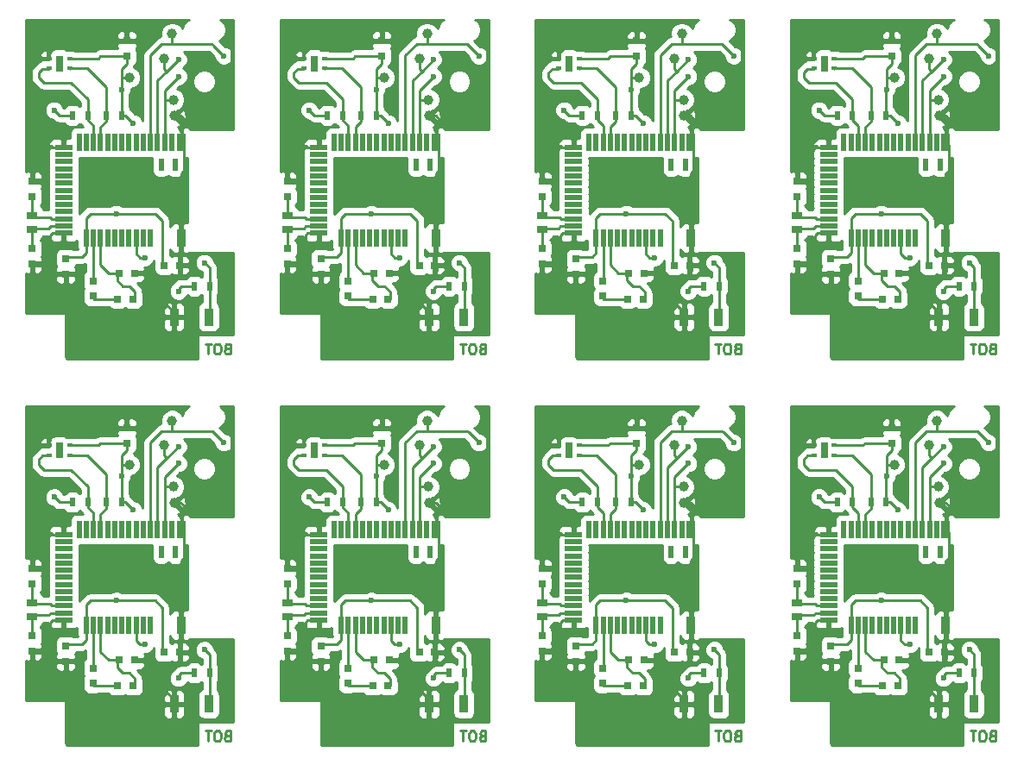
<source format=gbl>
%MOIN*%
%OFA0B0*%
%FSLAX46Y46*%
%IPPOS*%
%LPD*%
%ADD10C,0.0039370078740157488*%
%ADD11C,0.00984251968503937*%
%ADD12R,0.023622047244094488X0.013779527559055118*%
%ADD13R,0.027559055118110236X0.062992125984251982*%
%ADD14R,0.01968503937007874X0.047244094488188976*%
%ADD15R,0.035433070866141732X0.070866141732283464*%
%ADD16R,0.01968503937007874X0.070866141732283464*%
%ADD17R,0.070866141732283464X0.01968503937007874*%
%ADD18R,0.035433070866141732X0.066929133858267723*%
%ADD19R,0.03937007874015748X0.031496062992125991*%
%ADD20R,0.01968503937007874X0.035433070866141732*%
%ADD21C,0.03937007874015748*%
%ADD22R,0.031496062992125991X0.029527559055118113*%
%ADD23R,0.029527559055118113X0.031496062992125991*%
%ADD24C,0.023622047244094488*%
%ADD25C,0.01*%
%ADD36C,0.0039370078740157488*%
%ADD37C,0.00984251968503937*%
%ADD38R,0.023622047244094488X0.013779527559055118*%
%ADD39R,0.027559055118110236X0.062992125984251982*%
%ADD40R,0.01968503937007874X0.047244094488188976*%
%ADD41R,0.035433070866141732X0.070866141732283464*%
%ADD42R,0.01968503937007874X0.070866141732283464*%
%ADD43R,0.070866141732283464X0.01968503937007874*%
%ADD44R,0.035433070866141732X0.066929133858267723*%
%ADD45R,0.03937007874015748X0.031496062992125991*%
%ADD46R,0.01968503937007874X0.035433070866141732*%
%ADD47C,0.03937007874015748*%
%ADD48R,0.031496062992125991X0.029527559055118113*%
%ADD49R,0.029527559055118113X0.031496062992125991*%
%ADD50C,0.023622047244094488*%
%ADD51C,0.01*%
%ADD62C,0.0039370078740157488*%
%ADD63C,0.00984251968503937*%
%ADD64R,0.023622047244094488X0.013779527559055118*%
%ADD65R,0.027559055118110236X0.062992125984251982*%
%ADD66R,0.01968503937007874X0.047244094488188976*%
%ADD67R,0.035433070866141732X0.070866141732283464*%
%ADD68R,0.01968503937007874X0.070866141732283464*%
%ADD69R,0.070866141732283464X0.01968503937007874*%
%ADD70R,0.035433070866141732X0.066929133858267723*%
%ADD71R,0.03937007874015748X0.031496062992125991*%
%ADD72R,0.01968503937007874X0.035433070866141732*%
%ADD73C,0.03937007874015748*%
%ADD74R,0.031496062992125991X0.029527559055118113*%
%ADD75R,0.029527559055118113X0.031496062992125991*%
%ADD76C,0.023622047244094488*%
%ADD77C,0.01*%
%ADD88C,0.0039370078740157488*%
%ADD89C,0.00984251968503937*%
%ADD90R,0.023622047244094488X0.013779527559055118*%
%ADD91R,0.027559055118110236X0.062992125984251982*%
%ADD92R,0.01968503937007874X0.047244094488188976*%
%ADD93R,0.035433070866141732X0.070866141732283464*%
%ADD94R,0.01968503937007874X0.070866141732283464*%
%ADD95R,0.070866141732283464X0.01968503937007874*%
%ADD96R,0.035433070866141732X0.066929133858267723*%
%ADD97R,0.03937007874015748X0.031496062992125991*%
%ADD98R,0.01968503937007874X0.035433070866141732*%
%ADD99C,0.03937007874015748*%
%ADD100R,0.031496062992125991X0.029527559055118113*%
%ADD101R,0.029527559055118113X0.031496062992125991*%
%ADD102C,0.023622047244094488*%
%ADD103C,0.01*%
%ADD114C,0.0039370078740157488*%
%ADD115C,0.00984251968503937*%
%ADD116R,0.023622047244094488X0.013779527559055118*%
%ADD117R,0.027559055118110236X0.062992125984251982*%
%ADD118R,0.01968503937007874X0.047244094488188976*%
%ADD119R,0.035433070866141732X0.070866141732283464*%
%ADD120R,0.01968503937007874X0.070866141732283464*%
%ADD121R,0.070866141732283464X0.01968503937007874*%
%ADD122R,0.035433070866141732X0.066929133858267723*%
%ADD123R,0.03937007874015748X0.031496062992125991*%
%ADD124R,0.01968503937007874X0.035433070866141732*%
%ADD125C,0.03937007874015748*%
%ADD126R,0.031496062992125991X0.029527559055118113*%
%ADD127R,0.029527559055118113X0.031496062992125991*%
%ADD128C,0.023622047244094488*%
%ADD129C,0.01*%
%ADD140C,0.0039370078740157488*%
%ADD141C,0.00984251968503937*%
%ADD142R,0.023622047244094488X0.013779527559055118*%
%ADD143R,0.027559055118110236X0.062992125984251982*%
%ADD144R,0.01968503937007874X0.047244094488188976*%
%ADD145R,0.035433070866141732X0.070866141732283464*%
%ADD146R,0.01968503937007874X0.070866141732283464*%
%ADD147R,0.070866141732283464X0.01968503937007874*%
%ADD148R,0.035433070866141732X0.066929133858267723*%
%ADD149R,0.03937007874015748X0.031496062992125991*%
%ADD150R,0.01968503937007874X0.035433070866141732*%
%ADD151C,0.03937007874015748*%
%ADD152R,0.031496062992125991X0.029527559055118113*%
%ADD153R,0.029527559055118113X0.031496062992125991*%
%ADD154C,0.023622047244094488*%
%ADD155C,0.01*%
%ADD166C,0.0039370078740157488*%
%ADD167C,0.00984251968503937*%
%ADD168R,0.023622047244094488X0.013779527559055118*%
%ADD169R,0.027559055118110236X0.062992125984251982*%
%ADD170R,0.01968503937007874X0.047244094488188976*%
%ADD171R,0.035433070866141732X0.070866141732283464*%
%ADD172R,0.01968503937007874X0.070866141732283464*%
%ADD173R,0.070866141732283464X0.01968503937007874*%
%ADD174R,0.035433070866141732X0.066929133858267723*%
%ADD175R,0.03937007874015748X0.031496062992125991*%
%ADD176R,0.01968503937007874X0.035433070866141732*%
%ADD177C,0.03937007874015748*%
%ADD178R,0.031496062992125991X0.029527559055118113*%
%ADD179R,0.029527559055118113X0.031496062992125991*%
%ADD180C,0.023622047244094488*%
%ADD181C,0.01*%
%ADD192C,0.0039370078740157488*%
%ADD193C,0.00984251968503937*%
%ADD194R,0.023622047244094488X0.013779527559055118*%
%ADD195R,0.027559055118110236X0.062992125984251982*%
%ADD196R,0.01968503937007874X0.047244094488188976*%
%ADD197R,0.035433070866141732X0.070866141732283464*%
%ADD198R,0.01968503937007874X0.070866141732283464*%
%ADD199R,0.070866141732283464X0.01968503937007874*%
%ADD200R,0.035433070866141732X0.066929133858267723*%
%ADD201R,0.03937007874015748X0.031496062992125991*%
%ADD202R,0.01968503937007874X0.035433070866141732*%
%ADD203C,0.03937007874015748*%
%ADD204R,0.031496062992125991X0.029527559055118113*%
%ADD205R,0.029527559055118113X0.031496062992125991*%
%ADD206C,0.023622047244094488*%
%ADD207C,0.01*%
%LPD*%
G01*
D10*
D11*
X0000908280Y0000182772D02*
X0000902656Y0000180897D01*
X0000900781Y0000179023D01*
X0000898907Y0000175273D01*
X0000898907Y0000169649D01*
X0000900781Y0000165899D01*
X0000902656Y0000164024D01*
X0000906406Y0000162150D01*
X0000921404Y0000162150D01*
X0000921404Y0000201520D01*
X0000908280Y0000201520D01*
X0000904531Y0000199645D01*
X0000902656Y0000197770D01*
X0000900781Y0000194021D01*
X0000900781Y0000190271D01*
X0000902656Y0000186522D01*
X0000904531Y0000184647D01*
X0000908280Y0000182772D01*
X0000921404Y0000182772D01*
X0000874535Y0000201520D02*
X0000867035Y0000201520D01*
X0000863286Y0000199645D01*
X0000859536Y0000195896D01*
X0000857662Y0000188397D01*
X0000857662Y0000175273D01*
X0000859536Y0000167774D01*
X0000863286Y0000164024D01*
X0000867035Y0000162150D01*
X0000874535Y0000162150D01*
X0000878284Y0000164024D01*
X0000882034Y0000167774D01*
X0000883908Y0000175273D01*
X0000883908Y0000188397D01*
X0000882034Y0000195896D01*
X0000878284Y0000199645D01*
X0000874535Y0000201520D01*
X0000846413Y0000201520D02*
X0000823916Y0000201520D01*
X0000835164Y0000162150D02*
X0000835164Y0000201520D01*
D12*
X0000221102Y0001265273D03*
X0000221102Y0001304645D03*
X0000299842Y0001265273D03*
D13*
X0000260471Y0001284960D03*
D12*
X0000299842Y0001304645D03*
D14*
X0000653306Y0000893385D03*
X0000708425Y0000893385D03*
D15*
X0000730077Y0000979999D03*
D16*
X0000694645Y0000979999D03*
X0000667086Y0000979999D03*
X0000639527Y0000979999D03*
X0000611968Y0000979999D03*
X0000584409Y0000979999D03*
X0000556850Y0000979999D03*
X0000529291Y0000979999D03*
X0000501731Y0000979999D03*
X0000474173Y0000979999D03*
X0000446614Y0000979999D03*
X0000419054Y0000979999D03*
X0000391496Y0000979999D03*
X0000363937Y0000979999D03*
X0000336376Y0000979999D03*
D17*
X0000277322Y0000960314D03*
X0000277322Y0000932755D03*
X0000277322Y0000905195D03*
X0000277322Y0000877637D03*
X0000277322Y0000850078D03*
X0000277322Y0000822519D03*
X0000277322Y0000794960D03*
X0000277322Y0000767400D03*
X0000277322Y0000739842D03*
X0000277322Y0000712283D03*
X0000277322Y0000684724D03*
X0000277322Y0000657165D03*
X0000277322Y0000629606D03*
D15*
X0000730077Y0000609921D03*
D16*
X0000611968Y0000609921D03*
X0000584409Y0000609921D03*
X0000556850Y0000609921D03*
X0000529291Y0000609921D03*
X0000501731Y0000609921D03*
X0000474173Y0000609921D03*
X0000446614Y0000609921D03*
X0000419054Y0000609921D03*
X0000391496Y0000609921D03*
X0000363937Y0000609921D03*
D18*
X0000837400Y0000304960D03*
X0000703543Y0000304960D03*
D19*
X0000155472Y0000697519D03*
X0000155472Y0000642401D03*
D20*
X0000440943Y0001084960D03*
X0000500000Y0001084960D03*
X0000310944Y0001084960D03*
X0000369999Y0001084960D03*
X0000780944Y0000424960D03*
X0000840000Y0000424960D03*
D21*
X0000665472Y0001304960D03*
X0000704472Y0001082960D03*
X0000695472Y0001399960D03*
X0000701472Y0001144960D03*
X0000530472Y0001229960D03*
D22*
X0000549999Y0000474960D03*
X0000490943Y0000474960D03*
D23*
X0000285472Y0000529488D03*
X0000285472Y0000470432D03*
D22*
X0000725000Y0000504959D03*
X0000665944Y0000504959D03*
D23*
X0000155472Y0000510433D03*
X0000155472Y0000569488D03*
X0000155472Y0000829488D03*
X0000155472Y0000770433D03*
X0000520472Y0001312933D03*
X0000520472Y0001371988D03*
X0000390472Y0000444488D03*
X0000390472Y0000385433D03*
D22*
X0000485944Y0000374960D03*
X0000545000Y0000374960D03*
D24*
X0000915472Y0001359960D03*
X0000425472Y0000754960D03*
X0000225472Y0000502559D03*
X0000210472Y0000834960D03*
X0000355472Y0000279960D03*
X0000500472Y0001184960D03*
X0000720472Y0000404960D03*
X0000480472Y0000704960D03*
X0000545472Y0001054960D03*
X0000240472Y0001104960D03*
X0000720472Y0001234960D03*
X0000720472Y0001299960D03*
X0000895472Y0001314960D03*
X0000590472Y0000534960D03*
X0000820471Y0000514960D03*
D11*
X0000221102Y0001304645D02*
X0000195787Y0001304645D01*
X0000467499Y0001371988D02*
X0000520472Y0001371988D01*
X0000447972Y0001352460D02*
X0000467499Y0001371988D01*
X0000197972Y0001352460D02*
X0000447972Y0001352460D01*
X0000182972Y0001337460D02*
X0000197972Y0001352460D01*
X0000182972Y0001317460D02*
X0000182972Y0001337460D01*
X0000195787Y0001304645D02*
X0000182972Y0001317460D01*
X0000730077Y0000979999D02*
X0000730077Y0001054566D01*
X0000730077Y0001054566D02*
X0000740472Y0001064960D01*
X0000704472Y0001082960D02*
X0000729472Y0001082960D01*
X0000729472Y0001082960D02*
X0000743972Y0001068460D01*
X0000925472Y0001349960D02*
X0000915472Y0001359960D01*
X0000925472Y0001159960D02*
X0000925472Y0001349960D01*
X0000875472Y0001109960D02*
X0000925472Y0001159960D01*
X0000785472Y0001109960D02*
X0000875472Y0001109960D01*
X0000730077Y0001054566D02*
X0000740472Y0001064960D01*
X0000740472Y0001064960D02*
X0000743972Y0001068460D01*
X0000743972Y0001068460D02*
X0000785472Y0001109960D01*
X0000703543Y0000304960D02*
X0000703543Y0000321889D01*
X0000703543Y0000321889D02*
X0000675472Y0000349960D01*
X0000730077Y0000769960D02*
X0000450472Y0000769960D01*
X0000435472Y0000754960D02*
X0000425472Y0000754960D01*
X0000450472Y0000769960D02*
X0000435472Y0000754960D01*
X0000730077Y0000609921D02*
X0000730077Y0000769960D01*
X0000730077Y0000769960D02*
X0000730077Y0000859566D01*
X0000740472Y0000869960D02*
X0000740472Y0000969606D01*
X0000730077Y0000859566D02*
X0000740472Y0000869960D01*
X0000740472Y0000969606D02*
X0000730077Y0000979999D01*
X0000155472Y0000502559D02*
X0000225472Y0000502559D01*
X0000155472Y0000837362D02*
X0000213069Y0000837362D01*
X0000210669Y0000834960D02*
X0000210472Y0000834960D01*
X0000213069Y0000837362D02*
X0000210669Y0000834960D01*
X0000282972Y0000377460D02*
X0000330472Y0000329960D01*
X0000330472Y0000329960D02*
X0000330472Y0000299960D01*
X0000225472Y0000502559D02*
X0000225472Y0000434960D01*
X0000225472Y0000434960D02*
X0000282972Y0000377460D01*
X0000282972Y0000377460D02*
X0000285472Y0000374960D01*
X0000155472Y0000837362D02*
X0000155472Y0000914960D01*
X0000200826Y0000960314D02*
X0000277322Y0000960314D01*
X0000155472Y0000914960D02*
X0000175472Y0000934960D01*
X0000175472Y0000934960D02*
X0000200826Y0000960314D01*
X0000225472Y0000502559D02*
X0000225472Y0000499960D01*
X0000285472Y0000462558D02*
X0000285472Y0000374960D01*
X0000730077Y0000609921D02*
X0000730077Y0000507754D01*
X0000730077Y0000507754D02*
X0000732873Y0000504959D01*
X0000732873Y0000504959D02*
X0000732873Y0000482362D01*
X0000732873Y0000482362D02*
X0000710472Y0000459960D01*
X0000605472Y0000474960D02*
X0000557874Y0000474960D01*
X0000277322Y0000629606D02*
X0000235118Y0000629606D01*
X0000225472Y0000619960D02*
X0000225472Y0000499960D01*
X0000235118Y0000629606D02*
X0000225472Y0000619960D01*
X0000675472Y0000349960D02*
X0000675472Y0000459960D01*
X0000330472Y0000299960D02*
X0000350472Y0000279960D01*
X0000710472Y0000459960D02*
X0000675472Y0000459960D01*
X0000675472Y0000459960D02*
X0000650472Y0000459960D01*
X0000620472Y0000459960D02*
X0000605472Y0000474960D01*
X0000650472Y0000459960D02*
X0000620472Y0000459960D01*
X0000355472Y0000279960D02*
X0000605472Y0000279960D01*
X0000605472Y0000279960D02*
X0000675472Y0000349960D01*
X0000350472Y0000279960D02*
X0000355472Y0000279960D01*
X0000520472Y0001312933D02*
X0000418444Y0001312933D01*
X0000418444Y0001312933D02*
X0000410157Y0001304645D01*
X0000520472Y0001312933D02*
X0000520472Y0001284960D01*
X0000520472Y0001284960D02*
X0000500472Y0001264960D01*
X0000410157Y0001304645D02*
X0000299842Y0001304645D01*
X0000530472Y0001229960D02*
X0000500472Y0001229960D01*
X0000500472Y0001264960D02*
X0000500472Y0001229960D01*
X0000500472Y0001229960D02*
X0000500472Y0001184960D01*
X0000500472Y0001184960D02*
X0000500472Y0001199960D01*
X0000500000Y0001184960D02*
X0000500000Y0001184488D01*
X0000500472Y0001184960D02*
X0000500000Y0001184488D01*
X0000780944Y0000424960D02*
X0000730472Y0000424960D01*
X0000720472Y0000414960D02*
X0000720472Y0000404960D01*
X0000730472Y0000424960D02*
X0000720472Y0000414960D01*
X0000310944Y0001084960D02*
X0000260471Y0001084960D01*
X0000515472Y0001084960D02*
X0000500000Y0001084960D01*
X0000545472Y0001054960D02*
X0000515472Y0001084960D01*
X0000260471Y0001084960D02*
X0000240472Y0001104960D01*
X0000500000Y0001084960D02*
X0000500000Y0001134960D01*
X0000500000Y0001134960D02*
X0000500000Y0001174960D01*
X0000500000Y0001174960D02*
X0000500000Y0001184960D01*
X0000305944Y0001089960D02*
X0000310944Y0001084960D01*
X0000363937Y0000609921D02*
X0000363937Y0000688425D01*
X0000363937Y0000688425D02*
X0000380472Y0000704960D01*
X0000380472Y0000704960D02*
X0000480472Y0000704960D01*
X0000658069Y0000677361D02*
X0000658069Y0000504959D01*
X0000480472Y0000704960D02*
X0000630472Y0000704960D01*
X0000630472Y0000704960D02*
X0000658069Y0000677361D01*
X0000363937Y0000609921D02*
X0000363937Y0000553425D01*
X0000347873Y0000537362D02*
X0000285472Y0000537362D01*
X0000363937Y0000553425D02*
X0000347873Y0000537362D01*
X0000483070Y0000474960D02*
X0000483070Y0000447362D01*
X0000552874Y0000402559D02*
X0000552874Y0000374960D01*
X0000530472Y0000424960D02*
X0000552874Y0000402559D01*
X0000505472Y0000424960D02*
X0000530472Y0000424960D01*
X0000483070Y0000447362D02*
X0000505472Y0000424960D01*
X0000419054Y0000609921D02*
X0000419054Y0000506376D01*
X0000450472Y0000474960D02*
X0000483070Y0000474960D01*
X0000419054Y0000506376D02*
X0000450472Y0000474960D01*
X0000155472Y0000577362D02*
X0000155472Y0000648307D01*
X0000277322Y0000657165D02*
X0000227677Y0000657165D01*
X0000227677Y0000657165D02*
X0000218818Y0000648307D01*
X0000218818Y0000648307D02*
X0000155472Y0000648307D01*
X0000155472Y0000577362D02*
X0000155472Y0000579960D01*
X0000277322Y0000684724D02*
X0000230708Y0000684724D01*
X0000223818Y0000691614D02*
X0000155472Y0000691614D01*
X0000230708Y0000684724D02*
X0000223818Y0000691614D01*
X0000277322Y0000684724D02*
X0000235708Y0000684724D01*
X0000157125Y0000689960D02*
X0000155472Y0000691614D01*
X0000155472Y0000762559D02*
X0000155472Y0000691614D01*
X0000667086Y0001144960D02*
X0000695472Y0001144960D01*
X0000667086Y0000979999D02*
X0000667086Y0001144960D01*
X0000667086Y0001144960D02*
X0000667086Y0001181574D01*
X0000667086Y0001181574D02*
X0000720472Y0001234960D01*
X0000665472Y0001304960D02*
X0000665472Y0001264960D01*
X0000665472Y0001264960D02*
X0000675472Y0001254960D01*
X0000639527Y0000979999D02*
X0000639527Y0001219015D01*
X0000639527Y0001219015D02*
X0000675472Y0001254960D01*
X0000675472Y0001254960D02*
X0000720472Y0001299960D01*
X0000695472Y0001399960D02*
X0000695472Y0001359960D01*
X0000700472Y0001359960D02*
X0000850471Y0001359960D01*
X0000895472Y0001314960D02*
X0000855472Y0001354960D01*
X0000850471Y0001359960D02*
X0000855472Y0001354960D01*
X0000611968Y0001254960D02*
X0000611968Y0001316456D01*
X0000655472Y0001359960D02*
X0000695472Y0001359960D01*
X0000695472Y0001359960D02*
X0000700472Y0001359960D01*
X0000611968Y0001316456D02*
X0000655472Y0001359960D01*
X0000611968Y0001256456D02*
X0000611968Y0001254960D01*
X0000611968Y0001254960D02*
X0000611968Y0000979999D01*
X0000440943Y0001084960D02*
X0000440943Y0001191988D01*
X0000367657Y0001265273D02*
X0000299842Y0001265273D01*
X0000440943Y0001191988D02*
X0000367657Y0001265273D01*
X0000300157Y0001264960D02*
X0000299842Y0001264645D01*
X0000440472Y0001085433D02*
X0000440943Y0001084960D01*
X0000419054Y0000979999D02*
X0000419054Y0001038543D01*
X0000440943Y0001060433D02*
X0000440943Y0001084960D01*
X0000419054Y0001038543D02*
X0000440943Y0001060433D01*
X0000369999Y0001084960D02*
X0000369999Y0001145433D01*
X0000195471Y0001264960D02*
X0000220787Y0001264960D01*
X0000180472Y0001249960D02*
X0000195471Y0001264960D01*
X0000180472Y0001229960D02*
X0000180472Y0001249960D01*
X0000200472Y0001209960D02*
X0000180472Y0001229960D01*
X0000305472Y0001209960D02*
X0000200472Y0001209960D01*
X0000369999Y0001145433D02*
X0000305472Y0001209960D01*
X0000220787Y0001264960D02*
X0000221102Y0001265273D01*
X0000391496Y0000979999D02*
X0000391496Y0001043936D01*
X0000369999Y0001065433D02*
X0000369999Y0001084960D01*
X0000391496Y0001043936D02*
X0000369999Y0001065433D01*
X0000391496Y0000609921D02*
X0000391496Y0000453385D01*
X0000391496Y0000453385D02*
X0000390472Y0000452362D01*
X0000478070Y0000374960D02*
X0000393070Y0000374960D01*
X0000393070Y0000374960D02*
X0000390472Y0000377559D01*
X0000840000Y0000424960D02*
X0000840000Y0000495433D01*
X0000556850Y0000548582D02*
X0000556850Y0000609921D01*
X0000570472Y0000534960D02*
X0000556850Y0000548582D01*
X0000590472Y0000534960D02*
X0000570472Y0000534960D01*
X0000840000Y0000495433D02*
X0000820471Y0000514960D01*
X0000840000Y0000424960D02*
X0000840000Y0000307559D01*
X0000840000Y0000307559D02*
X0000837400Y0000304960D01*
D25*
G36*
X0000755472Y0000669234D02*
X0000752768Y0000670354D01*
X0000741328Y0000670354D01*
X0000735078Y0000664104D01*
X0000735078Y0000614921D01*
X0000735866Y0000614921D01*
X0000735866Y0000604921D01*
X0000735078Y0000604921D01*
X0000735078Y0000555738D01*
X0000741328Y0000549488D01*
X0000752768Y0000549488D01*
X0000761956Y0000553294D01*
X0000763623Y0000554960D01*
X0000932519Y0000554960D01*
X0000932519Y0000237440D01*
X0000795166Y0000237440D01*
X0000795166Y0000144960D01*
X0000288005Y0000144960D01*
X0000285472Y0000157694D01*
X0000285472Y0000293710D01*
X0000660826Y0000293710D01*
X0000660826Y0000266523D01*
X0000664632Y0000257334D01*
X0000671665Y0000250302D01*
X0000680853Y0000246496D01*
X0000692292Y0000246496D01*
X0000698543Y0000252746D01*
X0000698543Y0000299960D01*
X0000708543Y0000299960D01*
X0000708543Y0000252746D01*
X0000714793Y0000246496D01*
X0000726232Y0000246496D01*
X0000735421Y0000250302D01*
X0000742453Y0000257334D01*
X0000746259Y0000266523D01*
X0000746259Y0000293710D01*
X0000740009Y0000299960D01*
X0000708543Y0000299960D01*
X0000698543Y0000299960D01*
X0000667076Y0000299960D01*
X0000660826Y0000293710D01*
X0000285472Y0000293710D01*
X0000285472Y0000314960D01*
X0000285078Y0000316905D01*
X0000283958Y0000318544D01*
X0000282289Y0000319618D01*
X0000280472Y0000319960D01*
X0000130472Y0000319960D01*
X0000130472Y0000459183D01*
X0000245708Y0000459183D01*
X0000245708Y0000449712D01*
X0000249514Y0000440523D01*
X0000256547Y0000433491D01*
X0000265735Y0000429685D01*
X0000274222Y0000429685D01*
X0000280472Y0000435935D01*
X0000280472Y0000465433D01*
X0000290472Y0000465433D01*
X0000290472Y0000435935D01*
X0000296722Y0000429685D01*
X0000305209Y0000429685D01*
X0000314397Y0000433491D01*
X0000321429Y0000440523D01*
X0000325236Y0000449712D01*
X0000325236Y0000459183D01*
X0000318986Y0000465433D01*
X0000290472Y0000465433D01*
X0000280472Y0000465433D01*
X0000251958Y0000465433D01*
X0000245708Y0000459183D01*
X0000130472Y0000459183D01*
X0000130472Y0000471865D01*
X0000135735Y0000469685D01*
X0000144222Y0000469685D01*
X0000150472Y0000475935D01*
X0000150472Y0000505433D01*
X0000160472Y0000505433D01*
X0000160472Y0000475935D01*
X0000166722Y0000469685D01*
X0000175209Y0000469685D01*
X0000184397Y0000473491D01*
X0000191430Y0000480523D01*
X0000195236Y0000489712D01*
X0000195236Y0000499182D01*
X0000188986Y0000505433D01*
X0000160472Y0000505433D01*
X0000150472Y0000505433D01*
X0000149685Y0000505433D01*
X0000149685Y0000515433D01*
X0000150472Y0000515433D01*
X0000150472Y0000516220D01*
X0000160472Y0000516220D01*
X0000160472Y0000515433D01*
X0000188986Y0000515433D01*
X0000195236Y0000521683D01*
X0000195236Y0000531153D01*
X0000191430Y0000540342D01*
X0000191376Y0000540396D01*
X0000193717Y0000543823D01*
X0000195725Y0000553740D01*
X0000195725Y0000585236D01*
X0000193982Y0000594500D01*
X0000188507Y0000603009D01*
X0000186603Y0000604310D01*
X0000192930Y0000608382D01*
X0000198638Y0000616736D01*
X0000198972Y0000618385D01*
X0000216888Y0000618385D01*
X0000216888Y0000614790D01*
X0000220694Y0000605602D01*
X0000227728Y0000598569D01*
X0000236916Y0000594763D01*
X0000266072Y0000594763D01*
X0000272322Y0000601013D01*
X0000272322Y0000621833D01*
X0000282322Y0000621833D01*
X0000282322Y0000601013D01*
X0000288572Y0000594763D01*
X0000317728Y0000594763D01*
X0000326917Y0000598569D01*
X0000328604Y0000600257D01*
X0000328604Y0000574488D01*
X0000329960Y0000567283D01*
X0000312252Y0000567283D01*
X0000310153Y0000568717D01*
X0000300236Y0000570725D01*
X0000270708Y0000570725D01*
X0000261444Y0000568982D01*
X0000252935Y0000563507D01*
X0000247227Y0000555153D01*
X0000245217Y0000545236D01*
X0000245217Y0000513740D01*
X0000246962Y0000504475D01*
X0000249579Y0000500407D01*
X0000249514Y0000500341D01*
X0000245708Y0000491153D01*
X0000245708Y0000481683D01*
X0000251958Y0000475433D01*
X0000280472Y0000475433D01*
X0000280472Y0000476220D01*
X0000290472Y0000476220D01*
X0000290472Y0000475433D01*
X0000318986Y0000475433D01*
X0000325236Y0000481683D01*
X0000325236Y0000491153D01*
X0000321429Y0000500341D01*
X0000321376Y0000500395D01*
X0000323717Y0000503823D01*
X0000324450Y0000507440D01*
X0000347873Y0000507440D01*
X0000359324Y0000509718D01*
X0000361573Y0000511221D01*
X0000361573Y0000480849D01*
X0000357934Y0000478507D01*
X0000352227Y0000470153D01*
X0000350218Y0000460235D01*
X0000350218Y0000428740D01*
X0000351962Y0000419475D01*
X0000354865Y0000414961D01*
X0000352227Y0000411098D01*
X0000350218Y0000401181D01*
X0000350218Y0000369685D01*
X0000351962Y0000360419D01*
X0000357437Y0000351910D01*
X0000365791Y0000346203D01*
X0000375707Y0000344195D01*
X0000405236Y0000344195D01*
X0000409722Y0000345039D01*
X0000450242Y0000345039D01*
X0000451925Y0000342423D01*
X0000460278Y0000336715D01*
X0000470196Y0000334707D01*
X0000501692Y0000334707D01*
X0000510957Y0000336450D01*
X0000515471Y0000339355D01*
X0000519335Y0000336715D01*
X0000529251Y0000334707D01*
X0000560747Y0000334707D01*
X0000570012Y0000336450D01*
X0000578521Y0000341925D01*
X0000579527Y0000343397D01*
X0000660826Y0000343397D01*
X0000660826Y0000316210D01*
X0000667076Y0000309960D01*
X0000698543Y0000309960D01*
X0000698543Y0000357175D01*
X0000708543Y0000357175D01*
X0000708543Y0000309960D01*
X0000740009Y0000309960D01*
X0000746259Y0000316210D01*
X0000746259Y0000343397D01*
X0000742453Y0000352586D01*
X0000735421Y0000359619D01*
X0000726232Y0000363425D01*
X0000714793Y0000363425D01*
X0000708543Y0000357175D01*
X0000698543Y0000357175D01*
X0000692292Y0000363425D01*
X0000680853Y0000363425D01*
X0000671665Y0000359619D01*
X0000664632Y0000352586D01*
X0000660826Y0000343397D01*
X0000579527Y0000343397D01*
X0000584229Y0000350279D01*
X0000586237Y0000360196D01*
X0000586237Y0000389724D01*
X0000584742Y0000397670D01*
X0000683654Y0000397670D01*
X0000689247Y0000384136D01*
X0000699593Y0000373771D01*
X0000713118Y0000368155D01*
X0000727762Y0000368143D01*
X0000741296Y0000373735D01*
X0000751661Y0000384081D01*
X0000753662Y0000388902D01*
X0000761185Y0000383762D01*
X0000771102Y0000381754D01*
X0000790787Y0000381754D01*
X0000800051Y0000383497D01*
X0000808560Y0000388972D01*
X0000810078Y0000391194D01*
X0000810078Y0000361950D01*
X0000801911Y0000356696D01*
X0000796203Y0000348342D01*
X0000794195Y0000338425D01*
X0000794195Y0000271496D01*
X0000795938Y0000262231D01*
X0000801413Y0000253722D01*
X0000809768Y0000248014D01*
X0000819685Y0000246006D01*
X0000855118Y0000246006D01*
X0000864382Y0000247749D01*
X0000872891Y0000253224D01*
X0000878599Y0000261579D01*
X0000880607Y0000271496D01*
X0000880607Y0000338425D01*
X0000878863Y0000347689D01*
X0000873389Y0000356198D01*
X0000869921Y0000358568D01*
X0000869921Y0000392347D01*
X0000873324Y0000397327D01*
X0000875332Y0000407244D01*
X0000875332Y0000442677D01*
X0000873589Y0000451941D01*
X0000869921Y0000457641D01*
X0000869921Y0000495433D01*
X0000867643Y0000506883D01*
X0000861157Y0000516590D01*
X0000857287Y0000520459D01*
X0000857289Y0000522250D01*
X0000851697Y0000535785D01*
X0000841351Y0000546149D01*
X0000827826Y0000551765D01*
X0000813182Y0000551778D01*
X0000799646Y0000546185D01*
X0000789283Y0000535839D01*
X0000783667Y0000522313D01*
X0000783654Y0000507669D01*
X0000789247Y0000494136D01*
X0000799593Y0000483771D01*
X0000810078Y0000479418D01*
X0000810078Y0000458865D01*
X0000809058Y0000460450D01*
X0000800704Y0000466158D01*
X0000790787Y0000468166D01*
X0000771102Y0000468166D01*
X0000761837Y0000466423D01*
X0000753329Y0000460948D01*
X0000749183Y0000454881D01*
X0000730472Y0000454881D01*
X0000719022Y0000452604D01*
X0000709314Y0000446118D01*
X0000699314Y0000436118D01*
X0000698783Y0000435322D01*
X0000689283Y0000425839D01*
X0000683667Y0000412314D01*
X0000683654Y0000397670D01*
X0000584742Y0000397670D01*
X0000584494Y0000398988D01*
X0000582795Y0000401629D01*
X0000582795Y0000402559D01*
X0000580517Y0000414008D01*
X0000574031Y0000423716D01*
X0000562551Y0000435196D01*
X0000570720Y0000435196D01*
X0000579909Y0000439002D01*
X0000586942Y0000446035D01*
X0000590747Y0000455224D01*
X0000590747Y0000463710D01*
X0000584497Y0000469960D01*
X0000554999Y0000469960D01*
X0000554999Y0000469173D01*
X0000545000Y0000469173D01*
X0000545000Y0000469960D01*
X0000544212Y0000469960D01*
X0000544212Y0000479959D01*
X0000545000Y0000479959D01*
X0000545000Y0000480747D01*
X0000554999Y0000480747D01*
X0000554999Y0000479959D01*
X0000584497Y0000479959D01*
X0000590747Y0000486210D01*
X0000590747Y0000494697D01*
X0000589317Y0000498150D01*
X0000597762Y0000498143D01*
X0000611296Y0000503735D01*
X0000621661Y0000514081D01*
X0000625376Y0000523028D01*
X0000624707Y0000519723D01*
X0000624707Y0000490196D01*
X0000626450Y0000480932D01*
X0000631925Y0000472423D01*
X0000640279Y0000466715D01*
X0000650196Y0000464707D01*
X0000681691Y0000464707D01*
X0000690957Y0000466450D01*
X0000695025Y0000469068D01*
X0000695090Y0000469002D01*
X0000704279Y0000465196D01*
X0000713750Y0000465196D01*
X0000719999Y0000471446D01*
X0000719999Y0000499960D01*
X0000730000Y0000499960D01*
X0000730000Y0000471446D01*
X0000736250Y0000465196D01*
X0000745720Y0000465196D01*
X0000754909Y0000469002D01*
X0000761941Y0000476035D01*
X0000765747Y0000485224D01*
X0000765747Y0000493709D01*
X0000759498Y0000499960D01*
X0000730000Y0000499960D01*
X0000719999Y0000499960D01*
X0000719212Y0000499960D01*
X0000719212Y0000509959D01*
X0000719999Y0000509959D01*
X0000719999Y0000538474D01*
X0000730000Y0000538474D01*
X0000730000Y0000509959D01*
X0000759498Y0000509959D01*
X0000765747Y0000516209D01*
X0000765747Y0000524697D01*
X0000761941Y0000533885D01*
X0000754909Y0000540918D01*
X0000745720Y0000544724D01*
X0000736250Y0000544724D01*
X0000730000Y0000538474D01*
X0000719999Y0000538474D01*
X0000713750Y0000544724D01*
X0000704279Y0000544724D01*
X0000695090Y0000540918D01*
X0000695036Y0000540864D01*
X0000691609Y0000543205D01*
X0000687992Y0000543938D01*
X0000687992Y0000567994D01*
X0000691168Y0000560326D01*
X0000698200Y0000553294D01*
X0000707389Y0000549488D01*
X0000718828Y0000549488D01*
X0000725078Y0000555738D01*
X0000725078Y0000604921D01*
X0000724291Y0000604921D01*
X0000724291Y0000614921D01*
X0000725078Y0000614921D01*
X0000725078Y0000664104D01*
X0000718828Y0000670354D01*
X0000707389Y0000670354D01*
X0000698200Y0000666548D01*
X0000691168Y0000659515D01*
X0000687992Y0000651847D01*
X0000687992Y0000677361D01*
X0000685714Y0000688812D01*
X0000679228Y0000698519D01*
X0000651629Y0000726118D01*
X0000641922Y0000732604D01*
X0000630472Y0000734881D01*
X0000502615Y0000734881D01*
X0000501351Y0000736149D01*
X0000487826Y0000741765D01*
X0000473182Y0000741777D01*
X0000459646Y0000736184D01*
X0000458341Y0000734881D01*
X0000380472Y0000734881D01*
X0000369022Y0000732604D01*
X0000359314Y0000726118D01*
X0000342779Y0000709582D01*
X0000338245Y0000702797D01*
X0000338245Y0000722124D01*
X0000337477Y0000726207D01*
X0000338245Y0000730000D01*
X0000338245Y0000749685D01*
X0000337477Y0000753766D01*
X0000338245Y0000757559D01*
X0000338245Y0000777244D01*
X0000337477Y0000781325D01*
X0000338245Y0000785118D01*
X0000338245Y0000804802D01*
X0000337477Y0000808884D01*
X0000338245Y0000812677D01*
X0000338245Y0000832362D01*
X0000337477Y0000836442D01*
X0000338245Y0000840236D01*
X0000338245Y0000859921D01*
X0000337477Y0000864002D01*
X0000338245Y0000867795D01*
X0000338245Y0000887480D01*
X0000337477Y0000891561D01*
X0000338245Y0000895354D01*
X0000338245Y0000915039D01*
X0000337485Y0000919077D01*
X0000346220Y0000919077D01*
X0000350302Y0000919845D01*
X0000354094Y0000919077D01*
X0000373779Y0000919077D01*
X0000377861Y0000919845D01*
X0000381653Y0000919077D01*
X0000401338Y0000919077D01*
X0000405420Y0000919845D01*
X0000409212Y0000919077D01*
X0000428897Y0000919077D01*
X0000432978Y0000919845D01*
X0000436770Y0000919077D01*
X0000456456Y0000919077D01*
X0000460538Y0000919845D01*
X0000464330Y0000919077D01*
X0000484015Y0000919077D01*
X0000488097Y0000919845D01*
X0000491889Y0000919077D01*
X0000511574Y0000919077D01*
X0000515656Y0000919845D01*
X0000519448Y0000919077D01*
X0000539133Y0000919077D01*
X0000543215Y0000919845D01*
X0000547007Y0000919077D01*
X0000566692Y0000919077D01*
X0000570774Y0000919845D01*
X0000574566Y0000919077D01*
X0000594251Y0000919077D01*
X0000598333Y0000919845D01*
X0000602125Y0000919077D01*
X0000618393Y0000919077D01*
X0000617974Y0000917007D01*
X0000617974Y0000869763D01*
X0000619717Y0000860499D01*
X0000625193Y0000851990D01*
X0000633547Y0000846282D01*
X0000643464Y0000844273D01*
X0000663149Y0000844273D01*
X0000672414Y0000846017D01*
X0000680922Y0000851492D01*
X0000680960Y0000851547D01*
X0000688665Y0000846282D01*
X0000698582Y0000844273D01*
X0000718267Y0000844273D01*
X0000727532Y0000846017D01*
X0000736039Y0000851492D01*
X0000741749Y0000859846D01*
X0000743757Y0000869763D01*
X0000743757Y0000917007D01*
X0000743275Y0000919565D01*
X0000752768Y0000919565D01*
X0000755472Y0000920687D01*
X0000755472Y0000669234D01*
X0000755472Y0000669234D01*
G37*
X0000755472Y0000669234D02*
X0000752768Y0000670354D01*
X0000741328Y0000670354D01*
X0000735078Y0000664104D01*
X0000735078Y0000614921D01*
X0000735866Y0000614921D01*
X0000735866Y0000604921D01*
X0000735078Y0000604921D01*
X0000735078Y0000555738D01*
X0000741328Y0000549488D01*
X0000752768Y0000549488D01*
X0000761956Y0000553294D01*
X0000763623Y0000554960D01*
X0000932519Y0000554960D01*
X0000932519Y0000237440D01*
X0000795166Y0000237440D01*
X0000795166Y0000144960D01*
X0000288005Y0000144960D01*
X0000285472Y0000157694D01*
X0000285472Y0000293710D01*
X0000660826Y0000293710D01*
X0000660826Y0000266523D01*
X0000664632Y0000257334D01*
X0000671665Y0000250302D01*
X0000680853Y0000246496D01*
X0000692292Y0000246496D01*
X0000698543Y0000252746D01*
X0000698543Y0000299960D01*
X0000708543Y0000299960D01*
X0000708543Y0000252746D01*
X0000714793Y0000246496D01*
X0000726232Y0000246496D01*
X0000735421Y0000250302D01*
X0000742453Y0000257334D01*
X0000746259Y0000266523D01*
X0000746259Y0000293710D01*
X0000740009Y0000299960D01*
X0000708543Y0000299960D01*
X0000698543Y0000299960D01*
X0000667076Y0000299960D01*
X0000660826Y0000293710D01*
X0000285472Y0000293710D01*
X0000285472Y0000314960D01*
X0000285078Y0000316905D01*
X0000283958Y0000318544D01*
X0000282289Y0000319618D01*
X0000280472Y0000319960D01*
X0000130472Y0000319960D01*
X0000130472Y0000459183D01*
X0000245708Y0000459183D01*
X0000245708Y0000449712D01*
X0000249514Y0000440523D01*
X0000256547Y0000433491D01*
X0000265735Y0000429685D01*
X0000274222Y0000429685D01*
X0000280472Y0000435935D01*
X0000280472Y0000465433D01*
X0000290472Y0000465433D01*
X0000290472Y0000435935D01*
X0000296722Y0000429685D01*
X0000305209Y0000429685D01*
X0000314397Y0000433491D01*
X0000321429Y0000440523D01*
X0000325236Y0000449712D01*
X0000325236Y0000459183D01*
X0000318986Y0000465433D01*
X0000290472Y0000465433D01*
X0000280472Y0000465433D01*
X0000251958Y0000465433D01*
X0000245708Y0000459183D01*
X0000130472Y0000459183D01*
X0000130472Y0000471865D01*
X0000135735Y0000469685D01*
X0000144222Y0000469685D01*
X0000150472Y0000475935D01*
X0000150472Y0000505433D01*
X0000160472Y0000505433D01*
X0000160472Y0000475935D01*
X0000166722Y0000469685D01*
X0000175209Y0000469685D01*
X0000184397Y0000473491D01*
X0000191430Y0000480523D01*
X0000195236Y0000489712D01*
X0000195236Y0000499182D01*
X0000188986Y0000505433D01*
X0000160472Y0000505433D01*
X0000150472Y0000505433D01*
X0000149685Y0000505433D01*
X0000149685Y0000515433D01*
X0000150472Y0000515433D01*
X0000150472Y0000516220D01*
X0000160472Y0000516220D01*
X0000160472Y0000515433D01*
X0000188986Y0000515433D01*
X0000195236Y0000521683D01*
X0000195236Y0000531153D01*
X0000191430Y0000540342D01*
X0000191376Y0000540396D01*
X0000193717Y0000543823D01*
X0000195725Y0000553740D01*
X0000195725Y0000585236D01*
X0000193982Y0000594500D01*
X0000188507Y0000603009D01*
X0000186603Y0000604310D01*
X0000192930Y0000608382D01*
X0000198638Y0000616736D01*
X0000198972Y0000618385D01*
X0000216888Y0000618385D01*
X0000216888Y0000614790D01*
X0000220694Y0000605602D01*
X0000227728Y0000598569D01*
X0000236916Y0000594763D01*
X0000266072Y0000594763D01*
X0000272322Y0000601013D01*
X0000272322Y0000621833D01*
X0000282322Y0000621833D01*
X0000282322Y0000601013D01*
X0000288572Y0000594763D01*
X0000317728Y0000594763D01*
X0000326917Y0000598569D01*
X0000328604Y0000600257D01*
X0000328604Y0000574488D01*
X0000329960Y0000567283D01*
X0000312252Y0000567283D01*
X0000310153Y0000568717D01*
X0000300236Y0000570725D01*
X0000270708Y0000570725D01*
X0000261444Y0000568982D01*
X0000252935Y0000563507D01*
X0000247227Y0000555153D01*
X0000245217Y0000545236D01*
X0000245217Y0000513740D01*
X0000246962Y0000504475D01*
X0000249579Y0000500407D01*
X0000249514Y0000500341D01*
X0000245708Y0000491153D01*
X0000245708Y0000481683D01*
X0000251958Y0000475433D01*
X0000280472Y0000475433D01*
X0000280472Y0000476220D01*
X0000290472Y0000476220D01*
X0000290472Y0000475433D01*
X0000318986Y0000475433D01*
X0000325236Y0000481683D01*
X0000325236Y0000491153D01*
X0000321429Y0000500341D01*
X0000321376Y0000500395D01*
X0000323717Y0000503823D01*
X0000324450Y0000507440D01*
X0000347873Y0000507440D01*
X0000359324Y0000509718D01*
X0000361573Y0000511221D01*
X0000361573Y0000480849D01*
X0000357934Y0000478507D01*
X0000352227Y0000470153D01*
X0000350218Y0000460235D01*
X0000350218Y0000428740D01*
X0000351962Y0000419475D01*
X0000354865Y0000414961D01*
X0000352227Y0000411098D01*
X0000350218Y0000401181D01*
X0000350218Y0000369685D01*
X0000351962Y0000360419D01*
X0000357437Y0000351910D01*
X0000365791Y0000346203D01*
X0000375707Y0000344195D01*
X0000405236Y0000344195D01*
X0000409722Y0000345039D01*
X0000450242Y0000345039D01*
X0000451925Y0000342423D01*
X0000460278Y0000336715D01*
X0000470196Y0000334707D01*
X0000501692Y0000334707D01*
X0000510957Y0000336450D01*
X0000515471Y0000339355D01*
X0000519335Y0000336715D01*
X0000529251Y0000334707D01*
X0000560747Y0000334707D01*
X0000570012Y0000336450D01*
X0000578521Y0000341925D01*
X0000579527Y0000343397D01*
X0000660826Y0000343397D01*
X0000660826Y0000316210D01*
X0000667076Y0000309960D01*
X0000698543Y0000309960D01*
X0000698543Y0000357175D01*
X0000708543Y0000357175D01*
X0000708543Y0000309960D01*
X0000740009Y0000309960D01*
X0000746259Y0000316210D01*
X0000746259Y0000343397D01*
X0000742453Y0000352586D01*
X0000735421Y0000359619D01*
X0000726232Y0000363425D01*
X0000714793Y0000363425D01*
X0000708543Y0000357175D01*
X0000698543Y0000357175D01*
X0000692292Y0000363425D01*
X0000680853Y0000363425D01*
X0000671665Y0000359619D01*
X0000664632Y0000352586D01*
X0000660826Y0000343397D01*
X0000579527Y0000343397D01*
X0000584229Y0000350279D01*
X0000586237Y0000360196D01*
X0000586237Y0000389724D01*
X0000584742Y0000397670D01*
X0000683654Y0000397670D01*
X0000689247Y0000384136D01*
X0000699593Y0000373771D01*
X0000713118Y0000368155D01*
X0000727762Y0000368143D01*
X0000741296Y0000373735D01*
X0000751661Y0000384081D01*
X0000753662Y0000388902D01*
X0000761185Y0000383762D01*
X0000771102Y0000381754D01*
X0000790787Y0000381754D01*
X0000800051Y0000383497D01*
X0000808560Y0000388972D01*
X0000810078Y0000391194D01*
X0000810078Y0000361950D01*
X0000801911Y0000356696D01*
X0000796203Y0000348342D01*
X0000794195Y0000338425D01*
X0000794195Y0000271496D01*
X0000795938Y0000262231D01*
X0000801413Y0000253722D01*
X0000809768Y0000248014D01*
X0000819685Y0000246006D01*
X0000855118Y0000246006D01*
X0000864382Y0000247749D01*
X0000872891Y0000253224D01*
X0000878599Y0000261579D01*
X0000880607Y0000271496D01*
X0000880607Y0000338425D01*
X0000878863Y0000347689D01*
X0000873389Y0000356198D01*
X0000869921Y0000358568D01*
X0000869921Y0000392347D01*
X0000873324Y0000397327D01*
X0000875332Y0000407244D01*
X0000875332Y0000442677D01*
X0000873589Y0000451941D01*
X0000869921Y0000457641D01*
X0000869921Y0000495433D01*
X0000867643Y0000506883D01*
X0000861157Y0000516590D01*
X0000857287Y0000520459D01*
X0000857289Y0000522250D01*
X0000851697Y0000535785D01*
X0000841351Y0000546149D01*
X0000827826Y0000551765D01*
X0000813182Y0000551778D01*
X0000799646Y0000546185D01*
X0000789283Y0000535839D01*
X0000783667Y0000522313D01*
X0000783654Y0000507669D01*
X0000789247Y0000494136D01*
X0000799593Y0000483771D01*
X0000810078Y0000479418D01*
X0000810078Y0000458865D01*
X0000809058Y0000460450D01*
X0000800704Y0000466158D01*
X0000790787Y0000468166D01*
X0000771102Y0000468166D01*
X0000761837Y0000466423D01*
X0000753329Y0000460948D01*
X0000749183Y0000454881D01*
X0000730472Y0000454881D01*
X0000719022Y0000452604D01*
X0000709314Y0000446118D01*
X0000699314Y0000436118D01*
X0000698783Y0000435322D01*
X0000689283Y0000425839D01*
X0000683667Y0000412314D01*
X0000683654Y0000397670D01*
X0000584742Y0000397670D01*
X0000584494Y0000398988D01*
X0000582795Y0000401629D01*
X0000582795Y0000402559D01*
X0000580517Y0000414008D01*
X0000574031Y0000423716D01*
X0000562551Y0000435196D01*
X0000570720Y0000435196D01*
X0000579909Y0000439002D01*
X0000586942Y0000446035D01*
X0000590747Y0000455224D01*
X0000590747Y0000463710D01*
X0000584497Y0000469960D01*
X0000554999Y0000469960D01*
X0000554999Y0000469173D01*
X0000545000Y0000469173D01*
X0000545000Y0000469960D01*
X0000544212Y0000469960D01*
X0000544212Y0000479959D01*
X0000545000Y0000479959D01*
X0000545000Y0000480747D01*
X0000554999Y0000480747D01*
X0000554999Y0000479959D01*
X0000584497Y0000479959D01*
X0000590747Y0000486210D01*
X0000590747Y0000494697D01*
X0000589317Y0000498150D01*
X0000597762Y0000498143D01*
X0000611296Y0000503735D01*
X0000621661Y0000514081D01*
X0000625376Y0000523028D01*
X0000624707Y0000519723D01*
X0000624707Y0000490196D01*
X0000626450Y0000480932D01*
X0000631925Y0000472423D01*
X0000640279Y0000466715D01*
X0000650196Y0000464707D01*
X0000681691Y0000464707D01*
X0000690957Y0000466450D01*
X0000695025Y0000469068D01*
X0000695090Y0000469002D01*
X0000704279Y0000465196D01*
X0000713750Y0000465196D01*
X0000719999Y0000471446D01*
X0000719999Y0000499960D01*
X0000730000Y0000499960D01*
X0000730000Y0000471446D01*
X0000736250Y0000465196D01*
X0000745720Y0000465196D01*
X0000754909Y0000469002D01*
X0000761941Y0000476035D01*
X0000765747Y0000485224D01*
X0000765747Y0000493709D01*
X0000759498Y0000499960D01*
X0000730000Y0000499960D01*
X0000719999Y0000499960D01*
X0000719212Y0000499960D01*
X0000719212Y0000509959D01*
X0000719999Y0000509959D01*
X0000719999Y0000538474D01*
X0000730000Y0000538474D01*
X0000730000Y0000509959D01*
X0000759498Y0000509959D01*
X0000765747Y0000516209D01*
X0000765747Y0000524697D01*
X0000761941Y0000533885D01*
X0000754909Y0000540918D01*
X0000745720Y0000544724D01*
X0000736250Y0000544724D01*
X0000730000Y0000538474D01*
X0000719999Y0000538474D01*
X0000713750Y0000544724D01*
X0000704279Y0000544724D01*
X0000695090Y0000540918D01*
X0000695036Y0000540864D01*
X0000691609Y0000543205D01*
X0000687992Y0000543938D01*
X0000687992Y0000567994D01*
X0000691168Y0000560326D01*
X0000698200Y0000553294D01*
X0000707389Y0000549488D01*
X0000718828Y0000549488D01*
X0000725078Y0000555738D01*
X0000725078Y0000604921D01*
X0000724291Y0000604921D01*
X0000724291Y0000614921D01*
X0000725078Y0000614921D01*
X0000725078Y0000664104D01*
X0000718828Y0000670354D01*
X0000707389Y0000670354D01*
X0000698200Y0000666548D01*
X0000691168Y0000659515D01*
X0000687992Y0000651847D01*
X0000687992Y0000677361D01*
X0000685714Y0000688812D01*
X0000679228Y0000698519D01*
X0000651629Y0000726118D01*
X0000641922Y0000732604D01*
X0000630472Y0000734881D01*
X0000502615Y0000734881D01*
X0000501351Y0000736149D01*
X0000487826Y0000741765D01*
X0000473182Y0000741777D01*
X0000459646Y0000736184D01*
X0000458341Y0000734881D01*
X0000380472Y0000734881D01*
X0000369022Y0000732604D01*
X0000359314Y0000726118D01*
X0000342779Y0000709582D01*
X0000338245Y0000702797D01*
X0000338245Y0000722124D01*
X0000337477Y0000726207D01*
X0000338245Y0000730000D01*
X0000338245Y0000749685D01*
X0000337477Y0000753766D01*
X0000338245Y0000757559D01*
X0000338245Y0000777244D01*
X0000337477Y0000781325D01*
X0000338245Y0000785118D01*
X0000338245Y0000804802D01*
X0000337477Y0000808884D01*
X0000338245Y0000812677D01*
X0000338245Y0000832362D01*
X0000337477Y0000836442D01*
X0000338245Y0000840236D01*
X0000338245Y0000859921D01*
X0000337477Y0000864002D01*
X0000338245Y0000867795D01*
X0000338245Y0000887480D01*
X0000337477Y0000891561D01*
X0000338245Y0000895354D01*
X0000338245Y0000915039D01*
X0000337485Y0000919077D01*
X0000346220Y0000919077D01*
X0000350302Y0000919845D01*
X0000354094Y0000919077D01*
X0000373779Y0000919077D01*
X0000377861Y0000919845D01*
X0000381653Y0000919077D01*
X0000401338Y0000919077D01*
X0000405420Y0000919845D01*
X0000409212Y0000919077D01*
X0000428897Y0000919077D01*
X0000432978Y0000919845D01*
X0000436770Y0000919077D01*
X0000456456Y0000919077D01*
X0000460538Y0000919845D01*
X0000464330Y0000919077D01*
X0000484015Y0000919077D01*
X0000488097Y0000919845D01*
X0000491889Y0000919077D01*
X0000511574Y0000919077D01*
X0000515656Y0000919845D01*
X0000519448Y0000919077D01*
X0000539133Y0000919077D01*
X0000543215Y0000919845D01*
X0000547007Y0000919077D01*
X0000566692Y0000919077D01*
X0000570774Y0000919845D01*
X0000574566Y0000919077D01*
X0000594251Y0000919077D01*
X0000598333Y0000919845D01*
X0000602125Y0000919077D01*
X0000618393Y0000919077D01*
X0000617974Y0000917007D01*
X0000617974Y0000869763D01*
X0000619717Y0000860499D01*
X0000625193Y0000851990D01*
X0000633547Y0000846282D01*
X0000643464Y0000844273D01*
X0000663149Y0000844273D01*
X0000672414Y0000846017D01*
X0000680922Y0000851492D01*
X0000680960Y0000851547D01*
X0000688665Y0000846282D01*
X0000698582Y0000844273D01*
X0000718267Y0000844273D01*
X0000727532Y0000846017D01*
X0000736039Y0000851492D01*
X0000741749Y0000859846D01*
X0000743757Y0000869763D01*
X0000743757Y0000917007D01*
X0000743275Y0000919565D01*
X0000752768Y0000919565D01*
X0000755472Y0000920687D01*
X0000755472Y0000669234D01*
G36*
X0000755354Y0001452623D02*
X0000742853Y0001440143D01*
X0000736080Y0001423831D01*
X0000736075Y0001418706D01*
X0000733376Y0001425239D01*
X0000720817Y0001437820D01*
X0000704399Y0001444637D01*
X0000686622Y0001444653D01*
X0000670193Y0001437863D01*
X0000657612Y0001425305D01*
X0000650795Y0001408888D01*
X0000650779Y0001391111D01*
X0000651605Y0001389112D01*
X0000644022Y0001387603D01*
X0000634314Y0001381118D01*
X0000590810Y0001337614D01*
X0000584324Y0001327905D01*
X0000582047Y0001316456D01*
X0000582047Y0001062837D01*
X0000576697Y0001075785D01*
X0000566351Y0001086149D01*
X0000552826Y0001091765D01*
X0000550981Y0001091766D01*
X0000536629Y0001106118D01*
X0000534405Y0001107604D01*
X0000533589Y0001111941D01*
X0000529921Y0001117641D01*
X0000529921Y0001162344D01*
X0000531661Y0001164081D01*
X0000537277Y0001177606D01*
X0000537283Y0001185269D01*
X0000539321Y0001185267D01*
X0000555751Y0001192056D01*
X0000568332Y0001204615D01*
X0000575149Y0001221033D01*
X0000575165Y0001238810D01*
X0000568376Y0001255239D01*
X0000555817Y0001267820D01*
X0000546812Y0001271559D01*
X0000548116Y0001273510D01*
X0000548630Y0001276095D01*
X0000553009Y0001278913D01*
X0000558717Y0001287268D01*
X0000560725Y0001297185D01*
X0000560725Y0001328681D01*
X0000558982Y0001337945D01*
X0000556364Y0001342013D01*
X0000556430Y0001342078D01*
X0000560236Y0001351267D01*
X0000560236Y0001360737D01*
X0000553986Y0001366988D01*
X0000525472Y0001366988D01*
X0000525472Y0001366200D01*
X0000515472Y0001366200D01*
X0000515472Y0001366988D01*
X0000486958Y0001366988D01*
X0000480708Y0001360737D01*
X0000480708Y0001351267D01*
X0000484193Y0001342854D01*
X0000418444Y0001342854D01*
X0000406994Y0001340576D01*
X0000398000Y0001334566D01*
X0000322229Y0001334566D01*
X0000321570Y0001335014D01*
X0000311653Y0001337025D01*
X0000288432Y0001337025D01*
X0000284168Y0001339938D01*
X0000274251Y0001341946D01*
X0000246692Y0001341946D01*
X0000237428Y0001340202D01*
X0000228919Y0001334727D01*
X0000223211Y0001326373D01*
X0000221202Y0001316456D01*
X0000221202Y0001298858D01*
X0000216102Y0001298858D01*
X0000216102Y0001301200D01*
X0000190541Y0001301200D01*
X0000184291Y0001294950D01*
X0000184291Y0001292783D01*
X0000184338Y0001292667D01*
X0000184022Y0001292604D01*
X0000174314Y0001286118D01*
X0000159314Y0001271118D01*
X0000152828Y0001261409D01*
X0000150551Y0001249960D01*
X0000150551Y0001229960D01*
X0000152828Y0001218510D01*
X0000159314Y0001208803D01*
X0000179314Y0001188803D01*
X0000189022Y0001182316D01*
X0000200472Y0001180039D01*
X0000293078Y0001180039D01*
X0000340078Y0001133039D01*
X0000340078Y0001118865D01*
X0000339057Y0001120450D01*
X0000330703Y0001126158D01*
X0000320787Y0001128166D01*
X0000301102Y0001128166D01*
X0000291837Y0001126423D01*
X0000283329Y0001120948D01*
X0000279183Y0001114881D01*
X0000276202Y0001114881D01*
X0000271697Y0001125785D01*
X0000261351Y0001136149D01*
X0000247826Y0001141765D01*
X0000233182Y0001141777D01*
X0000219646Y0001136185D01*
X0000209282Y0001125839D01*
X0000203667Y0001112314D01*
X0000203655Y0001097670D01*
X0000209247Y0001084136D01*
X0000219593Y0001073771D01*
X0000233117Y0001068155D01*
X0000234963Y0001068154D01*
X0000239314Y0001063803D01*
X0000249022Y0001057317D01*
X0000260471Y0001055039D01*
X0000279247Y0001055039D01*
X0000282831Y0001049470D01*
X0000291185Y0001043762D01*
X0000301102Y0001041754D01*
X0000320787Y0001041754D01*
X0000330051Y0001043496D01*
X0000338560Y0001048972D01*
X0000340438Y0001051720D01*
X0000341886Y0001049470D01*
X0000348298Y0001045088D01*
X0000348841Y0001044275D01*
X0000352495Y0001040621D01*
X0000350012Y0001040154D01*
X0000346220Y0001040921D01*
X0000326535Y0001040921D01*
X0000317270Y0001039179D01*
X0000308762Y0001033704D01*
X0000303053Y0001025350D01*
X0000301045Y0001015433D01*
X0000301045Y0000995157D01*
X0000288572Y0000995157D01*
X0000282322Y0000988907D01*
X0000282322Y0000968088D01*
X0000272322Y0000968088D01*
X0000272322Y0000988907D01*
X0000266072Y0000995157D01*
X0000236916Y0000995157D01*
X0000227728Y0000991351D01*
X0000220694Y0000984318D01*
X0000216888Y0000975129D01*
X0000216888Y0000971486D01*
X0000223139Y0000965236D01*
X0000230902Y0000965236D01*
X0000224116Y0000960869D01*
X0000218407Y0000952515D01*
X0000217936Y0000950191D01*
X0000216888Y0000949143D01*
X0000216888Y0000945499D01*
X0000216955Y0000945341D01*
X0000216400Y0000942597D01*
X0000216400Y0000922913D01*
X0000217167Y0000918831D01*
X0000216400Y0000915039D01*
X0000216400Y0000895354D01*
X0000217167Y0000891272D01*
X0000216400Y0000887480D01*
X0000216400Y0000867795D01*
X0000217167Y0000863713D01*
X0000216400Y0000859921D01*
X0000216400Y0000840236D01*
X0000217167Y0000836153D01*
X0000216400Y0000832362D01*
X0000216400Y0000812677D01*
X0000217167Y0000808595D01*
X0000216400Y0000804802D01*
X0000216400Y0000785118D01*
X0000217167Y0000781036D01*
X0000216400Y0000777244D01*
X0000216400Y0000757559D01*
X0000217167Y0000753477D01*
X0000216400Y0000749685D01*
X0000216400Y0000730000D01*
X0000217167Y0000725918D01*
X0000216400Y0000722124D01*
X0000216400Y0000721535D01*
X0000199091Y0000721535D01*
X0000198903Y0000722532D01*
X0000193428Y0000731040D01*
X0000186749Y0000735603D01*
X0000188009Y0000736413D01*
X0000193717Y0000744768D01*
X0000195725Y0000754685D01*
X0000195725Y0000786181D01*
X0000193982Y0000795445D01*
X0000191364Y0000799513D01*
X0000191430Y0000799577D01*
X0000195236Y0000808767D01*
X0000195236Y0000818238D01*
X0000188986Y0000824487D01*
X0000160472Y0000824487D01*
X0000160472Y0000823700D01*
X0000150472Y0000823700D01*
X0000150472Y0000824487D01*
X0000149685Y0000824487D01*
X0000149685Y0000834488D01*
X0000150472Y0000834488D01*
X0000150472Y0000863986D01*
X0000160472Y0000863986D01*
X0000160472Y0000834488D01*
X0000188986Y0000834488D01*
X0000195236Y0000840738D01*
X0000195236Y0000850209D01*
X0000191430Y0000859397D01*
X0000184397Y0000866430D01*
X0000175209Y0000870236D01*
X0000166722Y0000870236D01*
X0000160472Y0000863986D01*
X0000150472Y0000863986D01*
X0000144222Y0000870236D01*
X0000135735Y0000870236D01*
X0000130472Y0000868056D01*
X0000130472Y0001316508D01*
X0000184291Y0001316508D01*
X0000184291Y0001314340D01*
X0000190541Y0001308090D01*
X0000216102Y0001308090D01*
X0000216102Y0001330285D01*
X0000209852Y0001336535D01*
X0000204317Y0001336535D01*
X0000195129Y0001332729D01*
X0000188097Y0001325696D01*
X0000184291Y0001316508D01*
X0000130472Y0001316508D01*
X0000130472Y0001392707D01*
X0000480708Y0001392707D01*
X0000480708Y0001383238D01*
X0000486958Y0001376987D01*
X0000515472Y0001376987D01*
X0000515472Y0001406486D01*
X0000525472Y0001406486D01*
X0000525472Y0001376987D01*
X0000553986Y0001376987D01*
X0000560236Y0001383238D01*
X0000560236Y0001392707D01*
X0000556430Y0001401897D01*
X0000549397Y0001408930D01*
X0000540209Y0001412736D01*
X0000531722Y0001412736D01*
X0000525472Y0001406486D01*
X0000515472Y0001406486D01*
X0000509221Y0001412736D01*
X0000500735Y0001412736D01*
X0000491547Y0001408930D01*
X0000484514Y0001401897D01*
X0000480708Y0001392707D01*
X0000130472Y0001392707D01*
X0000130472Y0001454960D01*
X0000761012Y0001454960D01*
X0000755354Y0001452623D01*
X0000755354Y0001452623D01*
G37*
X0000755354Y0001452623D02*
X0000742853Y0001440143D01*
X0000736080Y0001423831D01*
X0000736075Y0001418706D01*
X0000733376Y0001425239D01*
X0000720817Y0001437820D01*
X0000704399Y0001444637D01*
X0000686622Y0001444653D01*
X0000670193Y0001437863D01*
X0000657612Y0001425305D01*
X0000650795Y0001408888D01*
X0000650779Y0001391111D01*
X0000651605Y0001389112D01*
X0000644022Y0001387603D01*
X0000634314Y0001381118D01*
X0000590810Y0001337614D01*
X0000584324Y0001327905D01*
X0000582047Y0001316456D01*
X0000582047Y0001062837D01*
X0000576697Y0001075785D01*
X0000566351Y0001086149D01*
X0000552826Y0001091765D01*
X0000550981Y0001091766D01*
X0000536629Y0001106118D01*
X0000534405Y0001107604D01*
X0000533589Y0001111941D01*
X0000529921Y0001117641D01*
X0000529921Y0001162344D01*
X0000531661Y0001164081D01*
X0000537277Y0001177606D01*
X0000537283Y0001185269D01*
X0000539321Y0001185267D01*
X0000555751Y0001192056D01*
X0000568332Y0001204615D01*
X0000575149Y0001221033D01*
X0000575165Y0001238810D01*
X0000568376Y0001255239D01*
X0000555817Y0001267820D01*
X0000546812Y0001271559D01*
X0000548116Y0001273510D01*
X0000548630Y0001276095D01*
X0000553009Y0001278913D01*
X0000558717Y0001287268D01*
X0000560725Y0001297185D01*
X0000560725Y0001328681D01*
X0000558982Y0001337945D01*
X0000556364Y0001342013D01*
X0000556430Y0001342078D01*
X0000560236Y0001351267D01*
X0000560236Y0001360737D01*
X0000553986Y0001366988D01*
X0000525472Y0001366988D01*
X0000525472Y0001366200D01*
X0000515472Y0001366200D01*
X0000515472Y0001366988D01*
X0000486958Y0001366988D01*
X0000480708Y0001360737D01*
X0000480708Y0001351267D01*
X0000484193Y0001342854D01*
X0000418444Y0001342854D01*
X0000406994Y0001340576D01*
X0000398000Y0001334566D01*
X0000322229Y0001334566D01*
X0000321570Y0001335014D01*
X0000311653Y0001337025D01*
X0000288432Y0001337025D01*
X0000284168Y0001339938D01*
X0000274251Y0001341946D01*
X0000246692Y0001341946D01*
X0000237428Y0001340202D01*
X0000228919Y0001334727D01*
X0000223211Y0001326373D01*
X0000221202Y0001316456D01*
X0000221202Y0001298858D01*
X0000216102Y0001298858D01*
X0000216102Y0001301200D01*
X0000190541Y0001301200D01*
X0000184291Y0001294950D01*
X0000184291Y0001292783D01*
X0000184338Y0001292667D01*
X0000184022Y0001292604D01*
X0000174314Y0001286118D01*
X0000159314Y0001271118D01*
X0000152828Y0001261409D01*
X0000150551Y0001249960D01*
X0000150551Y0001229960D01*
X0000152828Y0001218510D01*
X0000159314Y0001208803D01*
X0000179314Y0001188803D01*
X0000189022Y0001182316D01*
X0000200472Y0001180039D01*
X0000293078Y0001180039D01*
X0000340078Y0001133039D01*
X0000340078Y0001118865D01*
X0000339057Y0001120450D01*
X0000330703Y0001126158D01*
X0000320787Y0001128166D01*
X0000301102Y0001128166D01*
X0000291837Y0001126423D01*
X0000283329Y0001120948D01*
X0000279183Y0001114881D01*
X0000276202Y0001114881D01*
X0000271697Y0001125785D01*
X0000261351Y0001136149D01*
X0000247826Y0001141765D01*
X0000233182Y0001141777D01*
X0000219646Y0001136185D01*
X0000209282Y0001125839D01*
X0000203667Y0001112314D01*
X0000203655Y0001097670D01*
X0000209247Y0001084136D01*
X0000219593Y0001073771D01*
X0000233117Y0001068155D01*
X0000234963Y0001068154D01*
X0000239314Y0001063803D01*
X0000249022Y0001057317D01*
X0000260471Y0001055039D01*
X0000279247Y0001055039D01*
X0000282831Y0001049470D01*
X0000291185Y0001043762D01*
X0000301102Y0001041754D01*
X0000320787Y0001041754D01*
X0000330051Y0001043496D01*
X0000338560Y0001048972D01*
X0000340438Y0001051720D01*
X0000341886Y0001049470D01*
X0000348298Y0001045088D01*
X0000348841Y0001044275D01*
X0000352495Y0001040621D01*
X0000350012Y0001040154D01*
X0000346220Y0001040921D01*
X0000326535Y0001040921D01*
X0000317270Y0001039179D01*
X0000308762Y0001033704D01*
X0000303053Y0001025350D01*
X0000301045Y0001015433D01*
X0000301045Y0000995157D01*
X0000288572Y0000995157D01*
X0000282322Y0000988907D01*
X0000282322Y0000968088D01*
X0000272322Y0000968088D01*
X0000272322Y0000988907D01*
X0000266072Y0000995157D01*
X0000236916Y0000995157D01*
X0000227728Y0000991351D01*
X0000220694Y0000984318D01*
X0000216888Y0000975129D01*
X0000216888Y0000971486D01*
X0000223139Y0000965236D01*
X0000230902Y0000965236D01*
X0000224116Y0000960869D01*
X0000218407Y0000952515D01*
X0000217936Y0000950191D01*
X0000216888Y0000949143D01*
X0000216888Y0000945499D01*
X0000216955Y0000945341D01*
X0000216400Y0000942597D01*
X0000216400Y0000922913D01*
X0000217167Y0000918831D01*
X0000216400Y0000915039D01*
X0000216400Y0000895354D01*
X0000217167Y0000891272D01*
X0000216400Y0000887480D01*
X0000216400Y0000867795D01*
X0000217167Y0000863713D01*
X0000216400Y0000859921D01*
X0000216400Y0000840236D01*
X0000217167Y0000836153D01*
X0000216400Y0000832362D01*
X0000216400Y0000812677D01*
X0000217167Y0000808595D01*
X0000216400Y0000804802D01*
X0000216400Y0000785118D01*
X0000217167Y0000781036D01*
X0000216400Y0000777244D01*
X0000216400Y0000757559D01*
X0000217167Y0000753477D01*
X0000216400Y0000749685D01*
X0000216400Y0000730000D01*
X0000217167Y0000725918D01*
X0000216400Y0000722124D01*
X0000216400Y0000721535D01*
X0000199091Y0000721535D01*
X0000198903Y0000722532D01*
X0000193428Y0000731040D01*
X0000186749Y0000735603D01*
X0000188009Y0000736413D01*
X0000193717Y0000744768D01*
X0000195725Y0000754685D01*
X0000195725Y0000786181D01*
X0000193982Y0000795445D01*
X0000191364Y0000799513D01*
X0000191430Y0000799577D01*
X0000195236Y0000808767D01*
X0000195236Y0000818238D01*
X0000188986Y0000824487D01*
X0000160472Y0000824487D01*
X0000160472Y0000823700D01*
X0000150472Y0000823700D01*
X0000150472Y0000824487D01*
X0000149685Y0000824487D01*
X0000149685Y0000834488D01*
X0000150472Y0000834488D01*
X0000150472Y0000863986D01*
X0000160472Y0000863986D01*
X0000160472Y0000834488D01*
X0000188986Y0000834488D01*
X0000195236Y0000840738D01*
X0000195236Y0000850209D01*
X0000191430Y0000859397D01*
X0000184397Y0000866430D01*
X0000175209Y0000870236D01*
X0000166722Y0000870236D01*
X0000160472Y0000863986D01*
X0000150472Y0000863986D01*
X0000144222Y0000870236D01*
X0000135735Y0000870236D01*
X0000130472Y0000868056D01*
X0000130472Y0001316508D01*
X0000184291Y0001316508D01*
X0000184291Y0001314340D01*
X0000190541Y0001308090D01*
X0000216102Y0001308090D01*
X0000216102Y0001330285D01*
X0000209852Y0001336535D01*
X0000204317Y0001336535D01*
X0000195129Y0001332729D01*
X0000188097Y0001325696D01*
X0000184291Y0001316508D01*
X0000130472Y0001316508D01*
X0000130472Y0001392707D01*
X0000480708Y0001392707D01*
X0000480708Y0001383238D01*
X0000486958Y0001376987D01*
X0000515472Y0001376987D01*
X0000515472Y0001406486D01*
X0000525472Y0001406486D01*
X0000525472Y0001376987D01*
X0000553986Y0001376987D01*
X0000560236Y0001383238D01*
X0000560236Y0001392707D01*
X0000556430Y0001401897D01*
X0000549397Y0001408930D01*
X0000540209Y0001412736D01*
X0000531722Y0001412736D01*
X0000525472Y0001406486D01*
X0000515472Y0001406486D01*
X0000509221Y0001412736D01*
X0000500735Y0001412736D01*
X0000491547Y0001408930D01*
X0000484514Y0001401897D01*
X0000480708Y0001392707D01*
X0000130472Y0001392707D01*
X0000130472Y0001454960D01*
X0000761012Y0001454960D01*
X0000755354Y0001452623D01*
G36*
X0000932519Y0001029960D02*
X0000768623Y0001029960D01*
X0000761956Y0001036627D01*
X0000752768Y0001040432D01*
X0000741328Y0001040432D01*
X0000735078Y0001034183D01*
X0000735078Y0000985000D01*
X0000735866Y0000985000D01*
X0000735866Y0000975000D01*
X0000735078Y0000975000D01*
X0000735078Y0000974212D01*
X0000729977Y0000974212D01*
X0000729977Y0001015433D01*
X0000728234Y0001024697D01*
X0000725078Y0001029601D01*
X0000725078Y0001034183D01*
X0000719147Y0001040113D01*
X0000727045Y0001043385D01*
X0000728507Y0001051854D01*
X0000704472Y0001075889D01*
X0000703914Y0001075332D01*
X0000697007Y0001082240D01*
X0000697007Y0001082567D01*
X0000697400Y0001082960D01*
X0000711543Y0001082960D01*
X0000735578Y0001058925D01*
X0000744047Y0001060387D01*
X0000749673Y0001077250D01*
X0000748417Y0001094983D01*
X0000744047Y0001105533D01*
X0000735578Y0001106996D01*
X0000711543Y0001082960D01*
X0000697400Y0001082960D01*
X0000697007Y0001083354D01*
X0000697007Y0001083680D01*
X0000703914Y0001090588D01*
X0000704472Y0001090031D01*
X0000717797Y0001103356D01*
X0000726751Y0001107056D01*
X0000739332Y0001119615D01*
X0000746149Y0001136033D01*
X0000746165Y0001153810D01*
X0000739376Y0001170239D01*
X0000726817Y0001182820D01*
X0000715391Y0001187565D01*
X0000725971Y0001198144D01*
X0000727762Y0001198143D01*
X0000741296Y0001203735D01*
X0000743723Y0001206157D01*
X0000776014Y0001206157D01*
X0000782767Y0001189814D01*
X0000795260Y0001177299D01*
X0000811591Y0001170518D01*
X0000829275Y0001170502D01*
X0000845618Y0001177255D01*
X0000858133Y0001189748D01*
X0000864914Y0001206080D01*
X0000864930Y0001223763D01*
X0000858177Y0001240106D01*
X0000845684Y0001252621D01*
X0000829352Y0001259402D01*
X0000811669Y0001259418D01*
X0000795326Y0001252665D01*
X0000782810Y0001240172D01*
X0000776030Y0001223841D01*
X0000776014Y0001206157D01*
X0000743723Y0001206157D01*
X0000751661Y0001214081D01*
X0000757277Y0001227606D01*
X0000757289Y0001242250D01*
X0000751697Y0001255785D01*
X0000741351Y0001266149D01*
X0000738202Y0001267456D01*
X0000741296Y0001268735D01*
X0000751661Y0001279081D01*
X0000757277Y0001292606D01*
X0000757289Y0001307250D01*
X0000751697Y0001320785D01*
X0000742459Y0001330039D01*
X0000838078Y0001330039D01*
X0000858655Y0001309461D01*
X0000858655Y0001307670D01*
X0000864247Y0001294136D01*
X0000874593Y0001283771D01*
X0000888118Y0001278155D01*
X0000902762Y0001278143D01*
X0000916296Y0001283735D01*
X0000926661Y0001294081D01*
X0000932277Y0001307606D01*
X0000932288Y0001322250D01*
X0000926697Y0001335785D01*
X0000916351Y0001346149D01*
X0000902825Y0001351765D01*
X0000900981Y0001351766D01*
X0000878414Y0001374333D01*
X0000885590Y0001377298D01*
X0000898090Y0001389777D01*
X0000904864Y0001406090D01*
X0000904880Y0001423753D01*
X0000898134Y0001440078D01*
X0000885655Y0001452579D01*
X0000879920Y0001454960D01*
X0000932519Y0001454960D01*
X0000932519Y0001029960D01*
X0000932519Y0001029960D01*
G37*
X0000932519Y0001029960D02*
X0000768623Y0001029960D01*
X0000761956Y0001036627D01*
X0000752768Y0001040432D01*
X0000741328Y0001040432D01*
X0000735078Y0001034183D01*
X0000735078Y0000985000D01*
X0000735866Y0000985000D01*
X0000735866Y0000975000D01*
X0000735078Y0000975000D01*
X0000735078Y0000974212D01*
X0000729977Y0000974212D01*
X0000729977Y0001015433D01*
X0000728234Y0001024697D01*
X0000725078Y0001029601D01*
X0000725078Y0001034183D01*
X0000719147Y0001040113D01*
X0000727045Y0001043385D01*
X0000728507Y0001051854D01*
X0000704472Y0001075889D01*
X0000703914Y0001075332D01*
X0000697007Y0001082240D01*
X0000697007Y0001082567D01*
X0000697400Y0001082960D01*
X0000711543Y0001082960D01*
X0000735578Y0001058925D01*
X0000744047Y0001060387D01*
X0000749673Y0001077250D01*
X0000748417Y0001094983D01*
X0000744047Y0001105533D01*
X0000735578Y0001106996D01*
X0000711543Y0001082960D01*
X0000697400Y0001082960D01*
X0000697007Y0001083354D01*
X0000697007Y0001083680D01*
X0000703914Y0001090588D01*
X0000704472Y0001090031D01*
X0000717797Y0001103356D01*
X0000726751Y0001107056D01*
X0000739332Y0001119615D01*
X0000746149Y0001136033D01*
X0000746165Y0001153810D01*
X0000739376Y0001170239D01*
X0000726817Y0001182820D01*
X0000715391Y0001187565D01*
X0000725971Y0001198144D01*
X0000727762Y0001198143D01*
X0000741296Y0001203735D01*
X0000743723Y0001206157D01*
X0000776014Y0001206157D01*
X0000782767Y0001189814D01*
X0000795260Y0001177299D01*
X0000811591Y0001170518D01*
X0000829275Y0001170502D01*
X0000845618Y0001177255D01*
X0000858133Y0001189748D01*
X0000864914Y0001206080D01*
X0000864930Y0001223763D01*
X0000858177Y0001240106D01*
X0000845684Y0001252621D01*
X0000829352Y0001259402D01*
X0000811669Y0001259418D01*
X0000795326Y0001252665D01*
X0000782810Y0001240172D01*
X0000776030Y0001223841D01*
X0000776014Y0001206157D01*
X0000743723Y0001206157D01*
X0000751661Y0001214081D01*
X0000757277Y0001227606D01*
X0000757289Y0001242250D01*
X0000751697Y0001255785D01*
X0000741351Y0001266149D01*
X0000738202Y0001267456D01*
X0000741296Y0001268735D01*
X0000751661Y0001279081D01*
X0000757277Y0001292606D01*
X0000757289Y0001307250D01*
X0000751697Y0001320785D01*
X0000742459Y0001330039D01*
X0000838078Y0001330039D01*
X0000858655Y0001309461D01*
X0000858655Y0001307670D01*
X0000864247Y0001294136D01*
X0000874593Y0001283771D01*
X0000888118Y0001278155D01*
X0000902762Y0001278143D01*
X0000916296Y0001283735D01*
X0000926661Y0001294081D01*
X0000932277Y0001307606D01*
X0000932288Y0001322250D01*
X0000926697Y0001335785D01*
X0000916351Y0001346149D01*
X0000902825Y0001351765D01*
X0000900981Y0001351766D01*
X0000878414Y0001374333D01*
X0000885590Y0001377298D01*
X0000898090Y0001389777D01*
X0000904864Y0001406090D01*
X0000904880Y0001423753D01*
X0000898134Y0001440078D01*
X0000885655Y0001452579D01*
X0000879920Y0001454960D01*
X0000932519Y0001454960D01*
X0000932519Y0001029960D01*
G01*
D36*
D37*
X0001892531Y0000182772D02*
X0001886908Y0000180897D01*
X0001885033Y0000179023D01*
X0001883158Y0000175273D01*
X0001883158Y0000169649D01*
X0001885033Y0000165899D01*
X0001886908Y0000164024D01*
X0001890657Y0000162150D01*
X0001905655Y0000162150D01*
X0001905655Y0000201520D01*
X0001892531Y0000201520D01*
X0001888783Y0000199645D01*
X0001886908Y0000197770D01*
X0001885033Y0000194021D01*
X0001885033Y0000190271D01*
X0001886908Y0000186522D01*
X0001888783Y0000184647D01*
X0001892531Y0000182772D01*
X0001905655Y0000182772D01*
X0001858787Y0000201520D02*
X0001851287Y0000201520D01*
X0001847538Y0000199645D01*
X0001843788Y0000195896D01*
X0001841914Y0000188397D01*
X0001841914Y0000175273D01*
X0001843788Y0000167774D01*
X0001847538Y0000164024D01*
X0001851287Y0000162150D01*
X0001858787Y0000162150D01*
X0001862536Y0000164024D01*
X0001866286Y0000167774D01*
X0001868160Y0000175273D01*
X0001868160Y0000188397D01*
X0001866286Y0000195896D01*
X0001862536Y0000199645D01*
X0001858787Y0000201520D01*
X0001830665Y0000201520D02*
X0001808168Y0000201520D01*
X0001819416Y0000162150D02*
X0001819416Y0000201520D01*
D38*
X0001205354Y0001265273D03*
X0001205354Y0001304645D03*
X0001284093Y0001265273D03*
D39*
X0001244724Y0001284960D03*
D38*
X0001284093Y0001304645D03*
D40*
X0001637559Y0000893385D03*
X0001692677Y0000893385D03*
D41*
X0001714330Y0000979999D03*
D42*
X0001678897Y0000979999D03*
X0001651338Y0000979999D03*
X0001623779Y0000979999D03*
X0001596220Y0000979999D03*
X0001568661Y0000979999D03*
X0001541102Y0000979999D03*
X0001513542Y0000979999D03*
X0001485984Y0000979999D03*
X0001458425Y0000979999D03*
X0001430866Y0000979999D03*
X0001403307Y0000979999D03*
X0001375748Y0000979999D03*
X0001348188Y0000979999D03*
X0001320629Y0000979999D03*
D43*
X0001261574Y0000960314D03*
X0001261574Y0000932755D03*
X0001261574Y0000905195D03*
X0001261574Y0000877637D03*
X0001261574Y0000850078D03*
X0001261574Y0000822519D03*
X0001261574Y0000794960D03*
X0001261574Y0000767400D03*
X0001261574Y0000739842D03*
X0001261574Y0000712283D03*
X0001261574Y0000684724D03*
X0001261574Y0000657165D03*
X0001261574Y0000629606D03*
D41*
X0001714330Y0000609921D03*
D42*
X0001596220Y0000609921D03*
X0001568661Y0000609921D03*
X0001541102Y0000609921D03*
X0001513542Y0000609921D03*
X0001485984Y0000609921D03*
X0001458425Y0000609921D03*
X0001430866Y0000609921D03*
X0001403307Y0000609921D03*
X0001375748Y0000609921D03*
X0001348188Y0000609921D03*
D44*
X0001821653Y0000304960D03*
X0001687795Y0000304960D03*
D45*
X0001139724Y0000697519D03*
X0001139724Y0000642401D03*
D46*
X0001425196Y0001084960D03*
X0001484251Y0001084960D03*
X0001295196Y0001084960D03*
X0001354251Y0001084960D03*
X0001765196Y0000424960D03*
X0001824251Y0000424960D03*
D47*
X0001649724Y0001304960D03*
X0001688723Y0001082960D03*
X0001679724Y0001399960D03*
X0001685724Y0001144960D03*
X0001514724Y0001229960D03*
D48*
X0001534250Y0000474960D03*
X0001475196Y0000474960D03*
D49*
X0001269723Y0000529488D03*
X0001269723Y0000470432D03*
D48*
X0001709251Y0000504959D03*
X0001650196Y0000504959D03*
D49*
X0001139724Y0000510433D03*
X0001139724Y0000569488D03*
X0001139724Y0000829488D03*
X0001139724Y0000770433D03*
X0001504724Y0001312933D03*
X0001504724Y0001371988D03*
X0001374724Y0000444488D03*
X0001374724Y0000385433D03*
D48*
X0001470196Y0000374960D03*
X0001529251Y0000374960D03*
D50*
X0001899724Y0001359960D03*
X0001409723Y0000754960D03*
X0001209724Y0000502559D03*
X0001194724Y0000834960D03*
X0001339724Y0000279960D03*
X0001484724Y0001184960D03*
X0001704724Y0000404960D03*
X0001464722Y0000704960D03*
X0001529724Y0001054960D03*
X0001224724Y0001104960D03*
X0001704724Y0001234960D03*
X0001704724Y0001299960D03*
X0001879724Y0001314960D03*
X0001574724Y0000534960D03*
X0001804724Y0000514960D03*
D37*
X0001205354Y0001304645D02*
X0001180039Y0001304645D01*
X0001451751Y0001371988D02*
X0001504724Y0001371988D01*
X0001432224Y0001352460D02*
X0001451751Y0001371988D01*
X0001182224Y0001352460D02*
X0001432224Y0001352460D01*
X0001167224Y0001337460D02*
X0001182224Y0001352460D01*
X0001167224Y0001317460D02*
X0001167224Y0001337460D01*
X0001180039Y0001304645D02*
X0001167224Y0001317460D01*
X0001714330Y0000979999D02*
X0001714330Y0001054566D01*
X0001714330Y0001054566D02*
X0001724724Y0001064960D01*
X0001688723Y0001082960D02*
X0001713724Y0001082960D01*
X0001713724Y0001082960D02*
X0001728224Y0001068460D01*
X0001909724Y0001349960D02*
X0001899724Y0001359960D01*
X0001909724Y0001159960D02*
X0001909724Y0001349960D01*
X0001859724Y0001109960D02*
X0001909724Y0001159960D01*
X0001769724Y0001109960D02*
X0001859724Y0001109960D01*
X0001714330Y0001054566D02*
X0001724724Y0001064960D01*
X0001724724Y0001064960D02*
X0001728224Y0001068460D01*
X0001728224Y0001068460D02*
X0001769724Y0001109960D01*
X0001687795Y0000304960D02*
X0001687795Y0000321889D01*
X0001687795Y0000321889D02*
X0001659724Y0000349960D01*
X0001714330Y0000769960D02*
X0001434724Y0000769960D01*
X0001419724Y0000754960D02*
X0001409723Y0000754960D01*
X0001434724Y0000769960D02*
X0001419724Y0000754960D01*
X0001714330Y0000609921D02*
X0001714330Y0000769960D01*
X0001714330Y0000769960D02*
X0001714330Y0000859566D01*
X0001724724Y0000869960D02*
X0001724724Y0000969606D01*
X0001714330Y0000859566D02*
X0001724724Y0000869960D01*
X0001724724Y0000969606D02*
X0001714330Y0000979999D01*
X0001139724Y0000502559D02*
X0001209724Y0000502559D01*
X0001139724Y0000837362D02*
X0001197322Y0000837362D01*
X0001194921Y0000834960D02*
X0001194724Y0000834960D01*
X0001197322Y0000837362D02*
X0001194921Y0000834960D01*
X0001267224Y0000377460D02*
X0001314724Y0000329960D01*
X0001314724Y0000329960D02*
X0001314724Y0000299960D01*
X0001209724Y0000502559D02*
X0001209724Y0000434960D01*
X0001209724Y0000434960D02*
X0001267224Y0000377460D01*
X0001267224Y0000377460D02*
X0001269723Y0000374960D01*
X0001139724Y0000837362D02*
X0001139724Y0000914960D01*
X0001185078Y0000960314D02*
X0001261574Y0000960314D01*
X0001139724Y0000914960D02*
X0001159724Y0000934960D01*
X0001159724Y0000934960D02*
X0001185078Y0000960314D01*
X0001209724Y0000502559D02*
X0001209724Y0000499960D01*
X0001269723Y0000462558D02*
X0001269723Y0000374960D01*
X0001714330Y0000609921D02*
X0001714330Y0000507754D01*
X0001714330Y0000507754D02*
X0001717125Y0000504959D01*
X0001717125Y0000504959D02*
X0001717125Y0000482362D01*
X0001717125Y0000482362D02*
X0001694723Y0000459960D01*
X0001589724Y0000474960D02*
X0001542124Y0000474960D01*
X0001261574Y0000629606D02*
X0001219370Y0000629606D01*
X0001209724Y0000619960D02*
X0001209724Y0000499960D01*
X0001219370Y0000629606D02*
X0001209724Y0000619960D01*
X0001659724Y0000349960D02*
X0001659724Y0000459960D01*
X0001314724Y0000299960D02*
X0001334724Y0000279960D01*
X0001694723Y0000459960D02*
X0001659724Y0000459960D01*
X0001659724Y0000459960D02*
X0001634724Y0000459960D01*
X0001604724Y0000459960D02*
X0001589724Y0000474960D01*
X0001634724Y0000459960D02*
X0001604724Y0000459960D01*
X0001339724Y0000279960D02*
X0001589724Y0000279960D01*
X0001589724Y0000279960D02*
X0001659724Y0000349960D01*
X0001334724Y0000279960D02*
X0001339724Y0000279960D01*
X0001504724Y0001312933D02*
X0001402696Y0001312933D01*
X0001402696Y0001312933D02*
X0001394409Y0001304645D01*
X0001504724Y0001312933D02*
X0001504724Y0001284960D01*
X0001504724Y0001284960D02*
X0001484724Y0001264960D01*
X0001394409Y0001304645D02*
X0001284093Y0001304645D01*
X0001514724Y0001229960D02*
X0001484724Y0001229960D01*
X0001484724Y0001264960D02*
X0001484724Y0001229960D01*
X0001484724Y0001229960D02*
X0001484724Y0001184960D01*
X0001484724Y0001184960D02*
X0001484724Y0001199960D01*
X0001484251Y0001184960D02*
X0001484251Y0001184488D01*
X0001484724Y0001184960D02*
X0001484251Y0001184488D01*
X0001765196Y0000424960D02*
X0001714724Y0000424960D01*
X0001704724Y0000414960D02*
X0001704724Y0000404960D01*
X0001714724Y0000424960D02*
X0001704724Y0000414960D01*
X0001295196Y0001084960D02*
X0001244724Y0001084960D01*
X0001499724Y0001084960D02*
X0001484251Y0001084960D01*
X0001529724Y0001054960D02*
X0001499724Y0001084960D01*
X0001244724Y0001084960D02*
X0001224724Y0001104960D01*
X0001484251Y0001084960D02*
X0001484251Y0001134960D01*
X0001484251Y0001134960D02*
X0001484251Y0001174960D01*
X0001484251Y0001174960D02*
X0001484251Y0001184960D01*
X0001290196Y0001089960D02*
X0001295196Y0001084960D01*
X0001348188Y0000609921D02*
X0001348188Y0000688425D01*
X0001348188Y0000688425D02*
X0001364724Y0000704960D01*
X0001364724Y0000704960D02*
X0001464722Y0000704960D01*
X0001642322Y0000677361D02*
X0001642322Y0000504959D01*
X0001464722Y0000704960D02*
X0001614724Y0000704960D01*
X0001614724Y0000704960D02*
X0001642322Y0000677361D01*
X0001348188Y0000609921D02*
X0001348188Y0000553425D01*
X0001332125Y0000537362D02*
X0001269723Y0000537362D01*
X0001348188Y0000553425D02*
X0001332125Y0000537362D01*
X0001467322Y0000474960D02*
X0001467322Y0000447362D01*
X0001537125Y0000402559D02*
X0001537125Y0000374960D01*
X0001514724Y0000424960D02*
X0001537125Y0000402559D01*
X0001489724Y0000424960D02*
X0001514724Y0000424960D01*
X0001467322Y0000447362D02*
X0001489724Y0000424960D01*
X0001403307Y0000609921D02*
X0001403307Y0000506376D01*
X0001434724Y0000474960D02*
X0001467322Y0000474960D01*
X0001403307Y0000506376D02*
X0001434724Y0000474960D01*
X0001139724Y0000577362D02*
X0001139724Y0000648307D01*
X0001261574Y0000657165D02*
X0001211929Y0000657165D01*
X0001211929Y0000657165D02*
X0001203070Y0000648307D01*
X0001203070Y0000648307D02*
X0001139724Y0000648307D01*
X0001139724Y0000577362D02*
X0001139724Y0000579960D01*
X0001261574Y0000684724D02*
X0001214960Y0000684724D01*
X0001208070Y0000691614D02*
X0001139724Y0000691614D01*
X0001214960Y0000684724D02*
X0001208070Y0000691614D01*
X0001261574Y0000684724D02*
X0001219960Y0000684724D01*
X0001141377Y0000689960D02*
X0001139724Y0000691614D01*
X0001139724Y0000762559D02*
X0001139724Y0000691614D01*
X0001651338Y0001144960D02*
X0001679724Y0001144960D01*
X0001651338Y0000979999D02*
X0001651338Y0001144960D01*
X0001651338Y0001144960D02*
X0001651338Y0001181574D01*
X0001651338Y0001181574D02*
X0001704724Y0001234960D01*
X0001649724Y0001304960D02*
X0001649724Y0001264960D01*
X0001649724Y0001264960D02*
X0001659724Y0001254960D01*
X0001623779Y0000979999D02*
X0001623779Y0001219015D01*
X0001623779Y0001219015D02*
X0001659724Y0001254960D01*
X0001659724Y0001254960D02*
X0001704724Y0001299960D01*
X0001679724Y0001399960D02*
X0001679724Y0001359960D01*
X0001684724Y0001359960D02*
X0001834724Y0001359960D01*
X0001879724Y0001314960D02*
X0001839724Y0001354960D01*
X0001834724Y0001359960D02*
X0001839724Y0001354960D01*
X0001596220Y0001254960D02*
X0001596220Y0001316456D01*
X0001639724Y0001359960D02*
X0001679724Y0001359960D01*
X0001679724Y0001359960D02*
X0001684724Y0001359960D01*
X0001596220Y0001316456D02*
X0001639724Y0001359960D01*
X0001596220Y0001256456D02*
X0001596220Y0001254960D01*
X0001596220Y0001254960D02*
X0001596220Y0000979999D01*
X0001425196Y0001084960D02*
X0001425196Y0001191988D01*
X0001351909Y0001265273D02*
X0001284093Y0001265273D01*
X0001425196Y0001191988D02*
X0001351909Y0001265273D01*
X0001284409Y0001264960D02*
X0001284093Y0001264645D01*
X0001424724Y0001085433D02*
X0001425196Y0001084960D01*
X0001403307Y0000979999D02*
X0001403307Y0001038543D01*
X0001425196Y0001060433D02*
X0001425196Y0001084960D01*
X0001403307Y0001038543D02*
X0001425196Y0001060433D01*
X0001354251Y0001084960D02*
X0001354251Y0001145433D01*
X0001179724Y0001264960D02*
X0001205039Y0001264960D01*
X0001164724Y0001249960D02*
X0001179724Y0001264960D01*
X0001164724Y0001229960D02*
X0001164724Y0001249960D01*
X0001184724Y0001209960D02*
X0001164724Y0001229960D01*
X0001289724Y0001209960D02*
X0001184724Y0001209960D01*
X0001354251Y0001145433D02*
X0001289724Y0001209960D01*
X0001205039Y0001264960D02*
X0001205354Y0001265273D01*
X0001375748Y0000979999D02*
X0001375748Y0001043936D01*
X0001354251Y0001065433D02*
X0001354251Y0001084960D01*
X0001375748Y0001043936D02*
X0001354251Y0001065433D01*
X0001375748Y0000609921D02*
X0001375748Y0000453385D01*
X0001375748Y0000453385D02*
X0001374724Y0000452362D01*
X0001462322Y0000374960D02*
X0001377322Y0000374960D01*
X0001377322Y0000374960D02*
X0001374724Y0000377559D01*
X0001824251Y0000424960D02*
X0001824251Y0000495433D01*
X0001541102Y0000548582D02*
X0001541102Y0000609921D01*
X0001554723Y0000534960D02*
X0001541102Y0000548582D01*
X0001574724Y0000534960D02*
X0001554723Y0000534960D01*
X0001824251Y0000495433D02*
X0001804724Y0000514960D01*
X0001824251Y0000424960D02*
X0001824251Y0000307559D01*
X0001824251Y0000307559D02*
X0001821653Y0000304960D01*
D51*
G36*
X0001739724Y0000669234D02*
X0001737019Y0000670354D01*
X0001725580Y0000670354D01*
X0001719329Y0000664104D01*
X0001719329Y0000614921D01*
X0001720118Y0000614921D01*
X0001720118Y0000604921D01*
X0001719329Y0000604921D01*
X0001719329Y0000555738D01*
X0001725580Y0000549488D01*
X0001737019Y0000549488D01*
X0001746208Y0000553294D01*
X0001747875Y0000554960D01*
X0001916771Y0000554960D01*
X0001916771Y0000237440D01*
X0001779418Y0000237440D01*
X0001779418Y0000144960D01*
X0001272257Y0000144960D01*
X0001269723Y0000157694D01*
X0001269723Y0000293710D01*
X0001645078Y0000293710D01*
X0001645078Y0000266523D01*
X0001648884Y0000257334D01*
X0001655917Y0000250302D01*
X0001665105Y0000246496D01*
X0001676545Y0000246496D01*
X0001682795Y0000252746D01*
X0001682795Y0000299960D01*
X0001692795Y0000299960D01*
X0001692795Y0000252746D01*
X0001699045Y0000246496D01*
X0001710484Y0000246496D01*
X0001719673Y0000250302D01*
X0001726705Y0000257334D01*
X0001730510Y0000266523D01*
X0001730510Y0000293710D01*
X0001724261Y0000299960D01*
X0001692795Y0000299960D01*
X0001682795Y0000299960D01*
X0001651328Y0000299960D01*
X0001645078Y0000293710D01*
X0001269723Y0000293710D01*
X0001269723Y0000314960D01*
X0001269330Y0000316905D01*
X0001268210Y0000318544D01*
X0001266541Y0000319618D01*
X0001264724Y0000319960D01*
X0001114724Y0000319960D01*
X0001114724Y0000459183D01*
X0001229960Y0000459183D01*
X0001229960Y0000449712D01*
X0001233766Y0000440523D01*
X0001240799Y0000433491D01*
X0001249987Y0000429685D01*
X0001258474Y0000429685D01*
X0001264724Y0000435935D01*
X0001264724Y0000465433D01*
X0001274724Y0000465433D01*
X0001274724Y0000435935D01*
X0001280974Y0000429685D01*
X0001289459Y0000429685D01*
X0001298649Y0000433491D01*
X0001305682Y0000440523D01*
X0001309488Y0000449712D01*
X0001309488Y0000459183D01*
X0001303238Y0000465433D01*
X0001274724Y0000465433D01*
X0001264724Y0000465433D01*
X0001236210Y0000465433D01*
X0001229960Y0000459183D01*
X0001114724Y0000459183D01*
X0001114724Y0000471865D01*
X0001119987Y0000469685D01*
X0001128474Y0000469685D01*
X0001134724Y0000475935D01*
X0001134724Y0000505433D01*
X0001144724Y0000505433D01*
X0001144724Y0000475935D01*
X0001150974Y0000469685D01*
X0001159461Y0000469685D01*
X0001168649Y0000473491D01*
X0001175682Y0000480523D01*
X0001179488Y0000489712D01*
X0001179488Y0000499182D01*
X0001173238Y0000505433D01*
X0001144724Y0000505433D01*
X0001134724Y0000505433D01*
X0001133937Y0000505433D01*
X0001133937Y0000515433D01*
X0001134724Y0000515433D01*
X0001134724Y0000516220D01*
X0001144724Y0000516220D01*
X0001144724Y0000515433D01*
X0001173238Y0000515433D01*
X0001179488Y0000521683D01*
X0001179488Y0000531153D01*
X0001175682Y0000540342D01*
X0001175628Y0000540396D01*
X0001177969Y0000543823D01*
X0001179977Y0000553740D01*
X0001179977Y0000585236D01*
X0001178234Y0000594500D01*
X0001172759Y0000603009D01*
X0001170855Y0000604310D01*
X0001177182Y0000608382D01*
X0001182890Y0000616736D01*
X0001183224Y0000618385D01*
X0001201141Y0000618385D01*
X0001201141Y0000614790D01*
X0001204947Y0000605602D01*
X0001211980Y0000598569D01*
X0001221168Y0000594763D01*
X0001250324Y0000594763D01*
X0001256574Y0000601013D01*
X0001256574Y0000621833D01*
X0001266574Y0000621833D01*
X0001266574Y0000601013D01*
X0001272824Y0000594763D01*
X0001301980Y0000594763D01*
X0001311169Y0000598569D01*
X0001312856Y0000600257D01*
X0001312856Y0000574488D01*
X0001314211Y0000567283D01*
X0001296504Y0000567283D01*
X0001294405Y0000568717D01*
X0001284488Y0000570725D01*
X0001254960Y0000570725D01*
X0001245696Y0000568982D01*
X0001237187Y0000563507D01*
X0001231479Y0000555153D01*
X0001229470Y0000545236D01*
X0001229470Y0000513740D01*
X0001231214Y0000504475D01*
X0001233831Y0000500407D01*
X0001233766Y0000500341D01*
X0001229960Y0000491153D01*
X0001229960Y0000481683D01*
X0001236210Y0000475433D01*
X0001264724Y0000475433D01*
X0001264724Y0000476220D01*
X0001274724Y0000476220D01*
X0001274724Y0000475433D01*
X0001303238Y0000475433D01*
X0001309488Y0000481683D01*
X0001309488Y0000491153D01*
X0001305682Y0000500341D01*
X0001305628Y0000500395D01*
X0001307969Y0000503823D01*
X0001308702Y0000507440D01*
X0001332125Y0000507440D01*
X0001343576Y0000509718D01*
X0001345826Y0000511221D01*
X0001345826Y0000480849D01*
X0001342185Y0000478507D01*
X0001336479Y0000470153D01*
X0001334470Y0000460235D01*
X0001334470Y0000428740D01*
X0001336213Y0000419475D01*
X0001339118Y0000414961D01*
X0001336479Y0000411098D01*
X0001334470Y0000401181D01*
X0001334470Y0000369685D01*
X0001336213Y0000360419D01*
X0001341689Y0000351910D01*
X0001350043Y0000346203D01*
X0001359960Y0000344195D01*
X0001389488Y0000344195D01*
X0001393974Y0000345039D01*
X0001434494Y0000345039D01*
X0001436177Y0000342423D01*
X0001444531Y0000336715D01*
X0001454448Y0000334707D01*
X0001485944Y0000334707D01*
X0001495209Y0000336450D01*
X0001499723Y0000339355D01*
X0001503586Y0000336715D01*
X0001513503Y0000334707D01*
X0001544999Y0000334707D01*
X0001554264Y0000336450D01*
X0001562773Y0000341925D01*
X0001563779Y0000343397D01*
X0001645078Y0000343397D01*
X0001645078Y0000316210D01*
X0001651328Y0000309960D01*
X0001682795Y0000309960D01*
X0001682795Y0000357175D01*
X0001692795Y0000357175D01*
X0001692795Y0000309960D01*
X0001724261Y0000309960D01*
X0001730510Y0000316210D01*
X0001730510Y0000343397D01*
X0001726705Y0000352586D01*
X0001719673Y0000359619D01*
X0001710484Y0000363425D01*
X0001699045Y0000363425D01*
X0001692795Y0000357175D01*
X0001682795Y0000357175D01*
X0001676545Y0000363425D01*
X0001665105Y0000363425D01*
X0001655917Y0000359619D01*
X0001648884Y0000352586D01*
X0001645078Y0000343397D01*
X0001563779Y0000343397D01*
X0001568480Y0000350279D01*
X0001570489Y0000360196D01*
X0001570489Y0000389724D01*
X0001568994Y0000397670D01*
X0001667907Y0000397670D01*
X0001673498Y0000384136D01*
X0001683845Y0000373771D01*
X0001697370Y0000368155D01*
X0001712014Y0000368143D01*
X0001725548Y0000373735D01*
X0001735913Y0000384081D01*
X0001737914Y0000388902D01*
X0001745437Y0000383762D01*
X0001755354Y0000381754D01*
X0001775038Y0000381754D01*
X0001784303Y0000383497D01*
X0001792812Y0000388972D01*
X0001794330Y0000391194D01*
X0001794330Y0000361950D01*
X0001786163Y0000356696D01*
X0001780455Y0000348342D01*
X0001778447Y0000338425D01*
X0001778447Y0000271496D01*
X0001780190Y0000262231D01*
X0001785665Y0000253722D01*
X0001794020Y0000248014D01*
X0001803936Y0000246006D01*
X0001839370Y0000246006D01*
X0001848634Y0000247749D01*
X0001857143Y0000253224D01*
X0001862851Y0000261579D01*
X0001864859Y0000271496D01*
X0001864859Y0000338425D01*
X0001863116Y0000347689D01*
X0001857640Y0000356198D01*
X0001854173Y0000358568D01*
X0001854173Y0000392347D01*
X0001857575Y0000397327D01*
X0001859584Y0000407244D01*
X0001859584Y0000442677D01*
X0001857840Y0000451941D01*
X0001854173Y0000457641D01*
X0001854173Y0000495433D01*
X0001851895Y0000506883D01*
X0001845409Y0000516590D01*
X0001841540Y0000520459D01*
X0001841541Y0000522250D01*
X0001835948Y0000535785D01*
X0001825603Y0000546149D01*
X0001812078Y0000551765D01*
X0001797434Y0000551778D01*
X0001783899Y0000546185D01*
X0001773535Y0000535839D01*
X0001767919Y0000522313D01*
X0001767907Y0000507669D01*
X0001773499Y0000494136D01*
X0001783845Y0000483771D01*
X0001794330Y0000479418D01*
X0001794330Y0000458865D01*
X0001793310Y0000460450D01*
X0001784956Y0000466158D01*
X0001775038Y0000468166D01*
X0001755354Y0000468166D01*
X0001746089Y0000466423D01*
X0001737581Y0000460948D01*
X0001733435Y0000454881D01*
X0001714724Y0000454881D01*
X0001703274Y0000452604D01*
X0001693566Y0000446118D01*
X0001683566Y0000436118D01*
X0001683035Y0000435322D01*
X0001673535Y0000425839D01*
X0001667919Y0000412314D01*
X0001667907Y0000397670D01*
X0001568994Y0000397670D01*
X0001568746Y0000398988D01*
X0001567047Y0000401629D01*
X0001567047Y0000402559D01*
X0001564769Y0000414008D01*
X0001558283Y0000423716D01*
X0001546801Y0000435196D01*
X0001554971Y0000435196D01*
X0001564161Y0000439002D01*
X0001571193Y0000446035D01*
X0001574999Y0000455224D01*
X0001574999Y0000463710D01*
X0001568750Y0000469960D01*
X0001539251Y0000469960D01*
X0001539251Y0000469173D01*
X0001529251Y0000469173D01*
X0001529251Y0000469960D01*
X0001528463Y0000469960D01*
X0001528463Y0000479959D01*
X0001529251Y0000479959D01*
X0001529251Y0000480747D01*
X0001539251Y0000480747D01*
X0001539251Y0000479959D01*
X0001568750Y0000479959D01*
X0001574999Y0000486210D01*
X0001574999Y0000494697D01*
X0001573569Y0000498150D01*
X0001582014Y0000498143D01*
X0001595548Y0000503735D01*
X0001605913Y0000514081D01*
X0001609628Y0000523028D01*
X0001608958Y0000519723D01*
X0001608958Y0000490196D01*
X0001610702Y0000480932D01*
X0001616177Y0000472423D01*
X0001624531Y0000466715D01*
X0001634447Y0000464707D01*
X0001665944Y0000464707D01*
X0001675209Y0000466450D01*
X0001679277Y0000469068D01*
X0001679340Y0000469002D01*
X0001688531Y0000465196D01*
X0001698001Y0000465196D01*
X0001704250Y0000471446D01*
X0001704250Y0000499960D01*
X0001714251Y0000499960D01*
X0001714251Y0000471446D01*
X0001720500Y0000465196D01*
X0001729972Y0000465196D01*
X0001739161Y0000469002D01*
X0001746193Y0000476035D01*
X0001750000Y0000485224D01*
X0001750000Y0000493709D01*
X0001743750Y0000499960D01*
X0001714251Y0000499960D01*
X0001704250Y0000499960D01*
X0001703464Y0000499960D01*
X0001703464Y0000509959D01*
X0001704250Y0000509959D01*
X0001704250Y0000538474D01*
X0001714251Y0000538474D01*
X0001714251Y0000509959D01*
X0001743750Y0000509959D01*
X0001750000Y0000516209D01*
X0001750000Y0000524697D01*
X0001746193Y0000533885D01*
X0001739161Y0000540918D01*
X0001729972Y0000544724D01*
X0001720500Y0000544724D01*
X0001714251Y0000538474D01*
X0001704250Y0000538474D01*
X0001698001Y0000544724D01*
X0001688531Y0000544724D01*
X0001679340Y0000540918D01*
X0001679288Y0000540864D01*
X0001675861Y0000543205D01*
X0001672244Y0000543938D01*
X0001672244Y0000567994D01*
X0001675420Y0000560326D01*
X0001682452Y0000553294D01*
X0001691641Y0000549488D01*
X0001703079Y0000549488D01*
X0001709330Y0000555738D01*
X0001709330Y0000604921D01*
X0001708541Y0000604921D01*
X0001708541Y0000614921D01*
X0001709330Y0000614921D01*
X0001709330Y0000664104D01*
X0001703079Y0000670354D01*
X0001691641Y0000670354D01*
X0001682452Y0000666548D01*
X0001675420Y0000659515D01*
X0001672244Y0000651847D01*
X0001672244Y0000677361D01*
X0001669966Y0000688812D01*
X0001663480Y0000698519D01*
X0001635879Y0000726118D01*
X0001626173Y0000732604D01*
X0001614724Y0000734881D01*
X0001486868Y0000734881D01*
X0001485602Y0000736149D01*
X0001472078Y0000741765D01*
X0001457434Y0000741777D01*
X0001443899Y0000736184D01*
X0001442593Y0000734881D01*
X0001364724Y0000734881D01*
X0001353274Y0000732604D01*
X0001343566Y0000726118D01*
X0001327030Y0000709582D01*
X0001322497Y0000702797D01*
X0001322497Y0000722124D01*
X0001321729Y0000726207D01*
X0001322497Y0000730000D01*
X0001322497Y0000749685D01*
X0001321729Y0000753766D01*
X0001322497Y0000757559D01*
X0001322497Y0000777244D01*
X0001321729Y0000781325D01*
X0001322497Y0000785118D01*
X0001322497Y0000804802D01*
X0001321729Y0000808884D01*
X0001322497Y0000812677D01*
X0001322497Y0000832362D01*
X0001321729Y0000836442D01*
X0001322497Y0000840236D01*
X0001322497Y0000859921D01*
X0001321729Y0000864002D01*
X0001322497Y0000867795D01*
X0001322497Y0000887480D01*
X0001321729Y0000891561D01*
X0001322497Y0000895354D01*
X0001322497Y0000915039D01*
X0001321737Y0000919077D01*
X0001330472Y0000919077D01*
X0001334553Y0000919845D01*
X0001338346Y0000919077D01*
X0001358030Y0000919077D01*
X0001362113Y0000919845D01*
X0001365904Y0000919077D01*
X0001385590Y0000919077D01*
X0001389672Y0000919845D01*
X0001393464Y0000919077D01*
X0001413149Y0000919077D01*
X0001417231Y0000919845D01*
X0001421023Y0000919077D01*
X0001440708Y0000919077D01*
X0001444790Y0000919845D01*
X0001448582Y0000919077D01*
X0001468267Y0000919077D01*
X0001472349Y0000919845D01*
X0001476141Y0000919077D01*
X0001495826Y0000919077D01*
X0001499908Y0000919845D01*
X0001503700Y0000919077D01*
X0001523385Y0000919077D01*
X0001527467Y0000919845D01*
X0001531259Y0000919077D01*
X0001550944Y0000919077D01*
X0001555026Y0000919845D01*
X0001558818Y0000919077D01*
X0001578503Y0000919077D01*
X0001582585Y0000919845D01*
X0001586377Y0000919077D01*
X0001602645Y0000919077D01*
X0001602226Y0000917007D01*
X0001602226Y0000869763D01*
X0001603970Y0000860499D01*
X0001609445Y0000851990D01*
X0001617799Y0000846282D01*
X0001627716Y0000844273D01*
X0001647401Y0000844273D01*
X0001656666Y0000846017D01*
X0001665174Y0000851492D01*
X0001665212Y0000851547D01*
X0001672917Y0000846282D01*
X0001682833Y0000844273D01*
X0001702519Y0000844273D01*
X0001711784Y0000846017D01*
X0001720292Y0000851492D01*
X0001726001Y0000859846D01*
X0001728009Y0000869763D01*
X0001728009Y0000917007D01*
X0001727527Y0000919565D01*
X0001737019Y0000919565D01*
X0001739724Y0000920687D01*
X0001739724Y0000669234D01*
X0001739724Y0000669234D01*
G37*
X0001739724Y0000669234D02*
X0001737019Y0000670354D01*
X0001725580Y0000670354D01*
X0001719329Y0000664104D01*
X0001719329Y0000614921D01*
X0001720118Y0000614921D01*
X0001720118Y0000604921D01*
X0001719329Y0000604921D01*
X0001719329Y0000555738D01*
X0001725580Y0000549488D01*
X0001737019Y0000549488D01*
X0001746208Y0000553294D01*
X0001747875Y0000554960D01*
X0001916771Y0000554960D01*
X0001916771Y0000237440D01*
X0001779418Y0000237440D01*
X0001779418Y0000144960D01*
X0001272257Y0000144960D01*
X0001269723Y0000157694D01*
X0001269723Y0000293710D01*
X0001645078Y0000293710D01*
X0001645078Y0000266523D01*
X0001648884Y0000257334D01*
X0001655917Y0000250302D01*
X0001665105Y0000246496D01*
X0001676545Y0000246496D01*
X0001682795Y0000252746D01*
X0001682795Y0000299960D01*
X0001692795Y0000299960D01*
X0001692795Y0000252746D01*
X0001699045Y0000246496D01*
X0001710484Y0000246496D01*
X0001719673Y0000250302D01*
X0001726705Y0000257334D01*
X0001730510Y0000266523D01*
X0001730510Y0000293710D01*
X0001724261Y0000299960D01*
X0001692795Y0000299960D01*
X0001682795Y0000299960D01*
X0001651328Y0000299960D01*
X0001645078Y0000293710D01*
X0001269723Y0000293710D01*
X0001269723Y0000314960D01*
X0001269330Y0000316905D01*
X0001268210Y0000318544D01*
X0001266541Y0000319618D01*
X0001264724Y0000319960D01*
X0001114724Y0000319960D01*
X0001114724Y0000459183D01*
X0001229960Y0000459183D01*
X0001229960Y0000449712D01*
X0001233766Y0000440523D01*
X0001240799Y0000433491D01*
X0001249987Y0000429685D01*
X0001258474Y0000429685D01*
X0001264724Y0000435935D01*
X0001264724Y0000465433D01*
X0001274724Y0000465433D01*
X0001274724Y0000435935D01*
X0001280974Y0000429685D01*
X0001289459Y0000429685D01*
X0001298649Y0000433491D01*
X0001305682Y0000440523D01*
X0001309488Y0000449712D01*
X0001309488Y0000459183D01*
X0001303238Y0000465433D01*
X0001274724Y0000465433D01*
X0001264724Y0000465433D01*
X0001236210Y0000465433D01*
X0001229960Y0000459183D01*
X0001114724Y0000459183D01*
X0001114724Y0000471865D01*
X0001119987Y0000469685D01*
X0001128474Y0000469685D01*
X0001134724Y0000475935D01*
X0001134724Y0000505433D01*
X0001144724Y0000505433D01*
X0001144724Y0000475935D01*
X0001150974Y0000469685D01*
X0001159461Y0000469685D01*
X0001168649Y0000473491D01*
X0001175682Y0000480523D01*
X0001179488Y0000489712D01*
X0001179488Y0000499182D01*
X0001173238Y0000505433D01*
X0001144724Y0000505433D01*
X0001134724Y0000505433D01*
X0001133937Y0000505433D01*
X0001133937Y0000515433D01*
X0001134724Y0000515433D01*
X0001134724Y0000516220D01*
X0001144724Y0000516220D01*
X0001144724Y0000515433D01*
X0001173238Y0000515433D01*
X0001179488Y0000521683D01*
X0001179488Y0000531153D01*
X0001175682Y0000540342D01*
X0001175628Y0000540396D01*
X0001177969Y0000543823D01*
X0001179977Y0000553740D01*
X0001179977Y0000585236D01*
X0001178234Y0000594500D01*
X0001172759Y0000603009D01*
X0001170855Y0000604310D01*
X0001177182Y0000608382D01*
X0001182890Y0000616736D01*
X0001183224Y0000618385D01*
X0001201141Y0000618385D01*
X0001201141Y0000614790D01*
X0001204947Y0000605602D01*
X0001211980Y0000598569D01*
X0001221168Y0000594763D01*
X0001250324Y0000594763D01*
X0001256574Y0000601013D01*
X0001256574Y0000621833D01*
X0001266574Y0000621833D01*
X0001266574Y0000601013D01*
X0001272824Y0000594763D01*
X0001301980Y0000594763D01*
X0001311169Y0000598569D01*
X0001312856Y0000600257D01*
X0001312856Y0000574488D01*
X0001314211Y0000567283D01*
X0001296504Y0000567283D01*
X0001294405Y0000568717D01*
X0001284488Y0000570725D01*
X0001254960Y0000570725D01*
X0001245696Y0000568982D01*
X0001237187Y0000563507D01*
X0001231479Y0000555153D01*
X0001229470Y0000545236D01*
X0001229470Y0000513740D01*
X0001231214Y0000504475D01*
X0001233831Y0000500407D01*
X0001233766Y0000500341D01*
X0001229960Y0000491153D01*
X0001229960Y0000481683D01*
X0001236210Y0000475433D01*
X0001264724Y0000475433D01*
X0001264724Y0000476220D01*
X0001274724Y0000476220D01*
X0001274724Y0000475433D01*
X0001303238Y0000475433D01*
X0001309488Y0000481683D01*
X0001309488Y0000491153D01*
X0001305682Y0000500341D01*
X0001305628Y0000500395D01*
X0001307969Y0000503823D01*
X0001308702Y0000507440D01*
X0001332125Y0000507440D01*
X0001343576Y0000509718D01*
X0001345826Y0000511221D01*
X0001345826Y0000480849D01*
X0001342185Y0000478507D01*
X0001336479Y0000470153D01*
X0001334470Y0000460235D01*
X0001334470Y0000428740D01*
X0001336213Y0000419475D01*
X0001339118Y0000414961D01*
X0001336479Y0000411098D01*
X0001334470Y0000401181D01*
X0001334470Y0000369685D01*
X0001336213Y0000360419D01*
X0001341689Y0000351910D01*
X0001350043Y0000346203D01*
X0001359960Y0000344195D01*
X0001389488Y0000344195D01*
X0001393974Y0000345039D01*
X0001434494Y0000345039D01*
X0001436177Y0000342423D01*
X0001444531Y0000336715D01*
X0001454448Y0000334707D01*
X0001485944Y0000334707D01*
X0001495209Y0000336450D01*
X0001499723Y0000339355D01*
X0001503586Y0000336715D01*
X0001513503Y0000334707D01*
X0001544999Y0000334707D01*
X0001554264Y0000336450D01*
X0001562773Y0000341925D01*
X0001563779Y0000343397D01*
X0001645078Y0000343397D01*
X0001645078Y0000316210D01*
X0001651328Y0000309960D01*
X0001682795Y0000309960D01*
X0001682795Y0000357175D01*
X0001692795Y0000357175D01*
X0001692795Y0000309960D01*
X0001724261Y0000309960D01*
X0001730510Y0000316210D01*
X0001730510Y0000343397D01*
X0001726705Y0000352586D01*
X0001719673Y0000359619D01*
X0001710484Y0000363425D01*
X0001699045Y0000363425D01*
X0001692795Y0000357175D01*
X0001682795Y0000357175D01*
X0001676545Y0000363425D01*
X0001665105Y0000363425D01*
X0001655917Y0000359619D01*
X0001648884Y0000352586D01*
X0001645078Y0000343397D01*
X0001563779Y0000343397D01*
X0001568480Y0000350279D01*
X0001570489Y0000360196D01*
X0001570489Y0000389724D01*
X0001568994Y0000397670D01*
X0001667907Y0000397670D01*
X0001673498Y0000384136D01*
X0001683845Y0000373771D01*
X0001697370Y0000368155D01*
X0001712014Y0000368143D01*
X0001725548Y0000373735D01*
X0001735913Y0000384081D01*
X0001737914Y0000388902D01*
X0001745437Y0000383762D01*
X0001755354Y0000381754D01*
X0001775038Y0000381754D01*
X0001784303Y0000383497D01*
X0001792812Y0000388972D01*
X0001794330Y0000391194D01*
X0001794330Y0000361950D01*
X0001786163Y0000356696D01*
X0001780455Y0000348342D01*
X0001778447Y0000338425D01*
X0001778447Y0000271496D01*
X0001780190Y0000262231D01*
X0001785665Y0000253722D01*
X0001794020Y0000248014D01*
X0001803936Y0000246006D01*
X0001839370Y0000246006D01*
X0001848634Y0000247749D01*
X0001857143Y0000253224D01*
X0001862851Y0000261579D01*
X0001864859Y0000271496D01*
X0001864859Y0000338425D01*
X0001863116Y0000347689D01*
X0001857640Y0000356198D01*
X0001854173Y0000358568D01*
X0001854173Y0000392347D01*
X0001857575Y0000397327D01*
X0001859584Y0000407244D01*
X0001859584Y0000442677D01*
X0001857840Y0000451941D01*
X0001854173Y0000457641D01*
X0001854173Y0000495433D01*
X0001851895Y0000506883D01*
X0001845409Y0000516590D01*
X0001841540Y0000520459D01*
X0001841541Y0000522250D01*
X0001835948Y0000535785D01*
X0001825603Y0000546149D01*
X0001812078Y0000551765D01*
X0001797434Y0000551778D01*
X0001783899Y0000546185D01*
X0001773535Y0000535839D01*
X0001767919Y0000522313D01*
X0001767907Y0000507669D01*
X0001773499Y0000494136D01*
X0001783845Y0000483771D01*
X0001794330Y0000479418D01*
X0001794330Y0000458865D01*
X0001793310Y0000460450D01*
X0001784956Y0000466158D01*
X0001775038Y0000468166D01*
X0001755354Y0000468166D01*
X0001746089Y0000466423D01*
X0001737581Y0000460948D01*
X0001733435Y0000454881D01*
X0001714724Y0000454881D01*
X0001703274Y0000452604D01*
X0001693566Y0000446118D01*
X0001683566Y0000436118D01*
X0001683035Y0000435322D01*
X0001673535Y0000425839D01*
X0001667919Y0000412314D01*
X0001667907Y0000397670D01*
X0001568994Y0000397670D01*
X0001568746Y0000398988D01*
X0001567047Y0000401629D01*
X0001567047Y0000402559D01*
X0001564769Y0000414008D01*
X0001558283Y0000423716D01*
X0001546801Y0000435196D01*
X0001554971Y0000435196D01*
X0001564161Y0000439002D01*
X0001571193Y0000446035D01*
X0001574999Y0000455224D01*
X0001574999Y0000463710D01*
X0001568750Y0000469960D01*
X0001539251Y0000469960D01*
X0001539251Y0000469173D01*
X0001529251Y0000469173D01*
X0001529251Y0000469960D01*
X0001528463Y0000469960D01*
X0001528463Y0000479959D01*
X0001529251Y0000479959D01*
X0001529251Y0000480747D01*
X0001539251Y0000480747D01*
X0001539251Y0000479959D01*
X0001568750Y0000479959D01*
X0001574999Y0000486210D01*
X0001574999Y0000494697D01*
X0001573569Y0000498150D01*
X0001582014Y0000498143D01*
X0001595548Y0000503735D01*
X0001605913Y0000514081D01*
X0001609628Y0000523028D01*
X0001608958Y0000519723D01*
X0001608958Y0000490196D01*
X0001610702Y0000480932D01*
X0001616177Y0000472423D01*
X0001624531Y0000466715D01*
X0001634447Y0000464707D01*
X0001665944Y0000464707D01*
X0001675209Y0000466450D01*
X0001679277Y0000469068D01*
X0001679340Y0000469002D01*
X0001688531Y0000465196D01*
X0001698001Y0000465196D01*
X0001704250Y0000471446D01*
X0001704250Y0000499960D01*
X0001714251Y0000499960D01*
X0001714251Y0000471446D01*
X0001720500Y0000465196D01*
X0001729972Y0000465196D01*
X0001739161Y0000469002D01*
X0001746193Y0000476035D01*
X0001750000Y0000485224D01*
X0001750000Y0000493709D01*
X0001743750Y0000499960D01*
X0001714251Y0000499960D01*
X0001704250Y0000499960D01*
X0001703464Y0000499960D01*
X0001703464Y0000509959D01*
X0001704250Y0000509959D01*
X0001704250Y0000538474D01*
X0001714251Y0000538474D01*
X0001714251Y0000509959D01*
X0001743750Y0000509959D01*
X0001750000Y0000516209D01*
X0001750000Y0000524697D01*
X0001746193Y0000533885D01*
X0001739161Y0000540918D01*
X0001729972Y0000544724D01*
X0001720500Y0000544724D01*
X0001714251Y0000538474D01*
X0001704250Y0000538474D01*
X0001698001Y0000544724D01*
X0001688531Y0000544724D01*
X0001679340Y0000540918D01*
X0001679288Y0000540864D01*
X0001675861Y0000543205D01*
X0001672244Y0000543938D01*
X0001672244Y0000567994D01*
X0001675420Y0000560326D01*
X0001682452Y0000553294D01*
X0001691641Y0000549488D01*
X0001703079Y0000549488D01*
X0001709330Y0000555738D01*
X0001709330Y0000604921D01*
X0001708541Y0000604921D01*
X0001708541Y0000614921D01*
X0001709330Y0000614921D01*
X0001709330Y0000664104D01*
X0001703079Y0000670354D01*
X0001691641Y0000670354D01*
X0001682452Y0000666548D01*
X0001675420Y0000659515D01*
X0001672244Y0000651847D01*
X0001672244Y0000677361D01*
X0001669966Y0000688812D01*
X0001663480Y0000698519D01*
X0001635879Y0000726118D01*
X0001626173Y0000732604D01*
X0001614724Y0000734881D01*
X0001486868Y0000734881D01*
X0001485602Y0000736149D01*
X0001472078Y0000741765D01*
X0001457434Y0000741777D01*
X0001443899Y0000736184D01*
X0001442593Y0000734881D01*
X0001364724Y0000734881D01*
X0001353274Y0000732604D01*
X0001343566Y0000726118D01*
X0001327030Y0000709582D01*
X0001322497Y0000702797D01*
X0001322497Y0000722124D01*
X0001321729Y0000726207D01*
X0001322497Y0000730000D01*
X0001322497Y0000749685D01*
X0001321729Y0000753766D01*
X0001322497Y0000757559D01*
X0001322497Y0000777244D01*
X0001321729Y0000781325D01*
X0001322497Y0000785118D01*
X0001322497Y0000804802D01*
X0001321729Y0000808884D01*
X0001322497Y0000812677D01*
X0001322497Y0000832362D01*
X0001321729Y0000836442D01*
X0001322497Y0000840236D01*
X0001322497Y0000859921D01*
X0001321729Y0000864002D01*
X0001322497Y0000867795D01*
X0001322497Y0000887480D01*
X0001321729Y0000891561D01*
X0001322497Y0000895354D01*
X0001322497Y0000915039D01*
X0001321737Y0000919077D01*
X0001330472Y0000919077D01*
X0001334553Y0000919845D01*
X0001338346Y0000919077D01*
X0001358030Y0000919077D01*
X0001362113Y0000919845D01*
X0001365904Y0000919077D01*
X0001385590Y0000919077D01*
X0001389672Y0000919845D01*
X0001393464Y0000919077D01*
X0001413149Y0000919077D01*
X0001417231Y0000919845D01*
X0001421023Y0000919077D01*
X0001440708Y0000919077D01*
X0001444790Y0000919845D01*
X0001448582Y0000919077D01*
X0001468267Y0000919077D01*
X0001472349Y0000919845D01*
X0001476141Y0000919077D01*
X0001495826Y0000919077D01*
X0001499908Y0000919845D01*
X0001503700Y0000919077D01*
X0001523385Y0000919077D01*
X0001527467Y0000919845D01*
X0001531259Y0000919077D01*
X0001550944Y0000919077D01*
X0001555026Y0000919845D01*
X0001558818Y0000919077D01*
X0001578503Y0000919077D01*
X0001582585Y0000919845D01*
X0001586377Y0000919077D01*
X0001602645Y0000919077D01*
X0001602226Y0000917007D01*
X0001602226Y0000869763D01*
X0001603970Y0000860499D01*
X0001609445Y0000851990D01*
X0001617799Y0000846282D01*
X0001627716Y0000844273D01*
X0001647401Y0000844273D01*
X0001656666Y0000846017D01*
X0001665174Y0000851492D01*
X0001665212Y0000851547D01*
X0001672917Y0000846282D01*
X0001682833Y0000844273D01*
X0001702519Y0000844273D01*
X0001711784Y0000846017D01*
X0001720292Y0000851492D01*
X0001726001Y0000859846D01*
X0001728009Y0000869763D01*
X0001728009Y0000917007D01*
X0001727527Y0000919565D01*
X0001737019Y0000919565D01*
X0001739724Y0000920687D01*
X0001739724Y0000669234D01*
G36*
X0001739606Y0001452623D02*
X0001727105Y0001440143D01*
X0001720332Y0001423831D01*
X0001720327Y0001418706D01*
X0001717628Y0001425239D01*
X0001705069Y0001437820D01*
X0001688651Y0001444637D01*
X0001670875Y0001444653D01*
X0001654445Y0001437863D01*
X0001641864Y0001425305D01*
X0001635046Y0001408888D01*
X0001635031Y0001391111D01*
X0001635857Y0001389112D01*
X0001628274Y0001387603D01*
X0001618566Y0001381118D01*
X0001575062Y0001337614D01*
X0001568576Y0001327905D01*
X0001566299Y0001316456D01*
X0001566299Y0001062837D01*
X0001560949Y0001075785D01*
X0001550603Y0001086149D01*
X0001537078Y0001091765D01*
X0001535233Y0001091766D01*
X0001520881Y0001106118D01*
X0001518657Y0001107604D01*
X0001517841Y0001111941D01*
X0001514173Y0001117641D01*
X0001514173Y0001162344D01*
X0001515912Y0001164081D01*
X0001521529Y0001177606D01*
X0001521535Y0001185269D01*
X0001523572Y0001185267D01*
X0001540002Y0001192056D01*
X0001552584Y0001204615D01*
X0001559401Y0001221033D01*
X0001559417Y0001238810D01*
X0001552628Y0001255239D01*
X0001540069Y0001267820D01*
X0001531064Y0001271559D01*
X0001532368Y0001273510D01*
X0001532882Y0001276095D01*
X0001537261Y0001278913D01*
X0001542969Y0001287268D01*
X0001544977Y0001297185D01*
X0001544977Y0001328681D01*
X0001543233Y0001337945D01*
X0001540615Y0001342013D01*
X0001540682Y0001342078D01*
X0001544488Y0001351267D01*
X0001544488Y0001360737D01*
X0001538238Y0001366988D01*
X0001509724Y0001366988D01*
X0001509724Y0001366200D01*
X0001499724Y0001366200D01*
X0001499724Y0001366988D01*
X0001471210Y0001366988D01*
X0001464960Y0001360737D01*
X0001464960Y0001351267D01*
X0001468445Y0001342854D01*
X0001402696Y0001342854D01*
X0001391246Y0001340576D01*
X0001382252Y0001334566D01*
X0001306481Y0001334566D01*
X0001305822Y0001335014D01*
X0001295905Y0001337025D01*
X0001272684Y0001337025D01*
X0001268420Y0001339938D01*
X0001258503Y0001341946D01*
X0001230944Y0001341946D01*
X0001221680Y0001340202D01*
X0001213171Y0001334727D01*
X0001207463Y0001326373D01*
X0001205455Y0001316456D01*
X0001205455Y0001298858D01*
X0001200354Y0001298858D01*
X0001200354Y0001301200D01*
X0001174793Y0001301200D01*
X0001168543Y0001294950D01*
X0001168543Y0001292783D01*
X0001168591Y0001292667D01*
X0001168274Y0001292604D01*
X0001158566Y0001286118D01*
X0001143566Y0001271118D01*
X0001137080Y0001261409D01*
X0001134803Y0001249960D01*
X0001134803Y0001229960D01*
X0001137080Y0001218510D01*
X0001143566Y0001208803D01*
X0001163566Y0001188803D01*
X0001173274Y0001182316D01*
X0001184724Y0001180039D01*
X0001277330Y0001180039D01*
X0001324330Y0001133039D01*
X0001324330Y0001118865D01*
X0001323310Y0001120450D01*
X0001314954Y0001126158D01*
X0001305039Y0001128166D01*
X0001285354Y0001128166D01*
X0001276089Y0001126423D01*
X0001267581Y0001120948D01*
X0001263435Y0001114881D01*
X0001260454Y0001114881D01*
X0001255949Y0001125785D01*
X0001245603Y0001136149D01*
X0001232078Y0001141765D01*
X0001217434Y0001141777D01*
X0001203899Y0001136185D01*
X0001193535Y0001125839D01*
X0001187919Y0001112314D01*
X0001187907Y0001097670D01*
X0001193499Y0001084136D01*
X0001203845Y0001073771D01*
X0001217370Y0001068155D01*
X0001219215Y0001068154D01*
X0001223566Y0001063803D01*
X0001233274Y0001057317D01*
X0001244724Y0001055039D01*
X0001263499Y0001055039D01*
X0001267083Y0001049470D01*
X0001275437Y0001043762D01*
X0001285354Y0001041754D01*
X0001305039Y0001041754D01*
X0001314303Y0001043496D01*
X0001322812Y0001048972D01*
X0001324689Y0001051720D01*
X0001326138Y0001049470D01*
X0001332549Y0001045088D01*
X0001333092Y0001044275D01*
X0001336747Y0001040621D01*
X0001334264Y0001040154D01*
X0001330472Y0001040921D01*
X0001310787Y0001040921D01*
X0001301521Y0001039179D01*
X0001293014Y0001033704D01*
X0001287304Y0001025350D01*
X0001285297Y0001015433D01*
X0001285297Y0000995157D01*
X0001272824Y0000995157D01*
X0001266574Y0000988907D01*
X0001266574Y0000968088D01*
X0001256574Y0000968088D01*
X0001256574Y0000988907D01*
X0001250324Y0000995157D01*
X0001221168Y0000995157D01*
X0001211980Y0000991351D01*
X0001204947Y0000984318D01*
X0001201141Y0000975129D01*
X0001201141Y0000971486D01*
X0001207391Y0000965236D01*
X0001215154Y0000965236D01*
X0001208368Y0000960869D01*
X0001202660Y0000952515D01*
X0001202189Y0000950191D01*
X0001201141Y0000949143D01*
X0001201141Y0000945499D01*
X0001201207Y0000945341D01*
X0001200651Y0000942597D01*
X0001200651Y0000922913D01*
X0001201419Y0000918831D01*
X0001200651Y0000915039D01*
X0001200651Y0000895354D01*
X0001201419Y0000891272D01*
X0001200651Y0000887480D01*
X0001200651Y0000867795D01*
X0001201419Y0000863713D01*
X0001200651Y0000859921D01*
X0001200651Y0000840236D01*
X0001201419Y0000836153D01*
X0001200651Y0000832362D01*
X0001200651Y0000812677D01*
X0001201419Y0000808595D01*
X0001200651Y0000804802D01*
X0001200651Y0000785118D01*
X0001201419Y0000781036D01*
X0001200651Y0000777244D01*
X0001200651Y0000757559D01*
X0001201419Y0000753477D01*
X0001200651Y0000749685D01*
X0001200651Y0000730000D01*
X0001201419Y0000725918D01*
X0001200651Y0000722124D01*
X0001200651Y0000721535D01*
X0001183343Y0000721535D01*
X0001183155Y0000722532D01*
X0001177680Y0000731040D01*
X0001171002Y0000735603D01*
X0001172261Y0000736413D01*
X0001177969Y0000744768D01*
X0001179977Y0000754685D01*
X0001179977Y0000786181D01*
X0001178234Y0000795445D01*
X0001175616Y0000799513D01*
X0001175682Y0000799577D01*
X0001179488Y0000808767D01*
X0001179488Y0000818238D01*
X0001173238Y0000824487D01*
X0001144724Y0000824487D01*
X0001144724Y0000823700D01*
X0001134724Y0000823700D01*
X0001134724Y0000824487D01*
X0001133937Y0000824487D01*
X0001133937Y0000834488D01*
X0001134724Y0000834488D01*
X0001134724Y0000863986D01*
X0001144724Y0000863986D01*
X0001144724Y0000834488D01*
X0001173238Y0000834488D01*
X0001179488Y0000840738D01*
X0001179488Y0000850209D01*
X0001175682Y0000859397D01*
X0001168649Y0000866430D01*
X0001159461Y0000870236D01*
X0001150974Y0000870236D01*
X0001144724Y0000863986D01*
X0001134724Y0000863986D01*
X0001128474Y0000870236D01*
X0001119987Y0000870236D01*
X0001114724Y0000868056D01*
X0001114724Y0001316508D01*
X0001168543Y0001316508D01*
X0001168543Y0001314340D01*
X0001174793Y0001308090D01*
X0001200354Y0001308090D01*
X0001200354Y0001330285D01*
X0001194104Y0001336535D01*
X0001188570Y0001336535D01*
X0001179381Y0001332729D01*
X0001172349Y0001325696D01*
X0001168543Y0001316508D01*
X0001114724Y0001316508D01*
X0001114724Y0001392707D01*
X0001464960Y0001392707D01*
X0001464960Y0001383238D01*
X0001471210Y0001376987D01*
X0001499724Y0001376987D01*
X0001499724Y0001406486D01*
X0001509724Y0001406486D01*
X0001509724Y0001376987D01*
X0001538238Y0001376987D01*
X0001544488Y0001383238D01*
X0001544488Y0001392707D01*
X0001540682Y0001401897D01*
X0001533649Y0001408930D01*
X0001524461Y0001412736D01*
X0001515974Y0001412736D01*
X0001509724Y0001406486D01*
X0001499724Y0001406486D01*
X0001493474Y0001412736D01*
X0001484987Y0001412736D01*
X0001475799Y0001408930D01*
X0001468766Y0001401897D01*
X0001464960Y0001392707D01*
X0001114724Y0001392707D01*
X0001114724Y0001454960D01*
X0001745264Y0001454960D01*
X0001739606Y0001452623D01*
X0001739606Y0001452623D01*
G37*
X0001739606Y0001452623D02*
X0001727105Y0001440143D01*
X0001720332Y0001423831D01*
X0001720327Y0001418706D01*
X0001717628Y0001425239D01*
X0001705069Y0001437820D01*
X0001688651Y0001444637D01*
X0001670875Y0001444653D01*
X0001654445Y0001437863D01*
X0001641864Y0001425305D01*
X0001635046Y0001408888D01*
X0001635031Y0001391111D01*
X0001635857Y0001389112D01*
X0001628274Y0001387603D01*
X0001618566Y0001381118D01*
X0001575062Y0001337614D01*
X0001568576Y0001327905D01*
X0001566299Y0001316456D01*
X0001566299Y0001062837D01*
X0001560949Y0001075785D01*
X0001550603Y0001086149D01*
X0001537078Y0001091765D01*
X0001535233Y0001091766D01*
X0001520881Y0001106118D01*
X0001518657Y0001107604D01*
X0001517841Y0001111941D01*
X0001514173Y0001117641D01*
X0001514173Y0001162344D01*
X0001515912Y0001164081D01*
X0001521529Y0001177606D01*
X0001521535Y0001185269D01*
X0001523572Y0001185267D01*
X0001540002Y0001192056D01*
X0001552584Y0001204615D01*
X0001559401Y0001221033D01*
X0001559417Y0001238810D01*
X0001552628Y0001255239D01*
X0001540069Y0001267820D01*
X0001531064Y0001271559D01*
X0001532368Y0001273510D01*
X0001532882Y0001276095D01*
X0001537261Y0001278913D01*
X0001542969Y0001287268D01*
X0001544977Y0001297185D01*
X0001544977Y0001328681D01*
X0001543233Y0001337945D01*
X0001540615Y0001342013D01*
X0001540682Y0001342078D01*
X0001544488Y0001351267D01*
X0001544488Y0001360737D01*
X0001538238Y0001366988D01*
X0001509724Y0001366988D01*
X0001509724Y0001366200D01*
X0001499724Y0001366200D01*
X0001499724Y0001366988D01*
X0001471210Y0001366988D01*
X0001464960Y0001360737D01*
X0001464960Y0001351267D01*
X0001468445Y0001342854D01*
X0001402696Y0001342854D01*
X0001391246Y0001340576D01*
X0001382252Y0001334566D01*
X0001306481Y0001334566D01*
X0001305822Y0001335014D01*
X0001295905Y0001337025D01*
X0001272684Y0001337025D01*
X0001268420Y0001339938D01*
X0001258503Y0001341946D01*
X0001230944Y0001341946D01*
X0001221680Y0001340202D01*
X0001213171Y0001334727D01*
X0001207463Y0001326373D01*
X0001205455Y0001316456D01*
X0001205455Y0001298858D01*
X0001200354Y0001298858D01*
X0001200354Y0001301200D01*
X0001174793Y0001301200D01*
X0001168543Y0001294950D01*
X0001168543Y0001292783D01*
X0001168591Y0001292667D01*
X0001168274Y0001292604D01*
X0001158566Y0001286118D01*
X0001143566Y0001271118D01*
X0001137080Y0001261409D01*
X0001134803Y0001249960D01*
X0001134803Y0001229960D01*
X0001137080Y0001218510D01*
X0001143566Y0001208803D01*
X0001163566Y0001188803D01*
X0001173274Y0001182316D01*
X0001184724Y0001180039D01*
X0001277330Y0001180039D01*
X0001324330Y0001133039D01*
X0001324330Y0001118865D01*
X0001323310Y0001120450D01*
X0001314954Y0001126158D01*
X0001305039Y0001128166D01*
X0001285354Y0001128166D01*
X0001276089Y0001126423D01*
X0001267581Y0001120948D01*
X0001263435Y0001114881D01*
X0001260454Y0001114881D01*
X0001255949Y0001125785D01*
X0001245603Y0001136149D01*
X0001232078Y0001141765D01*
X0001217434Y0001141777D01*
X0001203899Y0001136185D01*
X0001193535Y0001125839D01*
X0001187919Y0001112314D01*
X0001187907Y0001097670D01*
X0001193499Y0001084136D01*
X0001203845Y0001073771D01*
X0001217370Y0001068155D01*
X0001219215Y0001068154D01*
X0001223566Y0001063803D01*
X0001233274Y0001057317D01*
X0001244724Y0001055039D01*
X0001263499Y0001055039D01*
X0001267083Y0001049470D01*
X0001275437Y0001043762D01*
X0001285354Y0001041754D01*
X0001305039Y0001041754D01*
X0001314303Y0001043496D01*
X0001322812Y0001048972D01*
X0001324689Y0001051720D01*
X0001326138Y0001049470D01*
X0001332549Y0001045088D01*
X0001333092Y0001044275D01*
X0001336747Y0001040621D01*
X0001334264Y0001040154D01*
X0001330472Y0001040921D01*
X0001310787Y0001040921D01*
X0001301521Y0001039179D01*
X0001293014Y0001033704D01*
X0001287304Y0001025350D01*
X0001285297Y0001015433D01*
X0001285297Y0000995157D01*
X0001272824Y0000995157D01*
X0001266574Y0000988907D01*
X0001266574Y0000968088D01*
X0001256574Y0000968088D01*
X0001256574Y0000988907D01*
X0001250324Y0000995157D01*
X0001221168Y0000995157D01*
X0001211980Y0000991351D01*
X0001204947Y0000984318D01*
X0001201141Y0000975129D01*
X0001201141Y0000971486D01*
X0001207391Y0000965236D01*
X0001215154Y0000965236D01*
X0001208368Y0000960869D01*
X0001202660Y0000952515D01*
X0001202189Y0000950191D01*
X0001201141Y0000949143D01*
X0001201141Y0000945499D01*
X0001201207Y0000945341D01*
X0001200651Y0000942597D01*
X0001200651Y0000922913D01*
X0001201419Y0000918831D01*
X0001200651Y0000915039D01*
X0001200651Y0000895354D01*
X0001201419Y0000891272D01*
X0001200651Y0000887480D01*
X0001200651Y0000867795D01*
X0001201419Y0000863713D01*
X0001200651Y0000859921D01*
X0001200651Y0000840236D01*
X0001201419Y0000836153D01*
X0001200651Y0000832362D01*
X0001200651Y0000812677D01*
X0001201419Y0000808595D01*
X0001200651Y0000804802D01*
X0001200651Y0000785118D01*
X0001201419Y0000781036D01*
X0001200651Y0000777244D01*
X0001200651Y0000757559D01*
X0001201419Y0000753477D01*
X0001200651Y0000749685D01*
X0001200651Y0000730000D01*
X0001201419Y0000725918D01*
X0001200651Y0000722124D01*
X0001200651Y0000721535D01*
X0001183343Y0000721535D01*
X0001183155Y0000722532D01*
X0001177680Y0000731040D01*
X0001171002Y0000735603D01*
X0001172261Y0000736413D01*
X0001177969Y0000744768D01*
X0001179977Y0000754685D01*
X0001179977Y0000786181D01*
X0001178234Y0000795445D01*
X0001175616Y0000799513D01*
X0001175682Y0000799577D01*
X0001179488Y0000808767D01*
X0001179488Y0000818238D01*
X0001173238Y0000824487D01*
X0001144724Y0000824487D01*
X0001144724Y0000823700D01*
X0001134724Y0000823700D01*
X0001134724Y0000824487D01*
X0001133937Y0000824487D01*
X0001133937Y0000834488D01*
X0001134724Y0000834488D01*
X0001134724Y0000863986D01*
X0001144724Y0000863986D01*
X0001144724Y0000834488D01*
X0001173238Y0000834488D01*
X0001179488Y0000840738D01*
X0001179488Y0000850209D01*
X0001175682Y0000859397D01*
X0001168649Y0000866430D01*
X0001159461Y0000870236D01*
X0001150974Y0000870236D01*
X0001144724Y0000863986D01*
X0001134724Y0000863986D01*
X0001128474Y0000870236D01*
X0001119987Y0000870236D01*
X0001114724Y0000868056D01*
X0001114724Y0001316508D01*
X0001168543Y0001316508D01*
X0001168543Y0001314340D01*
X0001174793Y0001308090D01*
X0001200354Y0001308090D01*
X0001200354Y0001330285D01*
X0001194104Y0001336535D01*
X0001188570Y0001336535D01*
X0001179381Y0001332729D01*
X0001172349Y0001325696D01*
X0001168543Y0001316508D01*
X0001114724Y0001316508D01*
X0001114724Y0001392707D01*
X0001464960Y0001392707D01*
X0001464960Y0001383238D01*
X0001471210Y0001376987D01*
X0001499724Y0001376987D01*
X0001499724Y0001406486D01*
X0001509724Y0001406486D01*
X0001509724Y0001376987D01*
X0001538238Y0001376987D01*
X0001544488Y0001383238D01*
X0001544488Y0001392707D01*
X0001540682Y0001401897D01*
X0001533649Y0001408930D01*
X0001524461Y0001412736D01*
X0001515974Y0001412736D01*
X0001509724Y0001406486D01*
X0001499724Y0001406486D01*
X0001493474Y0001412736D01*
X0001484987Y0001412736D01*
X0001475799Y0001408930D01*
X0001468766Y0001401897D01*
X0001464960Y0001392707D01*
X0001114724Y0001392707D01*
X0001114724Y0001454960D01*
X0001745264Y0001454960D01*
X0001739606Y0001452623D01*
G36*
X0001916771Y0001029960D02*
X0001752875Y0001029960D01*
X0001746208Y0001036627D01*
X0001737019Y0001040432D01*
X0001725580Y0001040432D01*
X0001719329Y0001034183D01*
X0001719329Y0000985000D01*
X0001720118Y0000985000D01*
X0001720118Y0000975000D01*
X0001719329Y0000975000D01*
X0001719329Y0000974212D01*
X0001714229Y0000974212D01*
X0001714229Y0001015433D01*
X0001712486Y0001024697D01*
X0001709330Y0001029601D01*
X0001709330Y0001034183D01*
X0001703399Y0001040113D01*
X0001711297Y0001043385D01*
X0001712757Y0001051854D01*
X0001688723Y0001075889D01*
X0001688167Y0001075332D01*
X0001681259Y0001082240D01*
X0001681259Y0001082567D01*
X0001681653Y0001082960D01*
X0001695795Y0001082960D01*
X0001719830Y0001058925D01*
X0001728298Y0001060387D01*
X0001733925Y0001077250D01*
X0001732669Y0001094983D01*
X0001728298Y0001105533D01*
X0001719830Y0001106996D01*
X0001695795Y0001082960D01*
X0001681653Y0001082960D01*
X0001681259Y0001083354D01*
X0001681259Y0001083680D01*
X0001688167Y0001090588D01*
X0001688723Y0001090031D01*
X0001702049Y0001103356D01*
X0001711003Y0001107056D01*
X0001723584Y0001119615D01*
X0001730401Y0001136033D01*
X0001730417Y0001153810D01*
X0001723628Y0001170239D01*
X0001711069Y0001182820D01*
X0001699643Y0001187565D01*
X0001710222Y0001198144D01*
X0001712014Y0001198143D01*
X0001725548Y0001203735D01*
X0001727974Y0001206157D01*
X0001760266Y0001206157D01*
X0001767019Y0001189814D01*
X0001779512Y0001177299D01*
X0001795843Y0001170518D01*
X0001813526Y0001170502D01*
X0001829870Y0001177255D01*
X0001842385Y0001189748D01*
X0001849166Y0001206080D01*
X0001849181Y0001223763D01*
X0001842429Y0001240106D01*
X0001829936Y0001252621D01*
X0001813604Y0001259402D01*
X0001795921Y0001259418D01*
X0001779577Y0001252665D01*
X0001767063Y0001240172D01*
X0001760282Y0001223841D01*
X0001760266Y0001206157D01*
X0001727974Y0001206157D01*
X0001735913Y0001214081D01*
X0001741529Y0001227606D01*
X0001741541Y0001242250D01*
X0001735949Y0001255785D01*
X0001725603Y0001266149D01*
X0001722454Y0001267456D01*
X0001725548Y0001268735D01*
X0001735913Y0001279081D01*
X0001741529Y0001292606D01*
X0001741541Y0001307250D01*
X0001735949Y0001320785D01*
X0001726711Y0001330039D01*
X0001822329Y0001330039D01*
X0001842908Y0001309461D01*
X0001842907Y0001307670D01*
X0001848499Y0001294136D01*
X0001858845Y0001283771D01*
X0001872370Y0001278155D01*
X0001887014Y0001278143D01*
X0001900548Y0001283735D01*
X0001910913Y0001294081D01*
X0001916529Y0001307606D01*
X0001916541Y0001322250D01*
X0001910949Y0001335785D01*
X0001900603Y0001346149D01*
X0001887078Y0001351765D01*
X0001885233Y0001351766D01*
X0001862666Y0001374333D01*
X0001869842Y0001377298D01*
X0001882342Y0001389777D01*
X0001889115Y0001406090D01*
X0001889132Y0001423753D01*
X0001882386Y0001440078D01*
X0001869907Y0001452579D01*
X0001864172Y0001454960D01*
X0001916771Y0001454960D01*
X0001916771Y0001029960D01*
X0001916771Y0001029960D01*
G37*
X0001916771Y0001029960D02*
X0001752875Y0001029960D01*
X0001746208Y0001036627D01*
X0001737019Y0001040432D01*
X0001725580Y0001040432D01*
X0001719329Y0001034183D01*
X0001719329Y0000985000D01*
X0001720118Y0000985000D01*
X0001720118Y0000975000D01*
X0001719329Y0000975000D01*
X0001719329Y0000974212D01*
X0001714229Y0000974212D01*
X0001714229Y0001015433D01*
X0001712486Y0001024697D01*
X0001709330Y0001029601D01*
X0001709330Y0001034183D01*
X0001703399Y0001040113D01*
X0001711297Y0001043385D01*
X0001712757Y0001051854D01*
X0001688723Y0001075889D01*
X0001688167Y0001075332D01*
X0001681259Y0001082240D01*
X0001681259Y0001082567D01*
X0001681653Y0001082960D01*
X0001695795Y0001082960D01*
X0001719830Y0001058925D01*
X0001728298Y0001060387D01*
X0001733925Y0001077250D01*
X0001732669Y0001094983D01*
X0001728298Y0001105533D01*
X0001719830Y0001106996D01*
X0001695795Y0001082960D01*
X0001681653Y0001082960D01*
X0001681259Y0001083354D01*
X0001681259Y0001083680D01*
X0001688167Y0001090588D01*
X0001688723Y0001090031D01*
X0001702049Y0001103356D01*
X0001711003Y0001107056D01*
X0001723584Y0001119615D01*
X0001730401Y0001136033D01*
X0001730417Y0001153810D01*
X0001723628Y0001170239D01*
X0001711069Y0001182820D01*
X0001699643Y0001187565D01*
X0001710222Y0001198144D01*
X0001712014Y0001198143D01*
X0001725548Y0001203735D01*
X0001727974Y0001206157D01*
X0001760266Y0001206157D01*
X0001767019Y0001189814D01*
X0001779512Y0001177299D01*
X0001795843Y0001170518D01*
X0001813526Y0001170502D01*
X0001829870Y0001177255D01*
X0001842385Y0001189748D01*
X0001849166Y0001206080D01*
X0001849181Y0001223763D01*
X0001842429Y0001240106D01*
X0001829936Y0001252621D01*
X0001813604Y0001259402D01*
X0001795921Y0001259418D01*
X0001779577Y0001252665D01*
X0001767063Y0001240172D01*
X0001760282Y0001223841D01*
X0001760266Y0001206157D01*
X0001727974Y0001206157D01*
X0001735913Y0001214081D01*
X0001741529Y0001227606D01*
X0001741541Y0001242250D01*
X0001735949Y0001255785D01*
X0001725603Y0001266149D01*
X0001722454Y0001267456D01*
X0001725548Y0001268735D01*
X0001735913Y0001279081D01*
X0001741529Y0001292606D01*
X0001741541Y0001307250D01*
X0001735949Y0001320785D01*
X0001726711Y0001330039D01*
X0001822329Y0001330039D01*
X0001842908Y0001309461D01*
X0001842907Y0001307670D01*
X0001848499Y0001294136D01*
X0001858845Y0001283771D01*
X0001872370Y0001278155D01*
X0001887014Y0001278143D01*
X0001900548Y0001283735D01*
X0001910913Y0001294081D01*
X0001916529Y0001307606D01*
X0001916541Y0001322250D01*
X0001910949Y0001335785D01*
X0001900603Y0001346149D01*
X0001887078Y0001351765D01*
X0001885233Y0001351766D01*
X0001862666Y0001374333D01*
X0001869842Y0001377298D01*
X0001882342Y0001389777D01*
X0001889115Y0001406090D01*
X0001889132Y0001423753D01*
X0001882386Y0001440078D01*
X0001869907Y0001452579D01*
X0001864172Y0001454960D01*
X0001916771Y0001454960D01*
X0001916771Y0001029960D01*
G01*
D62*
D63*
X0002876784Y0000182772D02*
X0002871160Y0000180897D01*
X0002869285Y0000179023D01*
X0002867410Y0000175273D01*
X0002867410Y0000169649D01*
X0002869285Y0000165899D01*
X0002871160Y0000164024D01*
X0002874910Y0000162150D01*
X0002889908Y0000162150D01*
X0002889908Y0000201520D01*
X0002876784Y0000201520D01*
X0002873035Y0000199645D01*
X0002871160Y0000197770D01*
X0002869285Y0000194021D01*
X0002869285Y0000190271D01*
X0002871160Y0000186522D01*
X0002873035Y0000184647D01*
X0002876784Y0000182772D01*
X0002889908Y0000182772D01*
X0002843039Y0000201520D02*
X0002835539Y0000201520D01*
X0002831790Y0000199645D01*
X0002828040Y0000195896D01*
X0002826166Y0000188397D01*
X0002826166Y0000175273D01*
X0002828040Y0000167774D01*
X0002831790Y0000164024D01*
X0002835539Y0000162150D01*
X0002843039Y0000162150D01*
X0002846788Y0000164024D01*
X0002850538Y0000167774D01*
X0002852412Y0000175273D01*
X0002852412Y0000188397D01*
X0002850538Y0000195896D01*
X0002846788Y0000199645D01*
X0002843039Y0000201520D01*
X0002814917Y0000201520D02*
X0002792420Y0000201520D01*
X0002803668Y0000162150D02*
X0002803668Y0000201520D01*
D64*
X0002189606Y0001265273D03*
X0002189606Y0001304645D03*
X0002268346Y0001265273D03*
D65*
X0002228976Y0001284960D03*
D64*
X0002268346Y0001304645D03*
D66*
X0002621809Y0000893385D03*
X0002676929Y0000893385D03*
D67*
X0002698582Y0000979999D03*
D68*
X0002663149Y0000979999D03*
X0002635590Y0000979999D03*
X0002608031Y0000979999D03*
X0002580472Y0000979999D03*
X0002552913Y0000979999D03*
X0002525353Y0000979999D03*
X0002497795Y0000979999D03*
X0002470236Y0000979999D03*
X0002442677Y0000979999D03*
X0002415118Y0000979999D03*
X0002387559Y0000979999D03*
X0002360000Y0000979999D03*
X0002332440Y0000979999D03*
X0002304881Y0000979999D03*
D69*
X0002245826Y0000960314D03*
X0002245826Y0000932755D03*
X0002245826Y0000905195D03*
X0002245826Y0000877637D03*
X0002245826Y0000850078D03*
X0002245826Y0000822519D03*
X0002245826Y0000794960D03*
X0002245826Y0000767400D03*
X0002245826Y0000739842D03*
X0002245826Y0000712283D03*
X0002245826Y0000684724D03*
X0002245826Y0000657165D03*
X0002245826Y0000629606D03*
D67*
X0002698582Y0000609921D03*
D68*
X0002580472Y0000609921D03*
X0002552913Y0000609921D03*
X0002525353Y0000609921D03*
X0002497795Y0000609921D03*
X0002470236Y0000609921D03*
X0002442677Y0000609921D03*
X0002415118Y0000609921D03*
X0002387559Y0000609921D03*
X0002360000Y0000609921D03*
X0002332440Y0000609921D03*
D70*
X0002805905Y0000304960D03*
X0002672047Y0000304960D03*
D71*
X0002123976Y0000697519D03*
X0002123976Y0000642401D03*
D72*
X0002409448Y0001084960D03*
X0002468503Y0001084960D03*
X0002279448Y0001084960D03*
X0002338503Y0001084960D03*
X0002749448Y0000424960D03*
X0002808503Y0000424960D03*
D73*
X0002633976Y0001304960D03*
X0002672976Y0001082960D03*
X0002663976Y0001399960D03*
X0002669975Y0001144960D03*
X0002498976Y0001229960D03*
D74*
X0002518503Y0000474960D03*
X0002459448Y0000474960D03*
D75*
X0002253976Y0000529488D03*
X0002253976Y0000470432D03*
D74*
X0002693503Y0000504959D03*
X0002634448Y0000504959D03*
D75*
X0002123976Y0000510433D03*
X0002123976Y0000569488D03*
X0002123976Y0000829488D03*
X0002123976Y0000770433D03*
X0002488976Y0001312933D03*
X0002488976Y0001371988D03*
X0002358976Y0000444488D03*
X0002358976Y0000385433D03*
D74*
X0002454448Y0000374960D03*
X0002513503Y0000374960D03*
D76*
X0002883976Y0001359960D03*
X0002393976Y0000754960D03*
X0002193976Y0000502559D03*
X0002178976Y0000834960D03*
X0002323976Y0000279960D03*
X0002468976Y0001184960D03*
X0002688975Y0000404960D03*
X0002448976Y0000704960D03*
X0002513976Y0001054960D03*
X0002208976Y0001104960D03*
X0002688975Y0001234960D03*
X0002688975Y0001299960D03*
X0002863975Y0001314960D03*
X0002558976Y0000534960D03*
X0002788976Y0000514960D03*
D63*
X0002189606Y0001304645D02*
X0002164291Y0001304645D01*
X0002436003Y0001371988D02*
X0002488976Y0001371988D01*
X0002416476Y0001352460D02*
X0002436003Y0001371988D01*
X0002166476Y0001352460D02*
X0002416476Y0001352460D01*
X0002151476Y0001337460D02*
X0002166476Y0001352460D01*
X0002151476Y0001317460D02*
X0002151476Y0001337460D01*
X0002164291Y0001304645D02*
X0002151476Y0001317460D01*
X0002698582Y0000979999D02*
X0002698582Y0001054566D01*
X0002698582Y0001054566D02*
X0002708976Y0001064960D01*
X0002672976Y0001082960D02*
X0002697976Y0001082960D01*
X0002697976Y0001082960D02*
X0002712476Y0001068460D01*
X0002893976Y0001349960D02*
X0002883976Y0001359960D01*
X0002893976Y0001159960D02*
X0002893976Y0001349960D01*
X0002843976Y0001109960D02*
X0002893976Y0001159960D01*
X0002753975Y0001109960D02*
X0002843976Y0001109960D01*
X0002698582Y0001054566D02*
X0002708976Y0001064960D01*
X0002708976Y0001064960D02*
X0002712476Y0001068460D01*
X0002712476Y0001068460D02*
X0002753975Y0001109960D01*
X0002672047Y0000304960D02*
X0002672047Y0000321889D01*
X0002672047Y0000321889D02*
X0002643976Y0000349960D01*
X0002698582Y0000769960D02*
X0002418976Y0000769960D01*
X0002403976Y0000754960D02*
X0002393976Y0000754960D01*
X0002418976Y0000769960D02*
X0002403976Y0000754960D01*
X0002698582Y0000609921D02*
X0002698582Y0000769960D01*
X0002698582Y0000769960D02*
X0002698582Y0000859566D01*
X0002708976Y0000869960D02*
X0002708976Y0000969606D01*
X0002698582Y0000859566D02*
X0002708976Y0000869960D01*
X0002708976Y0000969606D02*
X0002698582Y0000979999D01*
X0002123976Y0000502559D02*
X0002193976Y0000502559D01*
X0002123976Y0000837362D02*
X0002181574Y0000837362D01*
X0002179173Y0000834960D02*
X0002178976Y0000834960D01*
X0002181574Y0000837362D02*
X0002179173Y0000834960D01*
X0002251476Y0000377460D02*
X0002298976Y0000329960D01*
X0002298976Y0000329960D02*
X0002298976Y0000299960D01*
X0002193976Y0000502559D02*
X0002193976Y0000434960D01*
X0002193976Y0000434960D02*
X0002251476Y0000377460D01*
X0002251476Y0000377460D02*
X0002253976Y0000374960D01*
X0002123976Y0000837362D02*
X0002123976Y0000914960D01*
X0002169330Y0000960314D02*
X0002245826Y0000960314D01*
X0002123976Y0000914960D02*
X0002143976Y0000934960D01*
X0002143976Y0000934960D02*
X0002169330Y0000960314D01*
X0002193976Y0000502559D02*
X0002193976Y0000499960D01*
X0002253976Y0000462558D02*
X0002253976Y0000374960D01*
X0002698582Y0000609921D02*
X0002698582Y0000507754D01*
X0002698582Y0000507754D02*
X0002701377Y0000504959D01*
X0002701377Y0000504959D02*
X0002701377Y0000482362D01*
X0002701377Y0000482362D02*
X0002678976Y0000459960D01*
X0002573976Y0000474960D02*
X0002526377Y0000474960D01*
X0002245826Y0000629606D02*
X0002203622Y0000629606D01*
X0002193976Y0000619960D02*
X0002193976Y0000499960D01*
X0002203622Y0000629606D02*
X0002193976Y0000619960D01*
X0002643976Y0000349960D02*
X0002643976Y0000459960D01*
X0002298976Y0000299960D02*
X0002318976Y0000279960D01*
X0002678976Y0000459960D02*
X0002643976Y0000459960D01*
X0002643976Y0000459960D02*
X0002618976Y0000459960D01*
X0002588976Y0000459960D02*
X0002573976Y0000474960D01*
X0002618976Y0000459960D02*
X0002588976Y0000459960D01*
X0002323976Y0000279960D02*
X0002573976Y0000279960D01*
X0002573976Y0000279960D02*
X0002643976Y0000349960D01*
X0002318976Y0000279960D02*
X0002323976Y0000279960D01*
X0002488976Y0001312933D02*
X0002386948Y0001312933D01*
X0002386948Y0001312933D02*
X0002378661Y0001304645D01*
X0002488976Y0001312933D02*
X0002488976Y0001284960D01*
X0002488976Y0001284960D02*
X0002468976Y0001264960D01*
X0002378661Y0001304645D02*
X0002268346Y0001304645D01*
X0002498976Y0001229960D02*
X0002468976Y0001229960D01*
X0002468976Y0001264960D02*
X0002468976Y0001229960D01*
X0002468976Y0001229960D02*
X0002468976Y0001184960D01*
X0002468976Y0001184960D02*
X0002468976Y0001199960D01*
X0002468503Y0001184960D02*
X0002468503Y0001184488D01*
X0002468976Y0001184960D02*
X0002468503Y0001184488D01*
X0002749448Y0000424960D02*
X0002698976Y0000424960D01*
X0002688975Y0000414960D02*
X0002688975Y0000404960D01*
X0002698976Y0000424960D02*
X0002688975Y0000414960D01*
X0002279448Y0001084960D02*
X0002228976Y0001084960D01*
X0002483976Y0001084960D02*
X0002468503Y0001084960D01*
X0002513976Y0001054960D02*
X0002483976Y0001084960D01*
X0002228976Y0001084960D02*
X0002208976Y0001104960D01*
X0002468503Y0001084960D02*
X0002468503Y0001134960D01*
X0002468503Y0001134960D02*
X0002468503Y0001174960D01*
X0002468503Y0001174960D02*
X0002468503Y0001184960D01*
X0002274448Y0001089960D02*
X0002279448Y0001084960D01*
X0002332440Y0000609921D02*
X0002332440Y0000688425D01*
X0002332440Y0000688425D02*
X0002348976Y0000704960D01*
X0002348976Y0000704960D02*
X0002448976Y0000704960D01*
X0002626574Y0000677361D02*
X0002626574Y0000504959D01*
X0002448976Y0000704960D02*
X0002598976Y0000704960D01*
X0002598976Y0000704960D02*
X0002626574Y0000677361D01*
X0002332440Y0000609921D02*
X0002332440Y0000553425D01*
X0002316377Y0000537362D02*
X0002253976Y0000537362D01*
X0002332440Y0000553425D02*
X0002316377Y0000537362D01*
X0002451574Y0000474960D02*
X0002451574Y0000447362D01*
X0002521377Y0000402559D02*
X0002521377Y0000374960D01*
X0002498976Y0000424960D02*
X0002521377Y0000402559D01*
X0002473976Y0000424960D02*
X0002498976Y0000424960D01*
X0002451574Y0000447362D02*
X0002473976Y0000424960D01*
X0002387559Y0000609921D02*
X0002387559Y0000506376D01*
X0002418976Y0000474960D02*
X0002451574Y0000474960D01*
X0002387559Y0000506376D02*
X0002418976Y0000474960D01*
X0002123976Y0000577362D02*
X0002123976Y0000648307D01*
X0002245826Y0000657165D02*
X0002196181Y0000657165D01*
X0002196181Y0000657165D02*
X0002187322Y0000648307D01*
X0002187322Y0000648307D02*
X0002123976Y0000648307D01*
X0002123976Y0000577362D02*
X0002123976Y0000579960D01*
X0002245826Y0000684724D02*
X0002199212Y0000684724D01*
X0002192322Y0000691614D02*
X0002123976Y0000691614D01*
X0002199212Y0000684724D02*
X0002192322Y0000691614D01*
X0002245826Y0000684724D02*
X0002204212Y0000684724D01*
X0002125629Y0000689960D02*
X0002123976Y0000691614D01*
X0002123976Y0000762559D02*
X0002123976Y0000691614D01*
X0002635590Y0001144960D02*
X0002663976Y0001144960D01*
X0002635590Y0000979999D02*
X0002635590Y0001144960D01*
X0002635590Y0001144960D02*
X0002635590Y0001181574D01*
X0002635590Y0001181574D02*
X0002688975Y0001234960D01*
X0002633976Y0001304960D02*
X0002633976Y0001264960D01*
X0002633976Y0001264960D02*
X0002643976Y0001254960D01*
X0002608031Y0000979999D02*
X0002608031Y0001219015D01*
X0002608031Y0001219015D02*
X0002643976Y0001254960D01*
X0002643976Y0001254960D02*
X0002688975Y0001299960D01*
X0002663976Y0001399960D02*
X0002663976Y0001359960D01*
X0002668976Y0001359960D02*
X0002818976Y0001359960D01*
X0002863975Y0001314960D02*
X0002823976Y0001354960D01*
X0002818976Y0001359960D02*
X0002823976Y0001354960D01*
X0002580472Y0001254960D02*
X0002580472Y0001316456D01*
X0002623976Y0001359960D02*
X0002663976Y0001359960D01*
X0002663976Y0001359960D02*
X0002668976Y0001359960D01*
X0002580472Y0001316456D02*
X0002623976Y0001359960D01*
X0002580472Y0001256456D02*
X0002580472Y0001254960D01*
X0002580472Y0001254960D02*
X0002580472Y0000979999D01*
X0002409448Y0001084960D02*
X0002409448Y0001191988D01*
X0002336161Y0001265273D02*
X0002268346Y0001265273D01*
X0002409448Y0001191988D02*
X0002336161Y0001265273D01*
X0002268661Y0001264960D02*
X0002268346Y0001264645D01*
X0002408976Y0001085433D02*
X0002409448Y0001084960D01*
X0002387559Y0000979999D02*
X0002387559Y0001038543D01*
X0002409448Y0001060433D02*
X0002409448Y0001084960D01*
X0002387559Y0001038543D02*
X0002409448Y0001060433D01*
X0002338503Y0001084960D02*
X0002338503Y0001145433D01*
X0002163976Y0001264960D02*
X0002189291Y0001264960D01*
X0002148976Y0001249960D02*
X0002163976Y0001264960D01*
X0002148976Y0001229960D02*
X0002148976Y0001249960D01*
X0002168976Y0001209960D02*
X0002148976Y0001229960D01*
X0002273976Y0001209960D02*
X0002168976Y0001209960D01*
X0002338503Y0001145433D02*
X0002273976Y0001209960D01*
X0002189291Y0001264960D02*
X0002189606Y0001265273D01*
X0002360000Y0000979999D02*
X0002360000Y0001043936D01*
X0002338503Y0001065433D02*
X0002338503Y0001084960D01*
X0002360000Y0001043936D02*
X0002338503Y0001065433D01*
X0002360000Y0000609921D02*
X0002360000Y0000453385D01*
X0002360000Y0000453385D02*
X0002358976Y0000452362D01*
X0002446574Y0000374960D02*
X0002361574Y0000374960D01*
X0002361574Y0000374960D02*
X0002358976Y0000377559D01*
X0002808503Y0000424960D02*
X0002808503Y0000495433D01*
X0002525353Y0000548582D02*
X0002525353Y0000609921D01*
X0002538976Y0000534960D02*
X0002525353Y0000548582D01*
X0002558976Y0000534960D02*
X0002538976Y0000534960D01*
X0002808503Y0000495433D02*
X0002788976Y0000514960D01*
X0002808503Y0000424960D02*
X0002808503Y0000307559D01*
X0002808503Y0000307559D02*
X0002805905Y0000304960D01*
D77*
G36*
X0002723976Y0000669234D02*
X0002721272Y0000670354D01*
X0002709832Y0000670354D01*
X0002703582Y0000664104D01*
X0002703582Y0000614921D01*
X0002704370Y0000614921D01*
X0002704370Y0000604921D01*
X0002703582Y0000604921D01*
X0002703582Y0000555738D01*
X0002709832Y0000549488D01*
X0002721272Y0000549488D01*
X0002730459Y0000553294D01*
X0002732127Y0000554960D01*
X0002901023Y0000554960D01*
X0002901023Y0000237440D01*
X0002763670Y0000237440D01*
X0002763670Y0000144960D01*
X0002256509Y0000144960D01*
X0002253976Y0000157694D01*
X0002253976Y0000293710D01*
X0002629330Y0000293710D01*
X0002629330Y0000266523D01*
X0002633135Y0000257334D01*
X0002640169Y0000250302D01*
X0002649356Y0000246496D01*
X0002660797Y0000246496D01*
X0002667046Y0000252746D01*
X0002667046Y0000299960D01*
X0002677047Y0000299960D01*
X0002677047Y0000252746D01*
X0002683297Y0000246496D01*
X0002694735Y0000246496D01*
X0002703925Y0000250302D01*
X0002710956Y0000257334D01*
X0002714763Y0000266523D01*
X0002714763Y0000293710D01*
X0002708513Y0000299960D01*
X0002677047Y0000299960D01*
X0002667046Y0000299960D01*
X0002635580Y0000299960D01*
X0002629330Y0000293710D01*
X0002253976Y0000293710D01*
X0002253976Y0000314960D01*
X0002253582Y0000316905D01*
X0002252462Y0000318544D01*
X0002250793Y0000319618D01*
X0002248976Y0000319960D01*
X0002098976Y0000319960D01*
X0002098976Y0000459183D01*
X0002214212Y0000459183D01*
X0002214212Y0000449712D01*
X0002218018Y0000440523D01*
X0002225051Y0000433491D01*
X0002234239Y0000429685D01*
X0002242726Y0000429685D01*
X0002248976Y0000435935D01*
X0002248976Y0000465433D01*
X0002258976Y0000465433D01*
X0002258976Y0000435935D01*
X0002265226Y0000429685D01*
X0002273712Y0000429685D01*
X0002282901Y0000433491D01*
X0002289934Y0000440523D01*
X0002293740Y0000449712D01*
X0002293740Y0000459183D01*
X0002287490Y0000465433D01*
X0002258976Y0000465433D01*
X0002248976Y0000465433D01*
X0002220462Y0000465433D01*
X0002214212Y0000459183D01*
X0002098976Y0000459183D01*
X0002098976Y0000471865D01*
X0002104239Y0000469685D01*
X0002112726Y0000469685D01*
X0002118976Y0000475935D01*
X0002118976Y0000505433D01*
X0002128976Y0000505433D01*
X0002128976Y0000475935D01*
X0002135226Y0000469685D01*
X0002143712Y0000469685D01*
X0002152901Y0000473491D01*
X0002159934Y0000480523D01*
X0002163740Y0000489712D01*
X0002163740Y0000499182D01*
X0002157490Y0000505433D01*
X0002128976Y0000505433D01*
X0002118976Y0000505433D01*
X0002118188Y0000505433D01*
X0002118188Y0000515433D01*
X0002118976Y0000515433D01*
X0002118976Y0000516220D01*
X0002128976Y0000516220D01*
X0002128976Y0000515433D01*
X0002157490Y0000515433D01*
X0002163740Y0000521683D01*
X0002163740Y0000531153D01*
X0002159934Y0000540342D01*
X0002159880Y0000540396D01*
X0002162221Y0000543823D01*
X0002164229Y0000553740D01*
X0002164229Y0000585236D01*
X0002162486Y0000594500D01*
X0002157011Y0000603009D01*
X0002155107Y0000604310D01*
X0002161434Y0000608382D01*
X0002167142Y0000616736D01*
X0002167476Y0000618385D01*
X0002185393Y0000618385D01*
X0002185393Y0000614790D01*
X0002189199Y0000605602D01*
X0002196232Y0000598569D01*
X0002205420Y0000594763D01*
X0002234576Y0000594763D01*
X0002240826Y0000601013D01*
X0002240826Y0000621833D01*
X0002250826Y0000621833D01*
X0002250826Y0000601013D01*
X0002257076Y0000594763D01*
X0002286232Y0000594763D01*
X0002295421Y0000598569D01*
X0002297108Y0000600257D01*
X0002297108Y0000574488D01*
X0002298464Y0000567283D01*
X0002280756Y0000567283D01*
X0002278657Y0000568717D01*
X0002268740Y0000570725D01*
X0002239212Y0000570725D01*
X0002229948Y0000568982D01*
X0002221439Y0000563507D01*
X0002215731Y0000555153D01*
X0002213722Y0000545236D01*
X0002213722Y0000513740D01*
X0002215466Y0000504475D01*
X0002218083Y0000500407D01*
X0002218018Y0000500341D01*
X0002214212Y0000491153D01*
X0002214212Y0000481683D01*
X0002220462Y0000475433D01*
X0002248976Y0000475433D01*
X0002248976Y0000476220D01*
X0002258976Y0000476220D01*
X0002258976Y0000475433D01*
X0002287490Y0000475433D01*
X0002293740Y0000481683D01*
X0002293740Y0000491153D01*
X0002289934Y0000500341D01*
X0002289880Y0000500395D01*
X0002292221Y0000503823D01*
X0002292954Y0000507440D01*
X0002316377Y0000507440D01*
X0002327828Y0000509718D01*
X0002330078Y0000511221D01*
X0002330078Y0000480849D01*
X0002326439Y0000478507D01*
X0002320731Y0000470153D01*
X0002318722Y0000460235D01*
X0002318722Y0000428740D01*
X0002320466Y0000419475D01*
X0002323370Y0000414961D01*
X0002320731Y0000411098D01*
X0002318722Y0000401181D01*
X0002318722Y0000369685D01*
X0002320466Y0000360419D01*
X0002325941Y0000351910D01*
X0002334295Y0000346203D01*
X0002344212Y0000344195D01*
X0002373740Y0000344195D01*
X0002378226Y0000345039D01*
X0002418746Y0000345039D01*
X0002420429Y0000342423D01*
X0002428783Y0000336715D01*
X0002438700Y0000334707D01*
X0002470196Y0000334707D01*
X0002479461Y0000336450D01*
X0002483975Y0000339355D01*
X0002487838Y0000336715D01*
X0002497755Y0000334707D01*
X0002529251Y0000334707D01*
X0002538516Y0000336450D01*
X0002547025Y0000341925D01*
X0002548031Y0000343397D01*
X0002629330Y0000343397D01*
X0002629330Y0000316210D01*
X0002635580Y0000309960D01*
X0002667046Y0000309960D01*
X0002667046Y0000357175D01*
X0002677047Y0000357175D01*
X0002677047Y0000309960D01*
X0002708513Y0000309960D01*
X0002714763Y0000316210D01*
X0002714763Y0000343397D01*
X0002710956Y0000352586D01*
X0002703925Y0000359619D01*
X0002694735Y0000363425D01*
X0002683297Y0000363425D01*
X0002677047Y0000357175D01*
X0002667046Y0000357175D01*
X0002660797Y0000363425D01*
X0002649356Y0000363425D01*
X0002640169Y0000359619D01*
X0002633135Y0000352586D01*
X0002629330Y0000343397D01*
X0002548031Y0000343397D01*
X0002552733Y0000350279D01*
X0002554741Y0000360196D01*
X0002554741Y0000389724D01*
X0002553246Y0000397670D01*
X0002652158Y0000397670D01*
X0002657751Y0000384136D01*
X0002668097Y0000373771D01*
X0002681622Y0000368155D01*
X0002696266Y0000368143D01*
X0002709800Y0000373735D01*
X0002720165Y0000384081D01*
X0002722166Y0000388902D01*
X0002729689Y0000383762D01*
X0002739605Y0000381754D01*
X0002759291Y0000381754D01*
X0002768555Y0000383497D01*
X0002777064Y0000388972D01*
X0002778582Y0000391194D01*
X0002778582Y0000361950D01*
X0002770415Y0000356696D01*
X0002764707Y0000348342D01*
X0002762699Y0000338425D01*
X0002762699Y0000271496D01*
X0002764442Y0000262231D01*
X0002769917Y0000253722D01*
X0002778272Y0000248014D01*
X0002788188Y0000246006D01*
X0002823622Y0000246006D01*
X0002832886Y0000247749D01*
X0002841395Y0000253224D01*
X0002847103Y0000261579D01*
X0002849111Y0000271496D01*
X0002849111Y0000338425D01*
X0002847368Y0000347689D01*
X0002841893Y0000356198D01*
X0002838425Y0000358568D01*
X0002838425Y0000392347D01*
X0002841827Y0000397327D01*
X0002843836Y0000407244D01*
X0002843836Y0000442677D01*
X0002842092Y0000451941D01*
X0002838425Y0000457641D01*
X0002838425Y0000495433D01*
X0002836147Y0000506883D01*
X0002829661Y0000516590D01*
X0002825792Y0000520459D01*
X0002825793Y0000522250D01*
X0002820201Y0000535785D01*
X0002809855Y0000546149D01*
X0002796330Y0000551765D01*
X0002781686Y0000551778D01*
X0002768151Y0000546185D01*
X0002757786Y0000535839D01*
X0002752171Y0000522313D01*
X0002752157Y0000507669D01*
X0002757751Y0000494136D01*
X0002768097Y0000483771D01*
X0002778582Y0000479418D01*
X0002778582Y0000458865D01*
X0002777562Y0000460450D01*
X0002769208Y0000466158D01*
X0002759291Y0000468166D01*
X0002739605Y0000468166D01*
X0002730340Y0000466423D01*
X0002721833Y0000460948D01*
X0002717687Y0000454881D01*
X0002698976Y0000454881D01*
X0002687525Y0000452604D01*
X0002677818Y0000446118D01*
X0002667818Y0000436118D01*
X0002667287Y0000435322D01*
X0002657787Y0000425839D01*
X0002652171Y0000412314D01*
X0002652158Y0000397670D01*
X0002553246Y0000397670D01*
X0002552998Y0000398988D01*
X0002551299Y0000401629D01*
X0002551299Y0000402559D01*
X0002549021Y0000414008D01*
X0002542535Y0000423716D01*
X0002531055Y0000435196D01*
X0002539224Y0000435196D01*
X0002548413Y0000439002D01*
X0002555445Y0000446035D01*
X0002559251Y0000455224D01*
X0002559251Y0000463710D01*
X0002553001Y0000469960D01*
X0002523502Y0000469960D01*
X0002523502Y0000469173D01*
X0002513503Y0000469173D01*
X0002513503Y0000469960D01*
X0002512716Y0000469960D01*
X0002512716Y0000479959D01*
X0002513503Y0000479959D01*
X0002513503Y0000480747D01*
X0002523502Y0000480747D01*
X0002523502Y0000479959D01*
X0002553001Y0000479959D01*
X0002559251Y0000486210D01*
X0002559251Y0000494697D01*
X0002557820Y0000498150D01*
X0002566266Y0000498143D01*
X0002579800Y0000503735D01*
X0002590165Y0000514081D01*
X0002593880Y0000523028D01*
X0002593211Y0000519723D01*
X0002593211Y0000490196D01*
X0002594954Y0000480932D01*
X0002600429Y0000472423D01*
X0002608783Y0000466715D01*
X0002618700Y0000464707D01*
X0002650196Y0000464707D01*
X0002659461Y0000466450D01*
X0002663529Y0000469068D01*
X0002663594Y0000469002D01*
X0002672783Y0000465196D01*
X0002682253Y0000465196D01*
X0002688503Y0000471446D01*
X0002688503Y0000499960D01*
X0002698503Y0000499960D01*
X0002698503Y0000471446D01*
X0002704753Y0000465196D01*
X0002714224Y0000465196D01*
X0002723412Y0000469002D01*
X0002730445Y0000476035D01*
X0002734251Y0000485224D01*
X0002734251Y0000493709D01*
X0002728000Y0000499960D01*
X0002698503Y0000499960D01*
X0002688503Y0000499960D01*
X0002687716Y0000499960D01*
X0002687716Y0000509959D01*
X0002688503Y0000509959D01*
X0002688503Y0000538474D01*
X0002698503Y0000538474D01*
X0002698503Y0000509959D01*
X0002728000Y0000509959D01*
X0002734251Y0000516209D01*
X0002734251Y0000524697D01*
X0002730445Y0000533885D01*
X0002723412Y0000540918D01*
X0002714224Y0000544724D01*
X0002704753Y0000544724D01*
X0002698503Y0000538474D01*
X0002688503Y0000538474D01*
X0002682253Y0000544724D01*
X0002672783Y0000544724D01*
X0002663594Y0000540918D01*
X0002663540Y0000540864D01*
X0002660113Y0000543205D01*
X0002656496Y0000543938D01*
X0002656496Y0000567994D01*
X0002659672Y0000560326D01*
X0002666704Y0000553294D01*
X0002675893Y0000549488D01*
X0002687332Y0000549488D01*
X0002693582Y0000555738D01*
X0002693582Y0000604921D01*
X0002692795Y0000604921D01*
X0002692795Y0000614921D01*
X0002693582Y0000614921D01*
X0002693582Y0000664104D01*
X0002687332Y0000670354D01*
X0002675893Y0000670354D01*
X0002666704Y0000666548D01*
X0002659672Y0000659515D01*
X0002656496Y0000651847D01*
X0002656496Y0000677361D01*
X0002654218Y0000688812D01*
X0002647732Y0000698519D01*
X0002620133Y0000726118D01*
X0002610426Y0000732604D01*
X0002598976Y0000734881D01*
X0002471120Y0000734881D01*
X0002469855Y0000736149D01*
X0002456330Y0000741765D01*
X0002441686Y0000741777D01*
X0002428151Y0000736184D01*
X0002426845Y0000734881D01*
X0002348976Y0000734881D01*
X0002337525Y0000732604D01*
X0002327818Y0000726118D01*
X0002311283Y0000709582D01*
X0002306749Y0000702797D01*
X0002306749Y0000722124D01*
X0002305981Y0000726207D01*
X0002306749Y0000730000D01*
X0002306749Y0000749685D01*
X0002305981Y0000753766D01*
X0002306749Y0000757559D01*
X0002306749Y0000777244D01*
X0002305981Y0000781325D01*
X0002306749Y0000785118D01*
X0002306749Y0000804802D01*
X0002305981Y0000808884D01*
X0002306749Y0000812677D01*
X0002306749Y0000832362D01*
X0002305981Y0000836442D01*
X0002306749Y0000840236D01*
X0002306749Y0000859921D01*
X0002305981Y0000864002D01*
X0002306749Y0000867795D01*
X0002306749Y0000887480D01*
X0002305981Y0000891561D01*
X0002306749Y0000895354D01*
X0002306749Y0000915039D01*
X0002305989Y0000919077D01*
X0002314724Y0000919077D01*
X0002318805Y0000919845D01*
X0002322598Y0000919077D01*
X0002342283Y0000919077D01*
X0002346365Y0000919845D01*
X0002350157Y0000919077D01*
X0002369842Y0000919077D01*
X0002373924Y0000919845D01*
X0002377716Y0000919077D01*
X0002397401Y0000919077D01*
X0002401483Y0000919845D01*
X0002405275Y0000919077D01*
X0002424960Y0000919077D01*
X0002429042Y0000919845D01*
X0002432834Y0000919077D01*
X0002452519Y0000919077D01*
X0002456601Y0000919845D01*
X0002460393Y0000919077D01*
X0002480078Y0000919077D01*
X0002484160Y0000919845D01*
X0002487952Y0000919077D01*
X0002507637Y0000919077D01*
X0002511719Y0000919845D01*
X0002515511Y0000919077D01*
X0002535196Y0000919077D01*
X0002539278Y0000919845D01*
X0002543070Y0000919077D01*
X0002562755Y0000919077D01*
X0002566837Y0000919845D01*
X0002570629Y0000919077D01*
X0002586897Y0000919077D01*
X0002586478Y0000917007D01*
X0002586478Y0000869763D01*
X0002588221Y0000860499D01*
X0002593696Y0000851990D01*
X0002602051Y0000846282D01*
X0002611968Y0000844273D01*
X0002631653Y0000844273D01*
X0002640917Y0000846017D01*
X0002649426Y0000851492D01*
X0002649464Y0000851547D01*
X0002657168Y0000846282D01*
X0002667086Y0000844273D01*
X0002686771Y0000844273D01*
X0002696036Y0000846017D01*
X0002704544Y0000851492D01*
X0002710253Y0000859846D01*
X0002712261Y0000869763D01*
X0002712261Y0000917007D01*
X0002711779Y0000919565D01*
X0002721272Y0000919565D01*
X0002723976Y0000920687D01*
X0002723976Y0000669234D01*
X0002723976Y0000669234D01*
G37*
X0002723976Y0000669234D02*
X0002721272Y0000670354D01*
X0002709832Y0000670354D01*
X0002703582Y0000664104D01*
X0002703582Y0000614921D01*
X0002704370Y0000614921D01*
X0002704370Y0000604921D01*
X0002703582Y0000604921D01*
X0002703582Y0000555738D01*
X0002709832Y0000549488D01*
X0002721272Y0000549488D01*
X0002730459Y0000553294D01*
X0002732127Y0000554960D01*
X0002901023Y0000554960D01*
X0002901023Y0000237440D01*
X0002763670Y0000237440D01*
X0002763670Y0000144960D01*
X0002256509Y0000144960D01*
X0002253976Y0000157694D01*
X0002253976Y0000293710D01*
X0002629330Y0000293710D01*
X0002629330Y0000266523D01*
X0002633135Y0000257334D01*
X0002640169Y0000250302D01*
X0002649356Y0000246496D01*
X0002660797Y0000246496D01*
X0002667046Y0000252746D01*
X0002667046Y0000299960D01*
X0002677047Y0000299960D01*
X0002677047Y0000252746D01*
X0002683297Y0000246496D01*
X0002694735Y0000246496D01*
X0002703925Y0000250302D01*
X0002710956Y0000257334D01*
X0002714763Y0000266523D01*
X0002714763Y0000293710D01*
X0002708513Y0000299960D01*
X0002677047Y0000299960D01*
X0002667046Y0000299960D01*
X0002635580Y0000299960D01*
X0002629330Y0000293710D01*
X0002253976Y0000293710D01*
X0002253976Y0000314960D01*
X0002253582Y0000316905D01*
X0002252462Y0000318544D01*
X0002250793Y0000319618D01*
X0002248976Y0000319960D01*
X0002098976Y0000319960D01*
X0002098976Y0000459183D01*
X0002214212Y0000459183D01*
X0002214212Y0000449712D01*
X0002218018Y0000440523D01*
X0002225051Y0000433491D01*
X0002234239Y0000429685D01*
X0002242726Y0000429685D01*
X0002248976Y0000435935D01*
X0002248976Y0000465433D01*
X0002258976Y0000465433D01*
X0002258976Y0000435935D01*
X0002265226Y0000429685D01*
X0002273712Y0000429685D01*
X0002282901Y0000433491D01*
X0002289934Y0000440523D01*
X0002293740Y0000449712D01*
X0002293740Y0000459183D01*
X0002287490Y0000465433D01*
X0002258976Y0000465433D01*
X0002248976Y0000465433D01*
X0002220462Y0000465433D01*
X0002214212Y0000459183D01*
X0002098976Y0000459183D01*
X0002098976Y0000471865D01*
X0002104239Y0000469685D01*
X0002112726Y0000469685D01*
X0002118976Y0000475935D01*
X0002118976Y0000505433D01*
X0002128976Y0000505433D01*
X0002128976Y0000475935D01*
X0002135226Y0000469685D01*
X0002143712Y0000469685D01*
X0002152901Y0000473491D01*
X0002159934Y0000480523D01*
X0002163740Y0000489712D01*
X0002163740Y0000499182D01*
X0002157490Y0000505433D01*
X0002128976Y0000505433D01*
X0002118976Y0000505433D01*
X0002118188Y0000505433D01*
X0002118188Y0000515433D01*
X0002118976Y0000515433D01*
X0002118976Y0000516220D01*
X0002128976Y0000516220D01*
X0002128976Y0000515433D01*
X0002157490Y0000515433D01*
X0002163740Y0000521683D01*
X0002163740Y0000531153D01*
X0002159934Y0000540342D01*
X0002159880Y0000540396D01*
X0002162221Y0000543823D01*
X0002164229Y0000553740D01*
X0002164229Y0000585236D01*
X0002162486Y0000594500D01*
X0002157011Y0000603009D01*
X0002155107Y0000604310D01*
X0002161434Y0000608382D01*
X0002167142Y0000616736D01*
X0002167476Y0000618385D01*
X0002185393Y0000618385D01*
X0002185393Y0000614790D01*
X0002189199Y0000605602D01*
X0002196232Y0000598569D01*
X0002205420Y0000594763D01*
X0002234576Y0000594763D01*
X0002240826Y0000601013D01*
X0002240826Y0000621833D01*
X0002250826Y0000621833D01*
X0002250826Y0000601013D01*
X0002257076Y0000594763D01*
X0002286232Y0000594763D01*
X0002295421Y0000598569D01*
X0002297108Y0000600257D01*
X0002297108Y0000574488D01*
X0002298464Y0000567283D01*
X0002280756Y0000567283D01*
X0002278657Y0000568717D01*
X0002268740Y0000570725D01*
X0002239212Y0000570725D01*
X0002229948Y0000568982D01*
X0002221439Y0000563507D01*
X0002215731Y0000555153D01*
X0002213722Y0000545236D01*
X0002213722Y0000513740D01*
X0002215466Y0000504475D01*
X0002218083Y0000500407D01*
X0002218018Y0000500341D01*
X0002214212Y0000491153D01*
X0002214212Y0000481683D01*
X0002220462Y0000475433D01*
X0002248976Y0000475433D01*
X0002248976Y0000476220D01*
X0002258976Y0000476220D01*
X0002258976Y0000475433D01*
X0002287490Y0000475433D01*
X0002293740Y0000481683D01*
X0002293740Y0000491153D01*
X0002289934Y0000500341D01*
X0002289880Y0000500395D01*
X0002292221Y0000503823D01*
X0002292954Y0000507440D01*
X0002316377Y0000507440D01*
X0002327828Y0000509718D01*
X0002330078Y0000511221D01*
X0002330078Y0000480849D01*
X0002326439Y0000478507D01*
X0002320731Y0000470153D01*
X0002318722Y0000460235D01*
X0002318722Y0000428740D01*
X0002320466Y0000419475D01*
X0002323370Y0000414961D01*
X0002320731Y0000411098D01*
X0002318722Y0000401181D01*
X0002318722Y0000369685D01*
X0002320466Y0000360419D01*
X0002325941Y0000351910D01*
X0002334295Y0000346203D01*
X0002344212Y0000344195D01*
X0002373740Y0000344195D01*
X0002378226Y0000345039D01*
X0002418746Y0000345039D01*
X0002420429Y0000342423D01*
X0002428783Y0000336715D01*
X0002438700Y0000334707D01*
X0002470196Y0000334707D01*
X0002479461Y0000336450D01*
X0002483975Y0000339355D01*
X0002487838Y0000336715D01*
X0002497755Y0000334707D01*
X0002529251Y0000334707D01*
X0002538516Y0000336450D01*
X0002547025Y0000341925D01*
X0002548031Y0000343397D01*
X0002629330Y0000343397D01*
X0002629330Y0000316210D01*
X0002635580Y0000309960D01*
X0002667046Y0000309960D01*
X0002667046Y0000357175D01*
X0002677047Y0000357175D01*
X0002677047Y0000309960D01*
X0002708513Y0000309960D01*
X0002714763Y0000316210D01*
X0002714763Y0000343397D01*
X0002710956Y0000352586D01*
X0002703925Y0000359619D01*
X0002694735Y0000363425D01*
X0002683297Y0000363425D01*
X0002677047Y0000357175D01*
X0002667046Y0000357175D01*
X0002660797Y0000363425D01*
X0002649356Y0000363425D01*
X0002640169Y0000359619D01*
X0002633135Y0000352586D01*
X0002629330Y0000343397D01*
X0002548031Y0000343397D01*
X0002552733Y0000350279D01*
X0002554741Y0000360196D01*
X0002554741Y0000389724D01*
X0002553246Y0000397670D01*
X0002652158Y0000397670D01*
X0002657751Y0000384136D01*
X0002668097Y0000373771D01*
X0002681622Y0000368155D01*
X0002696266Y0000368143D01*
X0002709800Y0000373735D01*
X0002720165Y0000384081D01*
X0002722166Y0000388902D01*
X0002729689Y0000383762D01*
X0002739605Y0000381754D01*
X0002759291Y0000381754D01*
X0002768555Y0000383497D01*
X0002777064Y0000388972D01*
X0002778582Y0000391194D01*
X0002778582Y0000361950D01*
X0002770415Y0000356696D01*
X0002764707Y0000348342D01*
X0002762699Y0000338425D01*
X0002762699Y0000271496D01*
X0002764442Y0000262231D01*
X0002769917Y0000253722D01*
X0002778272Y0000248014D01*
X0002788188Y0000246006D01*
X0002823622Y0000246006D01*
X0002832886Y0000247749D01*
X0002841395Y0000253224D01*
X0002847103Y0000261579D01*
X0002849111Y0000271496D01*
X0002849111Y0000338425D01*
X0002847368Y0000347689D01*
X0002841893Y0000356198D01*
X0002838425Y0000358568D01*
X0002838425Y0000392347D01*
X0002841827Y0000397327D01*
X0002843836Y0000407244D01*
X0002843836Y0000442677D01*
X0002842092Y0000451941D01*
X0002838425Y0000457641D01*
X0002838425Y0000495433D01*
X0002836147Y0000506883D01*
X0002829661Y0000516590D01*
X0002825792Y0000520459D01*
X0002825793Y0000522250D01*
X0002820201Y0000535785D01*
X0002809855Y0000546149D01*
X0002796330Y0000551765D01*
X0002781686Y0000551778D01*
X0002768151Y0000546185D01*
X0002757786Y0000535839D01*
X0002752171Y0000522313D01*
X0002752157Y0000507669D01*
X0002757751Y0000494136D01*
X0002768097Y0000483771D01*
X0002778582Y0000479418D01*
X0002778582Y0000458865D01*
X0002777562Y0000460450D01*
X0002769208Y0000466158D01*
X0002759291Y0000468166D01*
X0002739605Y0000468166D01*
X0002730340Y0000466423D01*
X0002721833Y0000460948D01*
X0002717687Y0000454881D01*
X0002698976Y0000454881D01*
X0002687525Y0000452604D01*
X0002677818Y0000446118D01*
X0002667818Y0000436118D01*
X0002667287Y0000435322D01*
X0002657787Y0000425839D01*
X0002652171Y0000412314D01*
X0002652158Y0000397670D01*
X0002553246Y0000397670D01*
X0002552998Y0000398988D01*
X0002551299Y0000401629D01*
X0002551299Y0000402559D01*
X0002549021Y0000414008D01*
X0002542535Y0000423716D01*
X0002531055Y0000435196D01*
X0002539224Y0000435196D01*
X0002548413Y0000439002D01*
X0002555445Y0000446035D01*
X0002559251Y0000455224D01*
X0002559251Y0000463710D01*
X0002553001Y0000469960D01*
X0002523502Y0000469960D01*
X0002523502Y0000469173D01*
X0002513503Y0000469173D01*
X0002513503Y0000469960D01*
X0002512716Y0000469960D01*
X0002512716Y0000479959D01*
X0002513503Y0000479959D01*
X0002513503Y0000480747D01*
X0002523502Y0000480747D01*
X0002523502Y0000479959D01*
X0002553001Y0000479959D01*
X0002559251Y0000486210D01*
X0002559251Y0000494697D01*
X0002557820Y0000498150D01*
X0002566266Y0000498143D01*
X0002579800Y0000503735D01*
X0002590165Y0000514081D01*
X0002593880Y0000523028D01*
X0002593211Y0000519723D01*
X0002593211Y0000490196D01*
X0002594954Y0000480932D01*
X0002600429Y0000472423D01*
X0002608783Y0000466715D01*
X0002618700Y0000464707D01*
X0002650196Y0000464707D01*
X0002659461Y0000466450D01*
X0002663529Y0000469068D01*
X0002663594Y0000469002D01*
X0002672783Y0000465196D01*
X0002682253Y0000465196D01*
X0002688503Y0000471446D01*
X0002688503Y0000499960D01*
X0002698503Y0000499960D01*
X0002698503Y0000471446D01*
X0002704753Y0000465196D01*
X0002714224Y0000465196D01*
X0002723412Y0000469002D01*
X0002730445Y0000476035D01*
X0002734251Y0000485224D01*
X0002734251Y0000493709D01*
X0002728000Y0000499960D01*
X0002698503Y0000499960D01*
X0002688503Y0000499960D01*
X0002687716Y0000499960D01*
X0002687716Y0000509959D01*
X0002688503Y0000509959D01*
X0002688503Y0000538474D01*
X0002698503Y0000538474D01*
X0002698503Y0000509959D01*
X0002728000Y0000509959D01*
X0002734251Y0000516209D01*
X0002734251Y0000524697D01*
X0002730445Y0000533885D01*
X0002723412Y0000540918D01*
X0002714224Y0000544724D01*
X0002704753Y0000544724D01*
X0002698503Y0000538474D01*
X0002688503Y0000538474D01*
X0002682253Y0000544724D01*
X0002672783Y0000544724D01*
X0002663594Y0000540918D01*
X0002663540Y0000540864D01*
X0002660113Y0000543205D01*
X0002656496Y0000543938D01*
X0002656496Y0000567994D01*
X0002659672Y0000560326D01*
X0002666704Y0000553294D01*
X0002675893Y0000549488D01*
X0002687332Y0000549488D01*
X0002693582Y0000555738D01*
X0002693582Y0000604921D01*
X0002692795Y0000604921D01*
X0002692795Y0000614921D01*
X0002693582Y0000614921D01*
X0002693582Y0000664104D01*
X0002687332Y0000670354D01*
X0002675893Y0000670354D01*
X0002666704Y0000666548D01*
X0002659672Y0000659515D01*
X0002656496Y0000651847D01*
X0002656496Y0000677361D01*
X0002654218Y0000688812D01*
X0002647732Y0000698519D01*
X0002620133Y0000726118D01*
X0002610426Y0000732604D01*
X0002598976Y0000734881D01*
X0002471120Y0000734881D01*
X0002469855Y0000736149D01*
X0002456330Y0000741765D01*
X0002441686Y0000741777D01*
X0002428151Y0000736184D01*
X0002426845Y0000734881D01*
X0002348976Y0000734881D01*
X0002337525Y0000732604D01*
X0002327818Y0000726118D01*
X0002311283Y0000709582D01*
X0002306749Y0000702797D01*
X0002306749Y0000722124D01*
X0002305981Y0000726207D01*
X0002306749Y0000730000D01*
X0002306749Y0000749685D01*
X0002305981Y0000753766D01*
X0002306749Y0000757559D01*
X0002306749Y0000777244D01*
X0002305981Y0000781325D01*
X0002306749Y0000785118D01*
X0002306749Y0000804802D01*
X0002305981Y0000808884D01*
X0002306749Y0000812677D01*
X0002306749Y0000832362D01*
X0002305981Y0000836442D01*
X0002306749Y0000840236D01*
X0002306749Y0000859921D01*
X0002305981Y0000864002D01*
X0002306749Y0000867795D01*
X0002306749Y0000887480D01*
X0002305981Y0000891561D01*
X0002306749Y0000895354D01*
X0002306749Y0000915039D01*
X0002305989Y0000919077D01*
X0002314724Y0000919077D01*
X0002318805Y0000919845D01*
X0002322598Y0000919077D01*
X0002342283Y0000919077D01*
X0002346365Y0000919845D01*
X0002350157Y0000919077D01*
X0002369842Y0000919077D01*
X0002373924Y0000919845D01*
X0002377716Y0000919077D01*
X0002397401Y0000919077D01*
X0002401483Y0000919845D01*
X0002405275Y0000919077D01*
X0002424960Y0000919077D01*
X0002429042Y0000919845D01*
X0002432834Y0000919077D01*
X0002452519Y0000919077D01*
X0002456601Y0000919845D01*
X0002460393Y0000919077D01*
X0002480078Y0000919077D01*
X0002484160Y0000919845D01*
X0002487952Y0000919077D01*
X0002507637Y0000919077D01*
X0002511719Y0000919845D01*
X0002515511Y0000919077D01*
X0002535196Y0000919077D01*
X0002539278Y0000919845D01*
X0002543070Y0000919077D01*
X0002562755Y0000919077D01*
X0002566837Y0000919845D01*
X0002570629Y0000919077D01*
X0002586897Y0000919077D01*
X0002586478Y0000917007D01*
X0002586478Y0000869763D01*
X0002588221Y0000860499D01*
X0002593696Y0000851990D01*
X0002602051Y0000846282D01*
X0002611968Y0000844273D01*
X0002631653Y0000844273D01*
X0002640917Y0000846017D01*
X0002649426Y0000851492D01*
X0002649464Y0000851547D01*
X0002657168Y0000846282D01*
X0002667086Y0000844273D01*
X0002686771Y0000844273D01*
X0002696036Y0000846017D01*
X0002704544Y0000851492D01*
X0002710253Y0000859846D01*
X0002712261Y0000869763D01*
X0002712261Y0000917007D01*
X0002711779Y0000919565D01*
X0002721272Y0000919565D01*
X0002723976Y0000920687D01*
X0002723976Y0000669234D01*
G36*
X0002723858Y0001452623D02*
X0002711356Y0001440143D01*
X0002704583Y0001423831D01*
X0002704578Y0001418706D01*
X0002701880Y0001425239D01*
X0002689321Y0001437820D01*
X0002672903Y0001444637D01*
X0002655126Y0001444653D01*
X0002638697Y0001437863D01*
X0002626116Y0001425305D01*
X0002619299Y0001408888D01*
X0002619282Y0001391111D01*
X0002620109Y0001389112D01*
X0002612525Y0001387603D01*
X0002602818Y0001381118D01*
X0002559314Y0001337614D01*
X0002552827Y0001327905D01*
X0002550551Y0001316456D01*
X0002550551Y0001062837D01*
X0002545200Y0001075785D01*
X0002534854Y0001086149D01*
X0002521330Y0001091765D01*
X0002519485Y0001091766D01*
X0002505133Y0001106118D01*
X0002502908Y0001107604D01*
X0002502092Y0001111941D01*
X0002498425Y0001117641D01*
X0002498425Y0001162344D01*
X0002500165Y0001164081D01*
X0002505781Y0001177606D01*
X0002505787Y0001185269D01*
X0002507825Y0001185267D01*
X0002524255Y0001192056D01*
X0002536836Y0001204615D01*
X0002543653Y0001221033D01*
X0002543669Y0001238810D01*
X0002536880Y0001255239D01*
X0002524321Y0001267820D01*
X0002515316Y0001271559D01*
X0002516620Y0001273510D01*
X0002517134Y0001276095D01*
X0002521513Y0001278913D01*
X0002527221Y0001287268D01*
X0002529229Y0001297185D01*
X0002529229Y0001328681D01*
X0002527486Y0001337945D01*
X0002524868Y0001342013D01*
X0002524934Y0001342078D01*
X0002528740Y0001351267D01*
X0002528740Y0001360737D01*
X0002522489Y0001366988D01*
X0002493976Y0001366988D01*
X0002493976Y0001366200D01*
X0002483976Y0001366200D01*
X0002483976Y0001366988D01*
X0002455462Y0001366988D01*
X0002449212Y0001360737D01*
X0002449212Y0001351267D01*
X0002452697Y0001342854D01*
X0002386948Y0001342854D01*
X0002375498Y0001340576D01*
X0002366504Y0001334566D01*
X0002290733Y0001334566D01*
X0002290074Y0001335014D01*
X0002280157Y0001337025D01*
X0002256936Y0001337025D01*
X0002252672Y0001339938D01*
X0002242755Y0001341946D01*
X0002215196Y0001341946D01*
X0002205932Y0001340202D01*
X0002197423Y0001334727D01*
X0002191715Y0001326373D01*
X0002189707Y0001316456D01*
X0002189707Y0001298858D01*
X0002184606Y0001298858D01*
X0002184606Y0001301200D01*
X0002159045Y0001301200D01*
X0002152795Y0001294950D01*
X0002152795Y0001292783D01*
X0002152843Y0001292667D01*
X0002152525Y0001292604D01*
X0002142818Y0001286118D01*
X0002127818Y0001271118D01*
X0002121332Y0001261409D01*
X0002119055Y0001249960D01*
X0002119055Y0001229960D01*
X0002121332Y0001218510D01*
X0002127818Y0001208803D01*
X0002147818Y0001188803D01*
X0002157525Y0001182316D01*
X0002168976Y0001180039D01*
X0002261582Y0001180039D01*
X0002308582Y0001133039D01*
X0002308582Y0001118865D01*
X0002307562Y0001120450D01*
X0002299208Y0001126158D01*
X0002289291Y0001128166D01*
X0002269606Y0001128166D01*
X0002260341Y0001126423D01*
X0002251832Y0001120948D01*
X0002247687Y0001114881D01*
X0002244706Y0001114881D01*
X0002240201Y0001125785D01*
X0002229855Y0001136149D01*
X0002216330Y0001141765D01*
X0002201686Y0001141777D01*
X0002188151Y0001136185D01*
X0002177787Y0001125839D01*
X0002172171Y0001112314D01*
X0002172158Y0001097670D01*
X0002177751Y0001084136D01*
X0002188097Y0001073771D01*
X0002201622Y0001068155D01*
X0002203467Y0001068154D01*
X0002207818Y0001063803D01*
X0002217525Y0001057317D01*
X0002228976Y0001055039D01*
X0002247751Y0001055039D01*
X0002251335Y0001049470D01*
X0002259689Y0001043762D01*
X0002269606Y0001041754D01*
X0002289291Y0001041754D01*
X0002298555Y0001043496D01*
X0002307064Y0001048972D01*
X0002308942Y0001051720D01*
X0002310390Y0001049470D01*
X0002316802Y0001045088D01*
X0002317346Y0001044275D01*
X0002320999Y0001040621D01*
X0002318516Y0001040154D01*
X0002314724Y0001040921D01*
X0002295039Y0001040921D01*
X0002285774Y0001039179D01*
X0002277266Y0001033704D01*
X0002271557Y0001025350D01*
X0002269549Y0001015433D01*
X0002269549Y0000995157D01*
X0002257076Y0000995157D01*
X0002250826Y0000988907D01*
X0002250826Y0000968088D01*
X0002240826Y0000968088D01*
X0002240826Y0000988907D01*
X0002234576Y0000995157D01*
X0002205420Y0000995157D01*
X0002196232Y0000991351D01*
X0002189199Y0000984318D01*
X0002185393Y0000975129D01*
X0002185393Y0000971486D01*
X0002191643Y0000965236D01*
X0002199406Y0000965236D01*
X0002192620Y0000960869D01*
X0002186912Y0000952515D01*
X0002186441Y0000950191D01*
X0002185393Y0000949143D01*
X0002185393Y0000945499D01*
X0002185459Y0000945341D01*
X0002184903Y0000942597D01*
X0002184903Y0000922913D01*
X0002185671Y0000918831D01*
X0002184903Y0000915039D01*
X0002184903Y0000895354D01*
X0002185671Y0000891272D01*
X0002184903Y0000887480D01*
X0002184903Y0000867795D01*
X0002185671Y0000863713D01*
X0002184903Y0000859921D01*
X0002184903Y0000840236D01*
X0002185671Y0000836153D01*
X0002184903Y0000832362D01*
X0002184903Y0000812677D01*
X0002185671Y0000808595D01*
X0002184903Y0000804802D01*
X0002184903Y0000785118D01*
X0002185671Y0000781036D01*
X0002184903Y0000777244D01*
X0002184903Y0000757559D01*
X0002185671Y0000753477D01*
X0002184903Y0000749685D01*
X0002184903Y0000730000D01*
X0002185671Y0000725918D01*
X0002184903Y0000722124D01*
X0002184903Y0000721535D01*
X0002167595Y0000721535D01*
X0002167407Y0000722532D01*
X0002161932Y0000731040D01*
X0002155254Y0000735603D01*
X0002156513Y0000736413D01*
X0002162221Y0000744768D01*
X0002164229Y0000754685D01*
X0002164229Y0000786181D01*
X0002162486Y0000795445D01*
X0002159868Y0000799513D01*
X0002159934Y0000799577D01*
X0002163740Y0000808767D01*
X0002163740Y0000818238D01*
X0002157490Y0000824487D01*
X0002128976Y0000824487D01*
X0002128976Y0000823700D01*
X0002118976Y0000823700D01*
X0002118976Y0000824487D01*
X0002118188Y0000824487D01*
X0002118188Y0000834488D01*
X0002118976Y0000834488D01*
X0002118976Y0000863986D01*
X0002128976Y0000863986D01*
X0002128976Y0000834488D01*
X0002157490Y0000834488D01*
X0002163740Y0000840738D01*
X0002163740Y0000850209D01*
X0002159934Y0000859397D01*
X0002152901Y0000866430D01*
X0002143712Y0000870236D01*
X0002135226Y0000870236D01*
X0002128976Y0000863986D01*
X0002118976Y0000863986D01*
X0002112726Y0000870236D01*
X0002104239Y0000870236D01*
X0002098976Y0000868056D01*
X0002098976Y0001316508D01*
X0002152795Y0001316508D01*
X0002152795Y0001314340D01*
X0002159045Y0001308090D01*
X0002184606Y0001308090D01*
X0002184606Y0001330285D01*
X0002178356Y0001336535D01*
X0002172822Y0001336535D01*
X0002163633Y0001332729D01*
X0002156601Y0001325696D01*
X0002152795Y0001316508D01*
X0002098976Y0001316508D01*
X0002098976Y0001392707D01*
X0002449212Y0001392707D01*
X0002449212Y0001383238D01*
X0002455462Y0001376987D01*
X0002483976Y0001376987D01*
X0002483976Y0001406486D01*
X0002493976Y0001406486D01*
X0002493976Y0001376987D01*
X0002522489Y0001376987D01*
X0002528740Y0001383238D01*
X0002528740Y0001392707D01*
X0002524934Y0001401897D01*
X0002517901Y0001408930D01*
X0002508712Y0001412736D01*
X0002500226Y0001412736D01*
X0002493976Y0001406486D01*
X0002483976Y0001406486D01*
X0002477726Y0001412736D01*
X0002469239Y0001412736D01*
X0002460051Y0001408930D01*
X0002453018Y0001401897D01*
X0002449212Y0001392707D01*
X0002098976Y0001392707D01*
X0002098976Y0001454960D01*
X0002729514Y0001454960D01*
X0002723858Y0001452623D01*
X0002723858Y0001452623D01*
G37*
X0002723858Y0001452623D02*
X0002711356Y0001440143D01*
X0002704583Y0001423831D01*
X0002704578Y0001418706D01*
X0002701880Y0001425239D01*
X0002689321Y0001437820D01*
X0002672903Y0001444637D01*
X0002655126Y0001444653D01*
X0002638697Y0001437863D01*
X0002626116Y0001425305D01*
X0002619299Y0001408888D01*
X0002619282Y0001391111D01*
X0002620109Y0001389112D01*
X0002612525Y0001387603D01*
X0002602818Y0001381118D01*
X0002559314Y0001337614D01*
X0002552827Y0001327905D01*
X0002550551Y0001316456D01*
X0002550551Y0001062837D01*
X0002545200Y0001075785D01*
X0002534854Y0001086149D01*
X0002521330Y0001091765D01*
X0002519485Y0001091766D01*
X0002505133Y0001106118D01*
X0002502908Y0001107604D01*
X0002502092Y0001111941D01*
X0002498425Y0001117641D01*
X0002498425Y0001162344D01*
X0002500165Y0001164081D01*
X0002505781Y0001177606D01*
X0002505787Y0001185269D01*
X0002507825Y0001185267D01*
X0002524255Y0001192056D01*
X0002536836Y0001204615D01*
X0002543653Y0001221033D01*
X0002543669Y0001238810D01*
X0002536880Y0001255239D01*
X0002524321Y0001267820D01*
X0002515316Y0001271559D01*
X0002516620Y0001273510D01*
X0002517134Y0001276095D01*
X0002521513Y0001278913D01*
X0002527221Y0001287268D01*
X0002529229Y0001297185D01*
X0002529229Y0001328681D01*
X0002527486Y0001337945D01*
X0002524868Y0001342013D01*
X0002524934Y0001342078D01*
X0002528740Y0001351267D01*
X0002528740Y0001360737D01*
X0002522489Y0001366988D01*
X0002493976Y0001366988D01*
X0002493976Y0001366200D01*
X0002483976Y0001366200D01*
X0002483976Y0001366988D01*
X0002455462Y0001366988D01*
X0002449212Y0001360737D01*
X0002449212Y0001351267D01*
X0002452697Y0001342854D01*
X0002386948Y0001342854D01*
X0002375498Y0001340576D01*
X0002366504Y0001334566D01*
X0002290733Y0001334566D01*
X0002290074Y0001335014D01*
X0002280157Y0001337025D01*
X0002256936Y0001337025D01*
X0002252672Y0001339938D01*
X0002242755Y0001341946D01*
X0002215196Y0001341946D01*
X0002205932Y0001340202D01*
X0002197423Y0001334727D01*
X0002191715Y0001326373D01*
X0002189707Y0001316456D01*
X0002189707Y0001298858D01*
X0002184606Y0001298858D01*
X0002184606Y0001301200D01*
X0002159045Y0001301200D01*
X0002152795Y0001294950D01*
X0002152795Y0001292783D01*
X0002152843Y0001292667D01*
X0002152525Y0001292604D01*
X0002142818Y0001286118D01*
X0002127818Y0001271118D01*
X0002121332Y0001261409D01*
X0002119055Y0001249960D01*
X0002119055Y0001229960D01*
X0002121332Y0001218510D01*
X0002127818Y0001208803D01*
X0002147818Y0001188803D01*
X0002157525Y0001182316D01*
X0002168976Y0001180039D01*
X0002261582Y0001180039D01*
X0002308582Y0001133039D01*
X0002308582Y0001118865D01*
X0002307562Y0001120450D01*
X0002299208Y0001126158D01*
X0002289291Y0001128166D01*
X0002269606Y0001128166D01*
X0002260341Y0001126423D01*
X0002251832Y0001120948D01*
X0002247687Y0001114881D01*
X0002244706Y0001114881D01*
X0002240201Y0001125785D01*
X0002229855Y0001136149D01*
X0002216330Y0001141765D01*
X0002201686Y0001141777D01*
X0002188151Y0001136185D01*
X0002177787Y0001125839D01*
X0002172171Y0001112314D01*
X0002172158Y0001097670D01*
X0002177751Y0001084136D01*
X0002188097Y0001073771D01*
X0002201622Y0001068155D01*
X0002203467Y0001068154D01*
X0002207818Y0001063803D01*
X0002217525Y0001057317D01*
X0002228976Y0001055039D01*
X0002247751Y0001055039D01*
X0002251335Y0001049470D01*
X0002259689Y0001043762D01*
X0002269606Y0001041754D01*
X0002289291Y0001041754D01*
X0002298555Y0001043496D01*
X0002307064Y0001048972D01*
X0002308942Y0001051720D01*
X0002310390Y0001049470D01*
X0002316802Y0001045088D01*
X0002317346Y0001044275D01*
X0002320999Y0001040621D01*
X0002318516Y0001040154D01*
X0002314724Y0001040921D01*
X0002295039Y0001040921D01*
X0002285774Y0001039179D01*
X0002277266Y0001033704D01*
X0002271557Y0001025350D01*
X0002269549Y0001015433D01*
X0002269549Y0000995157D01*
X0002257076Y0000995157D01*
X0002250826Y0000988907D01*
X0002250826Y0000968088D01*
X0002240826Y0000968088D01*
X0002240826Y0000988907D01*
X0002234576Y0000995157D01*
X0002205420Y0000995157D01*
X0002196232Y0000991351D01*
X0002189199Y0000984318D01*
X0002185393Y0000975129D01*
X0002185393Y0000971486D01*
X0002191643Y0000965236D01*
X0002199406Y0000965236D01*
X0002192620Y0000960869D01*
X0002186912Y0000952515D01*
X0002186441Y0000950191D01*
X0002185393Y0000949143D01*
X0002185393Y0000945499D01*
X0002185459Y0000945341D01*
X0002184903Y0000942597D01*
X0002184903Y0000922913D01*
X0002185671Y0000918831D01*
X0002184903Y0000915039D01*
X0002184903Y0000895354D01*
X0002185671Y0000891272D01*
X0002184903Y0000887480D01*
X0002184903Y0000867795D01*
X0002185671Y0000863713D01*
X0002184903Y0000859921D01*
X0002184903Y0000840236D01*
X0002185671Y0000836153D01*
X0002184903Y0000832362D01*
X0002184903Y0000812677D01*
X0002185671Y0000808595D01*
X0002184903Y0000804802D01*
X0002184903Y0000785118D01*
X0002185671Y0000781036D01*
X0002184903Y0000777244D01*
X0002184903Y0000757559D01*
X0002185671Y0000753477D01*
X0002184903Y0000749685D01*
X0002184903Y0000730000D01*
X0002185671Y0000725918D01*
X0002184903Y0000722124D01*
X0002184903Y0000721535D01*
X0002167595Y0000721535D01*
X0002167407Y0000722532D01*
X0002161932Y0000731040D01*
X0002155254Y0000735603D01*
X0002156513Y0000736413D01*
X0002162221Y0000744768D01*
X0002164229Y0000754685D01*
X0002164229Y0000786181D01*
X0002162486Y0000795445D01*
X0002159868Y0000799513D01*
X0002159934Y0000799577D01*
X0002163740Y0000808767D01*
X0002163740Y0000818238D01*
X0002157490Y0000824487D01*
X0002128976Y0000824487D01*
X0002128976Y0000823700D01*
X0002118976Y0000823700D01*
X0002118976Y0000824487D01*
X0002118188Y0000824487D01*
X0002118188Y0000834488D01*
X0002118976Y0000834488D01*
X0002118976Y0000863986D01*
X0002128976Y0000863986D01*
X0002128976Y0000834488D01*
X0002157490Y0000834488D01*
X0002163740Y0000840738D01*
X0002163740Y0000850209D01*
X0002159934Y0000859397D01*
X0002152901Y0000866430D01*
X0002143712Y0000870236D01*
X0002135226Y0000870236D01*
X0002128976Y0000863986D01*
X0002118976Y0000863986D01*
X0002112726Y0000870236D01*
X0002104239Y0000870236D01*
X0002098976Y0000868056D01*
X0002098976Y0001316508D01*
X0002152795Y0001316508D01*
X0002152795Y0001314340D01*
X0002159045Y0001308090D01*
X0002184606Y0001308090D01*
X0002184606Y0001330285D01*
X0002178356Y0001336535D01*
X0002172822Y0001336535D01*
X0002163633Y0001332729D01*
X0002156601Y0001325696D01*
X0002152795Y0001316508D01*
X0002098976Y0001316508D01*
X0002098976Y0001392707D01*
X0002449212Y0001392707D01*
X0002449212Y0001383238D01*
X0002455462Y0001376987D01*
X0002483976Y0001376987D01*
X0002483976Y0001406486D01*
X0002493976Y0001406486D01*
X0002493976Y0001376987D01*
X0002522489Y0001376987D01*
X0002528740Y0001383238D01*
X0002528740Y0001392707D01*
X0002524934Y0001401897D01*
X0002517901Y0001408930D01*
X0002508712Y0001412736D01*
X0002500226Y0001412736D01*
X0002493976Y0001406486D01*
X0002483976Y0001406486D01*
X0002477726Y0001412736D01*
X0002469239Y0001412736D01*
X0002460051Y0001408930D01*
X0002453018Y0001401897D01*
X0002449212Y0001392707D01*
X0002098976Y0001392707D01*
X0002098976Y0001454960D01*
X0002729514Y0001454960D01*
X0002723858Y0001452623D01*
G36*
X0002901023Y0001029960D02*
X0002737126Y0001029960D01*
X0002730459Y0001036627D01*
X0002721272Y0001040432D01*
X0002709832Y0001040432D01*
X0002703582Y0001034183D01*
X0002703582Y0000985000D01*
X0002704370Y0000985000D01*
X0002704370Y0000975000D01*
X0002703582Y0000975000D01*
X0002703582Y0000974212D01*
X0002698481Y0000974212D01*
X0002698481Y0001015433D01*
X0002696738Y0001024697D01*
X0002693582Y0001029601D01*
X0002693582Y0001034183D01*
X0002687651Y0001040113D01*
X0002695549Y0001043385D01*
X0002697011Y0001051854D01*
X0002672976Y0001075889D01*
X0002672419Y0001075332D01*
X0002665511Y0001082240D01*
X0002665511Y0001082567D01*
X0002665904Y0001082960D01*
X0002680047Y0001082960D01*
X0002704082Y0001058925D01*
X0002712551Y0001060387D01*
X0002718176Y0001077250D01*
X0002716921Y0001094983D01*
X0002712551Y0001105533D01*
X0002704082Y0001106996D01*
X0002680047Y0001082960D01*
X0002665904Y0001082960D01*
X0002665511Y0001083354D01*
X0002665511Y0001083680D01*
X0002672419Y0001090588D01*
X0002672976Y0001090031D01*
X0002686301Y0001103356D01*
X0002695255Y0001107056D01*
X0002707836Y0001119615D01*
X0002714653Y0001136033D01*
X0002714669Y0001153810D01*
X0002707880Y0001170239D01*
X0002695320Y0001182820D01*
X0002683895Y0001187565D01*
X0002694475Y0001198144D01*
X0002696266Y0001198143D01*
X0002709800Y0001203735D01*
X0002712227Y0001206157D01*
X0002744518Y0001206157D01*
X0002751271Y0001189814D01*
X0002763764Y0001177299D01*
X0002780095Y0001170518D01*
X0002797779Y0001170502D01*
X0002814122Y0001177255D01*
X0002826637Y0001189748D01*
X0002833417Y0001206080D01*
X0002833434Y0001223763D01*
X0002826681Y0001240106D01*
X0002814188Y0001252621D01*
X0002797856Y0001259402D01*
X0002780173Y0001259418D01*
X0002763830Y0001252665D01*
X0002751315Y0001240172D01*
X0002744534Y0001223841D01*
X0002744518Y0001206157D01*
X0002712227Y0001206157D01*
X0002720165Y0001214081D01*
X0002725780Y0001227606D01*
X0002725793Y0001242250D01*
X0002720201Y0001255785D01*
X0002709855Y0001266149D01*
X0002706705Y0001267456D01*
X0002709800Y0001268735D01*
X0002720165Y0001279081D01*
X0002725780Y0001292606D01*
X0002725793Y0001307250D01*
X0002720201Y0001320785D01*
X0002710963Y0001330039D01*
X0002806582Y0001330039D01*
X0002827160Y0001309461D01*
X0002827158Y0001307670D01*
X0002832751Y0001294136D01*
X0002843097Y0001283771D01*
X0002856622Y0001278155D01*
X0002871266Y0001278143D01*
X0002884800Y0001283735D01*
X0002895165Y0001294081D01*
X0002900781Y0001307606D01*
X0002900793Y0001322250D01*
X0002895201Y0001335785D01*
X0002884855Y0001346149D01*
X0002871330Y0001351765D01*
X0002869485Y0001351766D01*
X0002846918Y0001374333D01*
X0002854094Y0001377298D01*
X0002866593Y0001389777D01*
X0002873368Y0001406090D01*
X0002873384Y0001423753D01*
X0002866638Y0001440078D01*
X0002854158Y0001452579D01*
X0002848424Y0001454960D01*
X0002901023Y0001454960D01*
X0002901023Y0001029960D01*
X0002901023Y0001029960D01*
G37*
X0002901023Y0001029960D02*
X0002737126Y0001029960D01*
X0002730459Y0001036627D01*
X0002721272Y0001040432D01*
X0002709832Y0001040432D01*
X0002703582Y0001034183D01*
X0002703582Y0000985000D01*
X0002704370Y0000985000D01*
X0002704370Y0000975000D01*
X0002703582Y0000975000D01*
X0002703582Y0000974212D01*
X0002698481Y0000974212D01*
X0002698481Y0001015433D01*
X0002696738Y0001024697D01*
X0002693582Y0001029601D01*
X0002693582Y0001034183D01*
X0002687651Y0001040113D01*
X0002695549Y0001043385D01*
X0002697011Y0001051854D01*
X0002672976Y0001075889D01*
X0002672419Y0001075332D01*
X0002665511Y0001082240D01*
X0002665511Y0001082567D01*
X0002665904Y0001082960D01*
X0002680047Y0001082960D01*
X0002704082Y0001058925D01*
X0002712551Y0001060387D01*
X0002718176Y0001077250D01*
X0002716921Y0001094983D01*
X0002712551Y0001105533D01*
X0002704082Y0001106996D01*
X0002680047Y0001082960D01*
X0002665904Y0001082960D01*
X0002665511Y0001083354D01*
X0002665511Y0001083680D01*
X0002672419Y0001090588D01*
X0002672976Y0001090031D01*
X0002686301Y0001103356D01*
X0002695255Y0001107056D01*
X0002707836Y0001119615D01*
X0002714653Y0001136033D01*
X0002714669Y0001153810D01*
X0002707880Y0001170239D01*
X0002695320Y0001182820D01*
X0002683895Y0001187565D01*
X0002694475Y0001198144D01*
X0002696266Y0001198143D01*
X0002709800Y0001203735D01*
X0002712227Y0001206157D01*
X0002744518Y0001206157D01*
X0002751271Y0001189814D01*
X0002763764Y0001177299D01*
X0002780095Y0001170518D01*
X0002797779Y0001170502D01*
X0002814122Y0001177255D01*
X0002826637Y0001189748D01*
X0002833417Y0001206080D01*
X0002833434Y0001223763D01*
X0002826681Y0001240106D01*
X0002814188Y0001252621D01*
X0002797856Y0001259402D01*
X0002780173Y0001259418D01*
X0002763830Y0001252665D01*
X0002751315Y0001240172D01*
X0002744534Y0001223841D01*
X0002744518Y0001206157D01*
X0002712227Y0001206157D01*
X0002720165Y0001214081D01*
X0002725780Y0001227606D01*
X0002725793Y0001242250D01*
X0002720201Y0001255785D01*
X0002709855Y0001266149D01*
X0002706705Y0001267456D01*
X0002709800Y0001268735D01*
X0002720165Y0001279081D01*
X0002725780Y0001292606D01*
X0002725793Y0001307250D01*
X0002720201Y0001320785D01*
X0002710963Y0001330039D01*
X0002806582Y0001330039D01*
X0002827160Y0001309461D01*
X0002827158Y0001307670D01*
X0002832751Y0001294136D01*
X0002843097Y0001283771D01*
X0002856622Y0001278155D01*
X0002871266Y0001278143D01*
X0002884800Y0001283735D01*
X0002895165Y0001294081D01*
X0002900781Y0001307606D01*
X0002900793Y0001322250D01*
X0002895201Y0001335785D01*
X0002884855Y0001346149D01*
X0002871330Y0001351765D01*
X0002869485Y0001351766D01*
X0002846918Y0001374333D01*
X0002854094Y0001377298D01*
X0002866593Y0001389777D01*
X0002873368Y0001406090D01*
X0002873384Y0001423753D01*
X0002866638Y0001440078D01*
X0002854158Y0001452579D01*
X0002848424Y0001454960D01*
X0002901023Y0001454960D01*
X0002901023Y0001029960D01*
G01*
D88*
D89*
X0003861036Y0000182772D02*
X0003855412Y0000180897D01*
X0003853537Y0000179023D01*
X0003851662Y0000175273D01*
X0003851662Y0000169649D01*
X0003853537Y0000165899D01*
X0003855412Y0000164024D01*
X0003859161Y0000162150D01*
X0003874160Y0000162150D01*
X0003874160Y0000201520D01*
X0003861036Y0000201520D01*
X0003857287Y0000199645D01*
X0003855412Y0000197770D01*
X0003853537Y0000194021D01*
X0003853537Y0000190271D01*
X0003855412Y0000186522D01*
X0003857287Y0000184647D01*
X0003861036Y0000182772D01*
X0003874160Y0000182772D01*
X0003827290Y0000201520D02*
X0003819791Y0000201520D01*
X0003816042Y0000199645D01*
X0003812291Y0000195896D01*
X0003810417Y0000188397D01*
X0003810417Y0000175273D01*
X0003812291Y0000167774D01*
X0003816042Y0000164024D01*
X0003819791Y0000162150D01*
X0003827290Y0000162150D01*
X0003831040Y0000164024D01*
X0003834790Y0000167774D01*
X0003836663Y0000175273D01*
X0003836663Y0000188397D01*
X0003834790Y0000195896D01*
X0003831040Y0000199645D01*
X0003827290Y0000201520D01*
X0003799169Y0000201520D02*
X0003776672Y0000201520D01*
X0003787920Y0000162150D02*
X0003787920Y0000201520D01*
D90*
X0003173857Y0001265273D03*
X0003173857Y0001304645D03*
X0003252598Y0001265273D03*
D91*
X0003213228Y0001284960D03*
D90*
X0003252598Y0001304645D03*
D92*
X0003606062Y0000893385D03*
X0003661181Y0000893385D03*
D93*
X0003682834Y0000979999D03*
D94*
X0003647401Y0000979999D03*
X0003619842Y0000979999D03*
X0003592283Y0000979999D03*
X0003564723Y0000979999D03*
X0003537165Y0000979999D03*
X0003509606Y0000979999D03*
X0003482047Y0000979999D03*
X0003454488Y0000979999D03*
X0003426928Y0000979999D03*
X0003399370Y0000979999D03*
X0003371811Y0000979999D03*
X0003344250Y0000979999D03*
X0003316692Y0000979999D03*
X0003289133Y0000979999D03*
D95*
X0003230078Y0000960314D03*
X0003230078Y0000932755D03*
X0003230078Y0000905195D03*
X0003230078Y0000877637D03*
X0003230078Y0000850078D03*
X0003230078Y0000822519D03*
X0003230078Y0000794960D03*
X0003230078Y0000767400D03*
X0003230078Y0000739842D03*
X0003230078Y0000712283D03*
X0003230078Y0000684724D03*
X0003230078Y0000657165D03*
X0003230078Y0000629606D03*
D93*
X0003682834Y0000609921D03*
D94*
X0003564723Y0000609921D03*
X0003537165Y0000609921D03*
X0003509606Y0000609921D03*
X0003482047Y0000609921D03*
X0003454488Y0000609921D03*
X0003426928Y0000609921D03*
X0003399370Y0000609921D03*
X0003371811Y0000609921D03*
X0003344250Y0000609921D03*
X0003316692Y0000609921D03*
D96*
X0003790157Y0000304960D03*
X0003656299Y0000304960D03*
D97*
X0003108228Y0000697519D03*
X0003108228Y0000642401D03*
D98*
X0003393700Y0001084960D03*
X0003452755Y0001084960D03*
X0003263699Y0001084960D03*
X0003322755Y0001084960D03*
X0003733700Y0000424960D03*
X0003792755Y0000424960D03*
D99*
X0003618228Y0001304960D03*
X0003657228Y0001082960D03*
X0003648227Y0001399960D03*
X0003654228Y0001144960D03*
X0003483228Y0001229960D03*
D100*
X0003502755Y0000474960D03*
X0003443700Y0000474960D03*
D101*
X0003238228Y0000529488D03*
X0003238228Y0000470432D03*
D100*
X0003677755Y0000504959D03*
X0003618700Y0000504959D03*
D101*
X0003108228Y0000510433D03*
X0003108228Y0000569488D03*
X0003108228Y0000829488D03*
X0003108228Y0000770433D03*
X0003473228Y0001312933D03*
X0003473228Y0001371988D03*
X0003343228Y0000444488D03*
X0003343228Y0000385433D03*
D100*
X0003438700Y0000374960D03*
X0003497755Y0000374960D03*
D102*
X0003868228Y0001359960D03*
X0003378228Y0000754960D03*
X0003178228Y0000502559D03*
X0003163228Y0000834960D03*
X0003308227Y0000279960D03*
X0003453228Y0001184960D03*
X0003673228Y0000404960D03*
X0003433228Y0000704960D03*
X0003498228Y0001054960D03*
X0003193228Y0001104960D03*
X0003673228Y0001234960D03*
X0003673228Y0001299960D03*
X0003848228Y0001314960D03*
X0003543228Y0000534960D03*
X0003773228Y0000514960D03*
D89*
X0003173857Y0001304645D02*
X0003148543Y0001304645D01*
X0003420255Y0001371988D02*
X0003473228Y0001371988D01*
X0003400728Y0001352460D02*
X0003420255Y0001371988D01*
X0003150728Y0001352460D02*
X0003400728Y0001352460D01*
X0003135728Y0001337460D02*
X0003150728Y0001352460D01*
X0003135728Y0001317460D02*
X0003135728Y0001337460D01*
X0003148543Y0001304645D02*
X0003135728Y0001317460D01*
X0003682834Y0000979999D02*
X0003682834Y0001054566D01*
X0003682834Y0001054566D02*
X0003693228Y0001064960D01*
X0003657228Y0001082960D02*
X0003682228Y0001082960D01*
X0003682228Y0001082960D02*
X0003696728Y0001068460D01*
X0003878228Y0001349960D02*
X0003868228Y0001359960D01*
X0003878228Y0001159960D02*
X0003878228Y0001349960D01*
X0003828228Y0001109960D02*
X0003878228Y0001159960D01*
X0003738228Y0001109960D02*
X0003828228Y0001109960D01*
X0003682834Y0001054566D02*
X0003693228Y0001064960D01*
X0003693228Y0001064960D02*
X0003696728Y0001068460D01*
X0003696728Y0001068460D02*
X0003738228Y0001109960D01*
X0003656299Y0000304960D02*
X0003656299Y0000321889D01*
X0003656299Y0000321889D02*
X0003628228Y0000349960D01*
X0003682834Y0000769960D02*
X0003403228Y0000769960D01*
X0003388228Y0000754960D02*
X0003378228Y0000754960D01*
X0003403228Y0000769960D02*
X0003388228Y0000754960D01*
X0003682834Y0000609921D02*
X0003682834Y0000769960D01*
X0003682834Y0000769960D02*
X0003682834Y0000859566D01*
X0003693228Y0000869960D02*
X0003693228Y0000969606D01*
X0003682834Y0000859566D02*
X0003693228Y0000869960D01*
X0003693228Y0000969606D02*
X0003682834Y0000979999D01*
X0003108228Y0000502559D02*
X0003178228Y0000502559D01*
X0003108228Y0000837362D02*
X0003165825Y0000837362D01*
X0003163425Y0000834960D02*
X0003163228Y0000834960D01*
X0003165825Y0000837362D02*
X0003163425Y0000834960D01*
X0003235728Y0000377460D02*
X0003283228Y0000329960D01*
X0003283228Y0000329960D02*
X0003283228Y0000299960D01*
X0003178228Y0000502559D02*
X0003178228Y0000434960D01*
X0003178228Y0000434960D02*
X0003235728Y0000377460D01*
X0003235728Y0000377460D02*
X0003238228Y0000374960D01*
X0003108228Y0000837362D02*
X0003108228Y0000914960D01*
X0003153582Y0000960314D02*
X0003230078Y0000960314D01*
X0003108228Y0000914960D02*
X0003128228Y0000934960D01*
X0003128228Y0000934960D02*
X0003153582Y0000960314D01*
X0003178228Y0000502559D02*
X0003178228Y0000499960D01*
X0003238228Y0000462558D02*
X0003238228Y0000374960D01*
X0003682834Y0000609921D02*
X0003682834Y0000507754D01*
X0003682834Y0000507754D02*
X0003685629Y0000504959D01*
X0003685629Y0000504959D02*
X0003685629Y0000482362D01*
X0003685629Y0000482362D02*
X0003663228Y0000459960D01*
X0003558228Y0000474960D02*
X0003510629Y0000474960D01*
X0003230078Y0000629606D02*
X0003187874Y0000629606D01*
X0003178228Y0000619960D02*
X0003178228Y0000499960D01*
X0003187874Y0000629606D02*
X0003178228Y0000619960D01*
X0003628228Y0000349960D02*
X0003628228Y0000459960D01*
X0003283228Y0000299960D02*
X0003303228Y0000279960D01*
X0003663228Y0000459960D02*
X0003628228Y0000459960D01*
X0003628228Y0000459960D02*
X0003603228Y0000459960D01*
X0003573228Y0000459960D02*
X0003558228Y0000474960D01*
X0003603228Y0000459960D02*
X0003573228Y0000459960D01*
X0003308227Y0000279960D02*
X0003558228Y0000279960D01*
X0003558228Y0000279960D02*
X0003628228Y0000349960D01*
X0003303228Y0000279960D02*
X0003308227Y0000279960D01*
X0003473228Y0001312933D02*
X0003371200Y0001312933D01*
X0003371200Y0001312933D02*
X0003362913Y0001304645D01*
X0003473228Y0001312933D02*
X0003473228Y0001284960D01*
X0003473228Y0001284960D02*
X0003453228Y0001264960D01*
X0003362913Y0001304645D02*
X0003252598Y0001304645D01*
X0003483228Y0001229960D02*
X0003453228Y0001229960D01*
X0003453228Y0001264960D02*
X0003453228Y0001229960D01*
X0003453228Y0001229960D02*
X0003453228Y0001184960D01*
X0003453228Y0001184960D02*
X0003453228Y0001199960D01*
X0003452755Y0001184960D02*
X0003452755Y0001184488D01*
X0003453228Y0001184960D02*
X0003452755Y0001184488D01*
X0003733700Y0000424960D02*
X0003683228Y0000424960D01*
X0003673228Y0000414960D02*
X0003673228Y0000404960D01*
X0003683228Y0000424960D02*
X0003673228Y0000414960D01*
X0003263699Y0001084960D02*
X0003213228Y0001084960D01*
X0003468227Y0001084960D02*
X0003452755Y0001084960D01*
X0003498228Y0001054960D02*
X0003468227Y0001084960D01*
X0003213228Y0001084960D02*
X0003193228Y0001104960D01*
X0003452755Y0001084960D02*
X0003452755Y0001134960D01*
X0003452755Y0001134960D02*
X0003452755Y0001174960D01*
X0003452755Y0001174960D02*
X0003452755Y0001184960D01*
X0003258700Y0001089960D02*
X0003263699Y0001084960D01*
X0003316692Y0000609921D02*
X0003316692Y0000688425D01*
X0003316692Y0000688425D02*
X0003333228Y0000704960D01*
X0003333228Y0000704960D02*
X0003433228Y0000704960D01*
X0003610826Y0000677361D02*
X0003610826Y0000504959D01*
X0003433228Y0000704960D02*
X0003583228Y0000704960D01*
X0003583228Y0000704960D02*
X0003610826Y0000677361D01*
X0003316692Y0000609921D02*
X0003316692Y0000553425D01*
X0003300629Y0000537362D02*
X0003238228Y0000537362D01*
X0003316692Y0000553425D02*
X0003300629Y0000537362D01*
X0003435826Y0000474960D02*
X0003435826Y0000447362D01*
X0003505629Y0000402559D02*
X0003505629Y0000374960D01*
X0003483228Y0000424960D02*
X0003505629Y0000402559D01*
X0003458228Y0000424960D02*
X0003483228Y0000424960D01*
X0003435826Y0000447362D02*
X0003458228Y0000424960D01*
X0003371811Y0000609921D02*
X0003371811Y0000506376D01*
X0003403228Y0000474960D02*
X0003435826Y0000474960D01*
X0003371811Y0000506376D02*
X0003403228Y0000474960D01*
X0003108228Y0000577362D02*
X0003108228Y0000648307D01*
X0003230078Y0000657165D02*
X0003180433Y0000657165D01*
X0003180433Y0000657165D02*
X0003171574Y0000648307D01*
X0003171574Y0000648307D02*
X0003108228Y0000648307D01*
X0003108228Y0000577362D02*
X0003108228Y0000579960D01*
X0003230078Y0000684724D02*
X0003183464Y0000684724D01*
X0003176574Y0000691614D02*
X0003108228Y0000691614D01*
X0003183464Y0000684724D02*
X0003176574Y0000691614D01*
X0003230078Y0000684724D02*
X0003188464Y0000684724D01*
X0003109881Y0000689960D02*
X0003108228Y0000691614D01*
X0003108228Y0000762559D02*
X0003108228Y0000691614D01*
X0003619842Y0001144960D02*
X0003648227Y0001144960D01*
X0003619842Y0000979999D02*
X0003619842Y0001144960D01*
X0003619842Y0001144960D02*
X0003619842Y0001181574D01*
X0003619842Y0001181574D02*
X0003673228Y0001234960D01*
X0003618228Y0001304960D02*
X0003618228Y0001264960D01*
X0003618228Y0001264960D02*
X0003628228Y0001254960D01*
X0003592283Y0000979999D02*
X0003592283Y0001219015D01*
X0003592283Y0001219015D02*
X0003628228Y0001254960D01*
X0003628228Y0001254960D02*
X0003673228Y0001299960D01*
X0003648227Y0001399960D02*
X0003648227Y0001359960D01*
X0003653228Y0001359960D02*
X0003803228Y0001359960D01*
X0003848228Y0001314960D02*
X0003808228Y0001354960D01*
X0003803228Y0001359960D02*
X0003808228Y0001354960D01*
X0003564723Y0001254960D02*
X0003564723Y0001316456D01*
X0003608228Y0001359960D02*
X0003648227Y0001359960D01*
X0003648227Y0001359960D02*
X0003653228Y0001359960D01*
X0003564723Y0001316456D02*
X0003608228Y0001359960D01*
X0003564723Y0001256456D02*
X0003564723Y0001254960D01*
X0003564723Y0001254960D02*
X0003564723Y0000979999D01*
X0003393700Y0001084960D02*
X0003393700Y0001191988D01*
X0003320413Y0001265273D02*
X0003252598Y0001265273D01*
X0003393700Y0001191988D02*
X0003320413Y0001265273D01*
X0003252913Y0001264960D02*
X0003252598Y0001264645D01*
X0003393228Y0001085433D02*
X0003393700Y0001084960D01*
X0003371811Y0000979999D02*
X0003371811Y0001038543D01*
X0003393700Y0001060433D02*
X0003393700Y0001084960D01*
X0003371811Y0001038543D02*
X0003393700Y0001060433D01*
X0003322755Y0001084960D02*
X0003322755Y0001145433D01*
X0003148228Y0001264960D02*
X0003173543Y0001264960D01*
X0003133228Y0001249960D02*
X0003148228Y0001264960D01*
X0003133228Y0001229960D02*
X0003133228Y0001249960D01*
X0003153228Y0001209960D02*
X0003133228Y0001229960D01*
X0003258228Y0001209960D02*
X0003153228Y0001209960D01*
X0003322755Y0001145433D02*
X0003258228Y0001209960D01*
X0003173543Y0001264960D02*
X0003173857Y0001265273D01*
X0003344250Y0000979999D02*
X0003344250Y0001043936D01*
X0003322755Y0001065433D02*
X0003322755Y0001084960D01*
X0003344250Y0001043936D02*
X0003322755Y0001065433D01*
X0003344250Y0000609921D02*
X0003344250Y0000453385D01*
X0003344250Y0000453385D02*
X0003343228Y0000452362D01*
X0003430826Y0000374960D02*
X0003345825Y0000374960D01*
X0003345825Y0000374960D02*
X0003343228Y0000377559D01*
X0003792755Y0000424960D02*
X0003792755Y0000495433D01*
X0003509606Y0000548582D02*
X0003509606Y0000609921D01*
X0003523228Y0000534960D02*
X0003509606Y0000548582D01*
X0003543228Y0000534960D02*
X0003523228Y0000534960D01*
X0003792755Y0000495433D02*
X0003773228Y0000514960D01*
X0003792755Y0000424960D02*
X0003792755Y0000307559D01*
X0003792755Y0000307559D02*
X0003790157Y0000304960D01*
D103*
G36*
X0003708228Y0000669234D02*
X0003705524Y0000670354D01*
X0003694084Y0000670354D01*
X0003687834Y0000664104D01*
X0003687834Y0000614921D01*
X0003688622Y0000614921D01*
X0003688622Y0000604921D01*
X0003687834Y0000604921D01*
X0003687834Y0000555738D01*
X0003694084Y0000549488D01*
X0003705524Y0000549488D01*
X0003714712Y0000553294D01*
X0003716378Y0000554960D01*
X0003885275Y0000554960D01*
X0003885275Y0000237440D01*
X0003747921Y0000237440D01*
X0003747921Y0000144960D01*
X0003240761Y0000144960D01*
X0003238228Y0000157694D01*
X0003238228Y0000293710D01*
X0003613582Y0000293710D01*
X0003613582Y0000266523D01*
X0003617388Y0000257334D01*
X0003624421Y0000250302D01*
X0003633609Y0000246496D01*
X0003645049Y0000246496D01*
X0003651299Y0000252746D01*
X0003651299Y0000299960D01*
X0003661299Y0000299960D01*
X0003661299Y0000252746D01*
X0003667549Y0000246496D01*
X0003678988Y0000246496D01*
X0003688177Y0000250302D01*
X0003695209Y0000257334D01*
X0003699015Y0000266523D01*
X0003699015Y0000293710D01*
X0003692765Y0000299960D01*
X0003661299Y0000299960D01*
X0003651299Y0000299960D01*
X0003619831Y0000299960D01*
X0003613582Y0000293710D01*
X0003238228Y0000293710D01*
X0003238228Y0000314960D01*
X0003237834Y0000316905D01*
X0003236714Y0000318544D01*
X0003235045Y0000319618D01*
X0003233228Y0000319960D01*
X0003083228Y0000319960D01*
X0003083228Y0000459183D01*
X0003198463Y0000459183D01*
X0003198463Y0000449712D01*
X0003202270Y0000440523D01*
X0003209303Y0000433491D01*
X0003218491Y0000429685D01*
X0003226978Y0000429685D01*
X0003233228Y0000435935D01*
X0003233228Y0000465433D01*
X0003243228Y0000465433D01*
X0003243228Y0000435935D01*
X0003249478Y0000429685D01*
X0003257964Y0000429685D01*
X0003267153Y0000433491D01*
X0003274185Y0000440523D01*
X0003277992Y0000449712D01*
X0003277992Y0000459183D01*
X0003271742Y0000465433D01*
X0003243228Y0000465433D01*
X0003233228Y0000465433D01*
X0003204714Y0000465433D01*
X0003198463Y0000459183D01*
X0003083228Y0000459183D01*
X0003083228Y0000471865D01*
X0003088491Y0000469685D01*
X0003096978Y0000469685D01*
X0003103228Y0000475935D01*
X0003103228Y0000505433D01*
X0003113228Y0000505433D01*
X0003113228Y0000475935D01*
X0003119478Y0000469685D01*
X0003127964Y0000469685D01*
X0003137153Y0000473491D01*
X0003144186Y0000480523D01*
X0003147992Y0000489712D01*
X0003147992Y0000499182D01*
X0003141742Y0000505433D01*
X0003113228Y0000505433D01*
X0003103228Y0000505433D01*
X0003102440Y0000505433D01*
X0003102440Y0000515433D01*
X0003103228Y0000515433D01*
X0003103228Y0000516220D01*
X0003113228Y0000516220D01*
X0003113228Y0000515433D01*
X0003141742Y0000515433D01*
X0003147992Y0000521683D01*
X0003147992Y0000531153D01*
X0003144186Y0000540342D01*
X0003144132Y0000540396D01*
X0003146473Y0000543823D01*
X0003148481Y0000553740D01*
X0003148481Y0000585236D01*
X0003146738Y0000594500D01*
X0003141263Y0000603009D01*
X0003139359Y0000604310D01*
X0003145686Y0000608382D01*
X0003151394Y0000616736D01*
X0003151728Y0000618385D01*
X0003169645Y0000618385D01*
X0003169645Y0000614790D01*
X0003173450Y0000605602D01*
X0003180484Y0000598569D01*
X0003189672Y0000594763D01*
X0003218828Y0000594763D01*
X0003225078Y0000601013D01*
X0003225078Y0000621833D01*
X0003235078Y0000621833D01*
X0003235078Y0000601013D01*
X0003241328Y0000594763D01*
X0003270484Y0000594763D01*
X0003279673Y0000598569D01*
X0003281360Y0000600257D01*
X0003281360Y0000574488D01*
X0003282716Y0000567283D01*
X0003265008Y0000567283D01*
X0003262909Y0000568717D01*
X0003252992Y0000570725D01*
X0003223464Y0000570725D01*
X0003214200Y0000568982D01*
X0003205691Y0000563507D01*
X0003199983Y0000555153D01*
X0003197974Y0000545236D01*
X0003197974Y0000513740D01*
X0003199718Y0000504475D01*
X0003202335Y0000500407D01*
X0003202270Y0000500341D01*
X0003198463Y0000491153D01*
X0003198463Y0000481683D01*
X0003204714Y0000475433D01*
X0003233228Y0000475433D01*
X0003233228Y0000476220D01*
X0003243228Y0000476220D01*
X0003243228Y0000475433D01*
X0003271742Y0000475433D01*
X0003277992Y0000481683D01*
X0003277992Y0000491153D01*
X0003274185Y0000500341D01*
X0003274131Y0000500395D01*
X0003276473Y0000503823D01*
X0003277206Y0000507440D01*
X0003300629Y0000507440D01*
X0003312080Y0000509718D01*
X0003314330Y0000511221D01*
X0003314330Y0000480849D01*
X0003310691Y0000478507D01*
X0003304983Y0000470153D01*
X0003302974Y0000460235D01*
X0003302974Y0000428740D01*
X0003304718Y0000419475D01*
X0003307622Y0000414961D01*
X0003304983Y0000411098D01*
X0003302974Y0000401181D01*
X0003302974Y0000369685D01*
X0003304718Y0000360419D01*
X0003310192Y0000351910D01*
X0003318547Y0000346203D01*
X0003328464Y0000344195D01*
X0003357992Y0000344195D01*
X0003362478Y0000345039D01*
X0003402998Y0000345039D01*
X0003404681Y0000342423D01*
X0003413035Y0000336715D01*
X0003422952Y0000334707D01*
X0003454447Y0000334707D01*
X0003463713Y0000336450D01*
X0003468227Y0000339355D01*
X0003472090Y0000336715D01*
X0003482007Y0000334707D01*
X0003513503Y0000334707D01*
X0003522768Y0000336450D01*
X0003531277Y0000341925D01*
X0003532283Y0000343397D01*
X0003613582Y0000343397D01*
X0003613582Y0000316210D01*
X0003619831Y0000309960D01*
X0003651299Y0000309960D01*
X0003651299Y0000357175D01*
X0003661299Y0000357175D01*
X0003661299Y0000309960D01*
X0003692765Y0000309960D01*
X0003699015Y0000316210D01*
X0003699015Y0000343397D01*
X0003695209Y0000352586D01*
X0003688177Y0000359619D01*
X0003678988Y0000363425D01*
X0003667549Y0000363425D01*
X0003661299Y0000357175D01*
X0003651299Y0000357175D01*
X0003645049Y0000363425D01*
X0003633609Y0000363425D01*
X0003624421Y0000359619D01*
X0003617388Y0000352586D01*
X0003613582Y0000343397D01*
X0003532283Y0000343397D01*
X0003536985Y0000350279D01*
X0003538993Y0000360196D01*
X0003538993Y0000389724D01*
X0003537498Y0000397670D01*
X0003636410Y0000397670D01*
X0003642003Y0000384136D01*
X0003652349Y0000373771D01*
X0003665874Y0000368155D01*
X0003680518Y0000368143D01*
X0003694051Y0000373735D01*
X0003704417Y0000384081D01*
X0003706418Y0000388902D01*
X0003713941Y0000383762D01*
X0003723858Y0000381754D01*
X0003743543Y0000381754D01*
X0003752806Y0000383497D01*
X0003761316Y0000388972D01*
X0003762834Y0000391194D01*
X0003762834Y0000361950D01*
X0003754667Y0000356696D01*
X0003748959Y0000348342D01*
X0003746951Y0000338425D01*
X0003746951Y0000271496D01*
X0003748693Y0000262231D01*
X0003754168Y0000253722D01*
X0003762524Y0000248014D01*
X0003772440Y0000246006D01*
X0003807874Y0000246006D01*
X0003817138Y0000247749D01*
X0003825646Y0000253224D01*
X0003831355Y0000261579D01*
X0003833362Y0000271496D01*
X0003833362Y0000338425D01*
X0003831619Y0000347689D01*
X0003826145Y0000356198D01*
X0003822677Y0000358568D01*
X0003822677Y0000392347D01*
X0003826079Y0000397327D01*
X0003828088Y0000407244D01*
X0003828088Y0000442677D01*
X0003826344Y0000451941D01*
X0003822677Y0000457641D01*
X0003822677Y0000495433D01*
X0003820399Y0000506883D01*
X0003813913Y0000516590D01*
X0003810043Y0000520459D01*
X0003810045Y0000522250D01*
X0003804453Y0000535785D01*
X0003794107Y0000546149D01*
X0003780582Y0000551765D01*
X0003765938Y0000551778D01*
X0003752403Y0000546185D01*
X0003742039Y0000535839D01*
X0003736423Y0000522313D01*
X0003736410Y0000507669D01*
X0003742003Y0000494136D01*
X0003752349Y0000483771D01*
X0003762834Y0000479418D01*
X0003762834Y0000458865D01*
X0003761814Y0000460450D01*
X0003753459Y0000466158D01*
X0003743543Y0000468166D01*
X0003723858Y0000468166D01*
X0003714593Y0000466423D01*
X0003706085Y0000460948D01*
X0003701939Y0000454881D01*
X0003683228Y0000454881D01*
X0003671777Y0000452604D01*
X0003662070Y0000446118D01*
X0003652070Y0000436118D01*
X0003651539Y0000435322D01*
X0003642039Y0000425839D01*
X0003636423Y0000412314D01*
X0003636410Y0000397670D01*
X0003537498Y0000397670D01*
X0003537250Y0000398988D01*
X0003535550Y0000401629D01*
X0003535550Y0000402559D01*
X0003533273Y0000414008D01*
X0003526786Y0000423716D01*
X0003515307Y0000435196D01*
X0003523476Y0000435196D01*
X0003532665Y0000439002D01*
X0003539697Y0000446035D01*
X0003543503Y0000455224D01*
X0003543503Y0000463710D01*
X0003537253Y0000469960D01*
X0003507755Y0000469960D01*
X0003507755Y0000469173D01*
X0003497755Y0000469173D01*
X0003497755Y0000469960D01*
X0003496968Y0000469960D01*
X0003496968Y0000479959D01*
X0003497755Y0000479959D01*
X0003497755Y0000480747D01*
X0003507755Y0000480747D01*
X0003507755Y0000479959D01*
X0003537253Y0000479959D01*
X0003543503Y0000486210D01*
X0003543503Y0000494697D01*
X0003542073Y0000498150D01*
X0003550518Y0000498143D01*
X0003564052Y0000503735D01*
X0003574416Y0000514081D01*
X0003578132Y0000523028D01*
X0003577462Y0000519723D01*
X0003577462Y0000490196D01*
X0003579206Y0000480932D01*
X0003584680Y0000472423D01*
X0003593035Y0000466715D01*
X0003602952Y0000464707D01*
X0003634448Y0000464707D01*
X0003643713Y0000466450D01*
X0003647781Y0000469068D01*
X0003647846Y0000469002D01*
X0003657035Y0000465196D01*
X0003666504Y0000465196D01*
X0003672755Y0000471446D01*
X0003672755Y0000499960D01*
X0003682755Y0000499960D01*
X0003682755Y0000471446D01*
X0003689005Y0000465196D01*
X0003698475Y0000465196D01*
X0003707665Y0000469002D01*
X0003714696Y0000476035D01*
X0003718503Y0000485224D01*
X0003718503Y0000493709D01*
X0003712253Y0000499960D01*
X0003682755Y0000499960D01*
X0003672755Y0000499960D01*
X0003671968Y0000499960D01*
X0003671968Y0000509959D01*
X0003672755Y0000509959D01*
X0003672755Y0000538474D01*
X0003682755Y0000538474D01*
X0003682755Y0000509959D01*
X0003712253Y0000509959D01*
X0003718503Y0000516209D01*
X0003718503Y0000524697D01*
X0003714696Y0000533885D01*
X0003707665Y0000540918D01*
X0003698475Y0000544724D01*
X0003689005Y0000544724D01*
X0003682755Y0000538474D01*
X0003672755Y0000538474D01*
X0003666504Y0000544724D01*
X0003657035Y0000544724D01*
X0003647846Y0000540918D01*
X0003647792Y0000540864D01*
X0003644365Y0000543205D01*
X0003640747Y0000543938D01*
X0003640747Y0000567994D01*
X0003643924Y0000560326D01*
X0003650956Y0000553294D01*
X0003660145Y0000549488D01*
X0003671584Y0000549488D01*
X0003677834Y0000555738D01*
X0003677834Y0000604921D01*
X0003677047Y0000604921D01*
X0003677047Y0000614921D01*
X0003677834Y0000614921D01*
X0003677834Y0000664104D01*
X0003671584Y0000670354D01*
X0003660145Y0000670354D01*
X0003650956Y0000666548D01*
X0003643924Y0000659515D01*
X0003640747Y0000651847D01*
X0003640747Y0000677361D01*
X0003638470Y0000688812D01*
X0003631983Y0000698519D01*
X0003604385Y0000726118D01*
X0003594678Y0000732604D01*
X0003583228Y0000734881D01*
X0003455371Y0000734881D01*
X0003454107Y0000736149D01*
X0003440582Y0000741765D01*
X0003425938Y0000741777D01*
X0003412403Y0000736184D01*
X0003411097Y0000734881D01*
X0003333228Y0000734881D01*
X0003321777Y0000732604D01*
X0003312070Y0000726118D01*
X0003295535Y0000709582D01*
X0003291001Y0000702797D01*
X0003291001Y0000722124D01*
X0003290233Y0000726207D01*
X0003291001Y0000730000D01*
X0003291001Y0000749685D01*
X0003290233Y0000753766D01*
X0003291001Y0000757559D01*
X0003291001Y0000777244D01*
X0003290233Y0000781325D01*
X0003291001Y0000785118D01*
X0003291001Y0000804802D01*
X0003290233Y0000808884D01*
X0003291001Y0000812677D01*
X0003291001Y0000832362D01*
X0003290233Y0000836442D01*
X0003291001Y0000840236D01*
X0003291001Y0000859921D01*
X0003290233Y0000864002D01*
X0003291001Y0000867795D01*
X0003291001Y0000887480D01*
X0003290233Y0000891561D01*
X0003291001Y0000895354D01*
X0003291001Y0000915039D01*
X0003290241Y0000919077D01*
X0003298976Y0000919077D01*
X0003303056Y0000919845D01*
X0003306850Y0000919077D01*
X0003326535Y0000919077D01*
X0003330616Y0000919845D01*
X0003334409Y0000919077D01*
X0003354094Y0000919077D01*
X0003358176Y0000919845D01*
X0003361968Y0000919077D01*
X0003381653Y0000919077D01*
X0003385734Y0000919845D01*
X0003389527Y0000919077D01*
X0003409212Y0000919077D01*
X0003413294Y0000919845D01*
X0003417085Y0000919077D01*
X0003436771
... [260746 chars truncated]
</source>
